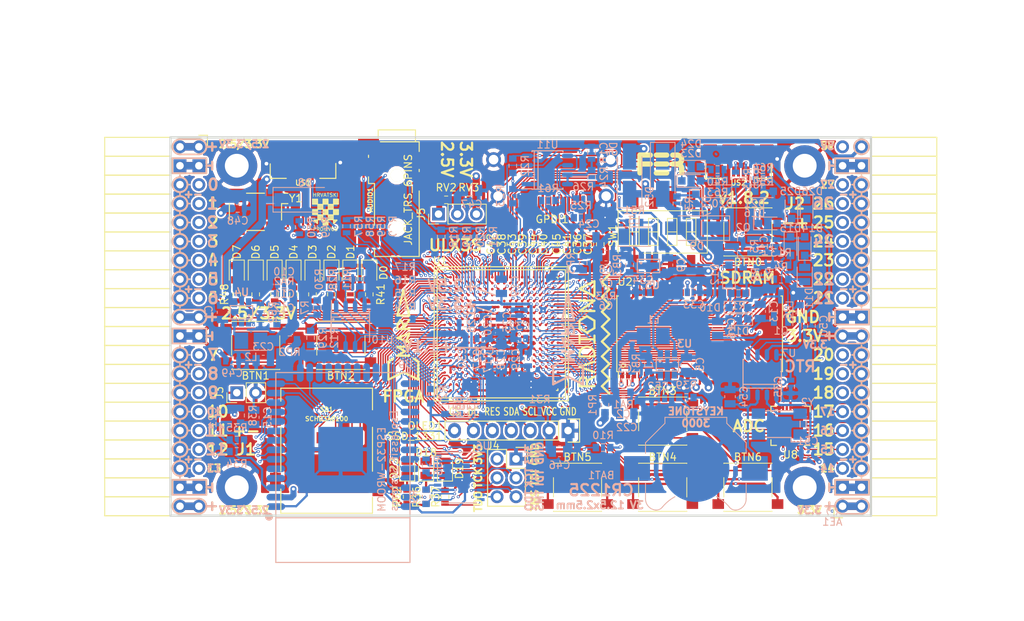
<source format=kicad_pcb>
(kicad_pcb (version 20171130) (host pcbnew 5.0.0-rc2-dev-unknown+dfsg1+20180318-2)

  (general
    (thickness 1.6)
    (drawings 484)
    (tracks 4809)
    (zones 0)
    (modules 206)
    (nets 316)
  )

  (page A4)
  (layers
    (0 F.Cu signal)
    (1 In1.Cu signal)
    (2 In2.Cu signal)
    (31 B.Cu signal)
    (32 B.Adhes user)
    (33 F.Adhes user)
    (34 B.Paste user)
    (35 F.Paste user)
    (36 B.SilkS user)
    (37 F.SilkS user)
    (38 B.Mask user)
    (39 F.Mask user)
    (40 Dwgs.User user)
    (41 Cmts.User user)
    (42 Eco1.User user)
    (43 Eco2.User user)
    (44 Edge.Cuts user)
    (45 Margin user)
    (46 B.CrtYd user)
    (47 F.CrtYd user)
    (48 B.Fab user)
    (49 F.Fab user)
  )

  (setup
    (last_trace_width 0.3)
    (trace_clearance 0.127)
    (zone_clearance 0.127)
    (zone_45_only no)
    (trace_min 0.127)
    (segment_width 0.2)
    (edge_width 0.2)
    (via_size 0.4)
    (via_drill 0.2)
    (via_min_size 0.4)
    (via_min_drill 0.2)
    (uvia_size 0.3)
    (uvia_drill 0.1)
    (uvias_allowed no)
    (uvia_min_size 0.2)
    (uvia_min_drill 0.1)
    (pcb_text_width 0.3)
    (pcb_text_size 1.5 1.5)
    (mod_edge_width 0.15)
    (mod_text_size 1 1)
    (mod_text_width 0.15)
    (pad_size 0.3 0.3)
    (pad_drill 0)
    (pad_to_mask_clearance 0.05)
    (aux_axis_origin 94.1 112.22)
    (grid_origin 93.48 113)
    (visible_elements 7FFFFFFF)
    (pcbplotparams
      (layerselection 0x310fc_ffffffff)
      (usegerberextensions true)
      (usegerberattributes false)
      (usegerberadvancedattributes false)
      (creategerberjobfile false)
      (excludeedgelayer true)
      (linewidth 0.100000)
      (plotframeref false)
      (viasonmask false)
      (mode 1)
      (useauxorigin false)
      (hpglpennumber 1)
      (hpglpenspeed 20)
      (hpglpendiameter 15)
      (psnegative false)
      (psa4output false)
      (plotreference true)
      (plotvalue true)
      (plotinvisibletext false)
      (padsonsilk false)
      (subtractmaskfromsilk false)
      (outputformat 1)
      (mirror false)
      (drillshape 0)
      (scaleselection 1)
      (outputdirectory plot))
  )

  (net 0 "")
  (net 1 GND)
  (net 2 +5V)
  (net 3 /gpio/IN5V)
  (net 4 /gpio/OUT5V)
  (net 5 +3V3)
  (net 6 BTN_D)
  (net 7 BTN_F1)
  (net 8 BTN_F2)
  (net 9 BTN_L)
  (net 10 BTN_R)
  (net 11 BTN_U)
  (net 12 /power/FB1)
  (net 13 +2V5)
  (net 14 /power/PWREN)
  (net 15 /power/FB3)
  (net 16 /power/FB2)
  (net 17 "Net-(D9-Pad1)")
  (net 18 /power/VBAT)
  (net 19 JTAG_TDI)
  (net 20 JTAG_TCK)
  (net 21 JTAG_TMS)
  (net 22 JTAG_TDO)
  (net 23 /power/WAKEUPn)
  (net 24 /power/WKUP)
  (net 25 /power/SHUT)
  (net 26 /power/WAKE)
  (net 27 /power/HOLD)
  (net 28 /power/WKn)
  (net 29 /power/OSCI_32k)
  (net 30 /power/OSCO_32k)
  (net 31 "Net-(Q2-Pad3)")
  (net 32 SHUTDOWN)
  (net 33 /analog/AUDIO_L)
  (net 34 /analog/AUDIO_R)
  (net 35 GPDI_SDA)
  (net 36 GPDI_SCL)
  (net 37 /gpdi/VREF2)
  (net 38 SD_CMD)
  (net 39 SD_CLK)
  (net 40 SD_D0)
  (net 41 SD_D1)
  (net 42 USB5V)
  (net 43 GPDI_CEC)
  (net 44 nRESET)
  (net 45 FTDI_nDTR)
  (net 46 SDRAM_CKE)
  (net 47 SDRAM_A7)
  (net 48 SDRAM_D15)
  (net 49 SDRAM_BA1)
  (net 50 SDRAM_D7)
  (net 51 SDRAM_A6)
  (net 52 SDRAM_CLK)
  (net 53 SDRAM_D13)
  (net 54 SDRAM_BA0)
  (net 55 SDRAM_D6)
  (net 56 SDRAM_A5)
  (net 57 SDRAM_D14)
  (net 58 SDRAM_A11)
  (net 59 SDRAM_D12)
  (net 60 SDRAM_D5)
  (net 61 SDRAM_A4)
  (net 62 SDRAM_A10)
  (net 63 SDRAM_D11)
  (net 64 SDRAM_A3)
  (net 65 SDRAM_D4)
  (net 66 SDRAM_D10)
  (net 67 SDRAM_D9)
  (net 68 SDRAM_A9)
  (net 69 SDRAM_D3)
  (net 70 SDRAM_D8)
  (net 71 SDRAM_A8)
  (net 72 SDRAM_A2)
  (net 73 SDRAM_A1)
  (net 74 SDRAM_A0)
  (net 75 SDRAM_D2)
  (net 76 SDRAM_D1)
  (net 77 SDRAM_D0)
  (net 78 SDRAM_DQM0)
  (net 79 SDRAM_nCS)
  (net 80 SDRAM_nRAS)
  (net 81 SDRAM_DQM1)
  (net 82 SDRAM_nCAS)
  (net 83 SDRAM_nWE)
  (net 84 /flash/FLASH_nWP)
  (net 85 /flash/FLASH_nHOLD)
  (net 86 /flash/FLASH_MOSI)
  (net 87 /flash/FLASH_MISO)
  (net 88 /flash/FLASH_SCK)
  (net 89 /flash/FLASH_nCS)
  (net 90 /flash/FPGA_PROGRAMN)
  (net 91 /flash/FPGA_DONE)
  (net 92 /flash/FPGA_INITN)
  (net 93 OLED_RES)
  (net 94 OLED_DC)
  (net 95 OLED_CS)
  (net 96 WIFI_EN)
  (net 97 FTDI_nRTS)
  (net 98 FTDI_TXD)
  (net 99 FTDI_RXD)
  (net 100 WIFI_RXD)
  (net 101 WIFI_GPIO0)
  (net 102 WIFI_TXD)
  (net 103 USB_FTDI_D+)
  (net 104 USB_FTDI_D-)
  (net 105 SD_D3)
  (net 106 AUDIO_L3)
  (net 107 AUDIO_L2)
  (net 108 AUDIO_L1)
  (net 109 AUDIO_L0)
  (net 110 AUDIO_R3)
  (net 111 AUDIO_R2)
  (net 112 AUDIO_R1)
  (net 113 AUDIO_R0)
  (net 114 OLED_CLK)
  (net 115 OLED_MOSI)
  (net 116 LED0)
  (net 117 LED1)
  (net 118 LED2)
  (net 119 LED3)
  (net 120 LED4)
  (net 121 LED5)
  (net 122 LED6)
  (net 123 LED7)
  (net 124 BTN_PWRn)
  (net 125 FTDI_nTXLED)
  (net 126 FTDI_nSLEEP)
  (net 127 /blinkey/LED_PWREN)
  (net 128 /blinkey/LED_TXLED)
  (net 129 /sdcard/SD3V3)
  (net 130 SD_D2)
  (net 131 CLK_25MHz)
  (net 132 /blinkey/BTNPUL)
  (net 133 /blinkey/BTNPUR)
  (net 134 USB_FPGA_D+)
  (net 135 /power/FTDI_nSUSPEND)
  (net 136 /blinkey/ALED0)
  (net 137 /blinkey/ALED1)
  (net 138 /blinkey/ALED2)
  (net 139 /blinkey/ALED3)
  (net 140 /blinkey/ALED4)
  (net 141 /blinkey/ALED5)
  (net 142 /blinkey/ALED6)
  (net 143 /blinkey/ALED7)
  (net 144 /usb/FTD-)
  (net 145 /usb/FTD+)
  (net 146 ADC_MISO)
  (net 147 ADC_MOSI)
  (net 148 ADC_CSn)
  (net 149 ADC_SCLK)
  (net 150 SW3)
  (net 151 SW2)
  (net 152 SW1)
  (net 153 USB_FPGA_D-)
  (net 154 /usb/FPD+)
  (net 155 /usb/FPD-)
  (net 156 WIFI_GPIO16)
  (net 157 /usb/ANT_433MHz)
  (net 158 /power/PWRBTn)
  (net 159 PROG_DONE)
  (net 160 /power/P3V3)
  (net 161 /power/P2V5)
  (net 162 /power/L1)
  (net 163 /power/L3)
  (net 164 /power/L2)
  (net 165 FTDI_TXDEN)
  (net 166 SDRAM_A12)
  (net 167 /analog/AUDIO_V)
  (net 168 AUDIO_V3)
  (net 169 AUDIO_V2)
  (net 170 AUDIO_V1)
  (net 171 AUDIO_V0)
  (net 172 /blinkey/LED_WIFI)
  (net 173 /power/P1V1)
  (net 174 +1V1)
  (net 175 SW4)
  (net 176 /blinkey/SWPU)
  (net 177 /wifi/WIFIEN)
  (net 178 FT2V5)
  (net 179 GN0)
  (net 180 GP0)
  (net 181 GN1)
  (net 182 GP1)
  (net 183 GN2)
  (net 184 GP2)
  (net 185 GN3)
  (net 186 GP3)
  (net 187 GN4)
  (net 188 GP4)
  (net 189 GN5)
  (net 190 GP5)
  (net 191 GN6)
  (net 192 GP6)
  (net 193 GN14)
  (net 194 GP14)
  (net 195 GN15)
  (net 196 GP15)
  (net 197 GN16)
  (net 198 GP16)
  (net 199 GN17)
  (net 200 GP17)
  (net 201 GN18)
  (net 202 GP18)
  (net 203 GN19)
  (net 204 GP19)
  (net 205 GN20)
  (net 206 GP20)
  (net 207 GN21)
  (net 208 GP21)
  (net 209 GN22)
  (net 210 GP22)
  (net 211 GN23)
  (net 212 GP23)
  (net 213 GN24)
  (net 214 GP24)
  (net 215 GN25)
  (net 216 GP25)
  (net 217 GN26)
  (net 218 GP26)
  (net 219 GN27)
  (net 220 GP27)
  (net 221 GN7)
  (net 222 GP7)
  (net 223 GN8)
  (net 224 GP8)
  (net 225 GN9)
  (net 226 GP9)
  (net 227 GN10)
  (net 228 GP10)
  (net 229 GN11)
  (net 230 GP11)
  (net 231 GN12)
  (net 232 GP12)
  (net 233 GN13)
  (net 234 GP13)
  (net 235 WIFI_GPIO5)
  (net 236 WIFI_GPIO17)
  (net 237 USB_FPGA_PULL_D+)
  (net 238 USB_FPGA_PULL_D-)
  (net 239 "Net-(D23-Pad2)")
  (net 240 "Net-(D24-Pad1)")
  (net 241 "Net-(D25-Pad2)")
  (net 242 "Net-(D26-Pad1)")
  (net 243 /gpdi/GPDI_ETH+)
  (net 244 FPDI_ETH+)
  (net 245 /gpdi/GPDI_ETH-)
  (net 246 FPDI_ETH-)
  (net 247 /gpdi/GPDI_D2-)
  (net 248 FPDI_D2-)
  (net 249 /gpdi/GPDI_D1-)
  (net 250 FPDI_D1-)
  (net 251 /gpdi/GPDI_D0-)
  (net 252 FPDI_D0-)
  (net 253 /gpdi/GPDI_CLK-)
  (net 254 FPDI_CLK-)
  (net 255 /gpdi/GPDI_D2+)
  (net 256 FPDI_D2+)
  (net 257 /gpdi/GPDI_D1+)
  (net 258 FPDI_D1+)
  (net 259 /gpdi/GPDI_D0+)
  (net 260 FPDI_D0+)
  (net 261 /gpdi/GPDI_CLK+)
  (net 262 FPDI_CLK+)
  (net 263 FPDI_SDA)
  (net 264 FPDI_SCL)
  (net 265 /gpdi/FPDI_CEC)
  (net 266 2V5_3V3)
  (net 267 "Net-(AUDIO1-Pad5)")
  (net 268 "Net-(AUDIO1-Pad6)")
  (net 269 "Net-(U1-PadA15)")
  (net 270 "Net-(U1-PadC9)")
  (net 271 "Net-(U1-PadD9)")
  (net 272 "Net-(U1-PadD10)")
  (net 273 "Net-(U1-PadD11)")
  (net 274 "Net-(U1-PadD12)")
  (net 275 "Net-(U1-PadE6)")
  (net 276 "Net-(U1-PadE9)")
  (net 277 "Net-(U1-PadE10)")
  (net 278 "Net-(U1-PadE11)")
  (net 279 "Net-(U1-PadJ4)")
  (net 280 "Net-(U1-PadJ5)")
  (net 281 "Net-(U1-PadK5)")
  (net 282 "Net-(U1-PadL5)")
  (net 283 "Net-(U1-PadM4)")
  (net 284 "Net-(U1-PadM5)")
  (net 285 SD_CD)
  (net 286 SD_WP)
  (net 287 "Net-(U1-PadR3)")
  (net 288 "Net-(U1-PadT16)")
  (net 289 "Net-(U1-PadW4)")
  (net 290 "Net-(U1-PadW5)")
  (net 291 "Net-(U1-PadW8)")
  (net 292 "Net-(U1-PadW9)")
  (net 293 "Net-(U1-PadW13)")
  (net 294 "Net-(U1-PadW14)")
  (net 295 "Net-(U1-PadW17)")
  (net 296 "Net-(U1-PadW18)")
  (net 297 FTDI_nRXLED)
  (net 298 "Net-(U8-Pad12)")
  (net 299 "Net-(U8-Pad25)")
  (net 300 "Net-(U9-Pad32)")
  (net 301 "Net-(U9-Pad22)")
  (net 302 "Net-(U9-Pad21)")
  (net 303 "Net-(U9-Pad20)")
  (net 304 "Net-(U9-Pad19)")
  (net 305 "Net-(U9-Pad18)")
  (net 306 "Net-(U9-Pad17)")
  (net 307 "Net-(U9-Pad12)")
  (net 308 "Net-(U9-Pad5)")
  (net 309 "Net-(U9-Pad4)")
  (net 310 "Net-(US1-Pad4)")
  (net 311 "Net-(US2-Pad4)")
  (net 312 "Net-(Y2-Pad3)")
  (net 313 "Net-(Y2-Pad2)")
  (net 314 "Net-(U1-PadK16)")
  (net 315 "Net-(U1-PadK17)")

  (net_class Default "This is the default net class."
    (clearance 0.127)
    (trace_width 0.3)
    (via_dia 0.4)
    (via_drill 0.2)
    (uvia_dia 0.3)
    (uvia_drill 0.1)
    (add_net +1V1)
    (add_net +2V5)
    (add_net +3V3)
    (add_net +5V)
    (add_net /analog/AUDIO_L)
    (add_net /analog/AUDIO_R)
    (add_net /analog/AUDIO_V)
    (add_net /blinkey/ALED0)
    (add_net /blinkey/ALED1)
    (add_net /blinkey/ALED2)
    (add_net /blinkey/ALED3)
    (add_net /blinkey/ALED4)
    (add_net /blinkey/ALED5)
    (add_net /blinkey/ALED6)
    (add_net /blinkey/ALED7)
    (add_net /blinkey/BTNPUL)
    (add_net /blinkey/BTNPUR)
    (add_net /blinkey/LED_PWREN)
    (add_net /blinkey/LED_TXLED)
    (add_net /blinkey/LED_WIFI)
    (add_net /blinkey/SWPU)
    (add_net /gpdi/FPDI_CEC)
    (add_net /gpdi/GPDI_CLK+)
    (add_net /gpdi/GPDI_CLK-)
    (add_net /gpdi/GPDI_D0+)
    (add_net /gpdi/GPDI_D0-)
    (add_net /gpdi/GPDI_D1+)
    (add_net /gpdi/GPDI_D1-)
    (add_net /gpdi/GPDI_D2+)
    (add_net /gpdi/GPDI_D2-)
    (add_net /gpdi/GPDI_ETH+)
    (add_net /gpdi/GPDI_ETH-)
    (add_net /gpdi/VREF2)
    (add_net /gpio/IN5V)
    (add_net /gpio/OUT5V)
    (add_net /power/FB1)
    (add_net /power/FB2)
    (add_net /power/FB3)
    (add_net /power/FTDI_nSUSPEND)
    (add_net /power/HOLD)
    (add_net /power/L1)
    (add_net /power/L2)
    (add_net /power/L3)
    (add_net /power/OSCI_32k)
    (add_net /power/OSCO_32k)
    (add_net /power/P1V1)
    (add_net /power/P2V5)
    (add_net /power/P3V3)
    (add_net /power/PWRBTn)
    (add_net /power/PWREN)
    (add_net /power/SHUT)
    (add_net /power/VBAT)
    (add_net /power/WAKE)
    (add_net /power/WAKEUPn)
    (add_net /power/WKUP)
    (add_net /power/WKn)
    (add_net /sdcard/SD3V3)
    (add_net /usb/ANT_433MHz)
    (add_net /usb/FPD+)
    (add_net /usb/FPD-)
    (add_net /usb/FTD+)
    (add_net /usb/FTD-)
    (add_net /wifi/WIFIEN)
    (add_net 2V5_3V3)
    (add_net FT2V5)
    (add_net FTDI_nRXLED)
    (add_net GND)
    (add_net "Net-(AUDIO1-Pad5)")
    (add_net "Net-(AUDIO1-Pad6)")
    (add_net "Net-(D23-Pad2)")
    (add_net "Net-(D24-Pad1)")
    (add_net "Net-(D25-Pad2)")
    (add_net "Net-(D26-Pad1)")
    (add_net "Net-(D9-Pad1)")
    (add_net "Net-(Q2-Pad3)")
    (add_net "Net-(U1-PadA15)")
    (add_net "Net-(U1-PadC9)")
    (add_net "Net-(U1-PadD10)")
    (add_net "Net-(U1-PadD11)")
    (add_net "Net-(U1-PadD12)")
    (add_net "Net-(U1-PadD9)")
    (add_net "Net-(U1-PadE10)")
    (add_net "Net-(U1-PadE11)")
    (add_net "Net-(U1-PadE6)")
    (add_net "Net-(U1-PadE9)")
    (add_net "Net-(U1-PadJ4)")
    (add_net "Net-(U1-PadJ5)")
    (add_net "Net-(U1-PadK16)")
    (add_net "Net-(U1-PadK17)")
    (add_net "Net-(U1-PadK5)")
    (add_net "Net-(U1-PadL5)")
    (add_net "Net-(U1-PadM4)")
    (add_net "Net-(U1-PadM5)")
    (add_net "Net-(U1-PadR3)")
    (add_net "Net-(U1-PadT16)")
    (add_net "Net-(U1-PadW13)")
    (add_net "Net-(U1-PadW14)")
    (add_net "Net-(U1-PadW17)")
    (add_net "Net-(U1-PadW18)")
    (add_net "Net-(U1-PadW4)")
    (add_net "Net-(U1-PadW5)")
    (add_net "Net-(U1-PadW8)")
    (add_net "Net-(U1-PadW9)")
    (add_net "Net-(U8-Pad12)")
    (add_net "Net-(U8-Pad25)")
    (add_net "Net-(U9-Pad12)")
    (add_net "Net-(U9-Pad17)")
    (add_net "Net-(U9-Pad18)")
    (add_net "Net-(U9-Pad19)")
    (add_net "Net-(U9-Pad20)")
    (add_net "Net-(U9-Pad21)")
    (add_net "Net-(U9-Pad22)")
    (add_net "Net-(U9-Pad32)")
    (add_net "Net-(U9-Pad4)")
    (add_net "Net-(U9-Pad5)")
    (add_net "Net-(US1-Pad4)")
    (add_net "Net-(US2-Pad4)")
    (add_net "Net-(Y2-Pad2)")
    (add_net "Net-(Y2-Pad3)")
    (add_net SD_CD)
    (add_net SD_WP)
    (add_net USB5V)
  )

  (net_class BGA ""
    (clearance 0.127)
    (trace_width 0.19)
    (via_dia 0.4)
    (via_drill 0.2)
    (uvia_dia 0.3)
    (uvia_drill 0.1)
    (add_net /flash/FLASH_MISO)
    (add_net /flash/FLASH_MOSI)
    (add_net /flash/FLASH_SCK)
    (add_net /flash/FLASH_nCS)
    (add_net /flash/FLASH_nHOLD)
    (add_net /flash/FLASH_nWP)
    (add_net /flash/FPGA_DONE)
    (add_net /flash/FPGA_INITN)
    (add_net /flash/FPGA_PROGRAMN)
    (add_net ADC_CSn)
    (add_net ADC_MISO)
    (add_net ADC_MOSI)
    (add_net ADC_SCLK)
    (add_net AUDIO_L0)
    (add_net AUDIO_L1)
    (add_net AUDIO_L2)
    (add_net AUDIO_L3)
    (add_net AUDIO_R0)
    (add_net AUDIO_R1)
    (add_net AUDIO_R2)
    (add_net AUDIO_R3)
    (add_net AUDIO_V0)
    (add_net AUDIO_V1)
    (add_net AUDIO_V2)
    (add_net AUDIO_V3)
    (add_net BTN_D)
    (add_net BTN_F1)
    (add_net BTN_F2)
    (add_net BTN_L)
    (add_net BTN_PWRn)
    (add_net BTN_R)
    (add_net BTN_U)
    (add_net CLK_25MHz)
    (add_net FPDI_CLK+)
    (add_net FPDI_CLK-)
    (add_net FPDI_D0+)
    (add_net FPDI_D0-)
    (add_net FPDI_D1+)
    (add_net FPDI_D1-)
    (add_net FPDI_D2+)
    (add_net FPDI_D2-)
    (add_net FPDI_ETH+)
    (add_net FPDI_ETH-)
    (add_net FPDI_SCL)
    (add_net FPDI_SDA)
    (add_net FTDI_RXD)
    (add_net FTDI_TXD)
    (add_net FTDI_TXDEN)
    (add_net FTDI_nDTR)
    (add_net FTDI_nRTS)
    (add_net FTDI_nSLEEP)
    (add_net FTDI_nTXLED)
    (add_net GN0)
    (add_net GN1)
    (add_net GN10)
    (add_net GN11)
    (add_net GN12)
    (add_net GN13)
    (add_net GN14)
    (add_net GN15)
    (add_net GN16)
    (add_net GN17)
    (add_net GN18)
    (add_net GN19)
    (add_net GN2)
    (add_net GN20)
    (add_net GN21)
    (add_net GN22)
    (add_net GN23)
    (add_net GN24)
    (add_net GN25)
    (add_net GN26)
    (add_net GN27)
    (add_net GN3)
    (add_net GN4)
    (add_net GN5)
    (add_net GN6)
    (add_net GN7)
    (add_net GN8)
    (add_net GN9)
    (add_net GP0)
    (add_net GP1)
    (add_net GP10)
    (add_net GP11)
    (add_net GP12)
    (add_net GP13)
    (add_net GP14)
    (add_net GP15)
    (add_net GP16)
    (add_net GP17)
    (add_net GP18)
    (add_net GP19)
    (add_net GP2)
    (add_net GP20)
    (add_net GP21)
    (add_net GP22)
    (add_net GP23)
    (add_net GP24)
    (add_net GP25)
    (add_net GP26)
    (add_net GP27)
    (add_net GP3)
    (add_net GP4)
    (add_net GP5)
    (add_net GP6)
    (add_net GP7)
    (add_net GP8)
    (add_net GP9)
    (add_net GPDI_CEC)
    (add_net GPDI_SCL)
    (add_net GPDI_SDA)
    (add_net JTAG_TCK)
    (add_net JTAG_TDI)
    (add_net JTAG_TDO)
    (add_net JTAG_TMS)
    (add_net LED0)
    (add_net LED1)
    (add_net LED2)
    (add_net LED3)
    (add_net LED4)
    (add_net LED5)
    (add_net LED6)
    (add_net LED7)
    (add_net OLED_CLK)
    (add_net OLED_CS)
    (add_net OLED_DC)
    (add_net OLED_MOSI)
    (add_net OLED_RES)
    (add_net PROG_DONE)
    (add_net SDRAM_A0)
    (add_net SDRAM_A1)
    (add_net SDRAM_A10)
    (add_net SDRAM_A11)
    (add_net SDRAM_A12)
    (add_net SDRAM_A2)
    (add_net SDRAM_A3)
    (add_net SDRAM_A4)
    (add_net SDRAM_A5)
    (add_net SDRAM_A6)
    (add_net SDRAM_A7)
    (add_net SDRAM_A8)
    (add_net SDRAM_A9)
    (add_net SDRAM_BA0)
    (add_net SDRAM_BA1)
    (add_net SDRAM_CKE)
    (add_net SDRAM_CLK)
    (add_net SDRAM_D0)
    (add_net SDRAM_D1)
    (add_net SDRAM_D10)
    (add_net SDRAM_D11)
    (add_net SDRAM_D12)
    (add_net SDRAM_D13)
    (add_net SDRAM_D14)
    (add_net SDRAM_D15)
    (add_net SDRAM_D2)
    (add_net SDRAM_D3)
    (add_net SDRAM_D4)
    (add_net SDRAM_D5)
    (add_net SDRAM_D6)
    (add_net SDRAM_D7)
    (add_net SDRAM_D8)
    (add_net SDRAM_D9)
    (add_net SDRAM_DQM0)
    (add_net SDRAM_DQM1)
    (add_net SDRAM_nCAS)
    (add_net SDRAM_nCS)
    (add_net SDRAM_nRAS)
    (add_net SDRAM_nWE)
    (add_net SD_CLK)
    (add_net SD_CMD)
    (add_net SD_D0)
    (add_net SD_D1)
    (add_net SD_D2)
    (add_net SD_D3)
    (add_net SHUTDOWN)
    (add_net SW1)
    (add_net SW2)
    (add_net SW3)
    (add_net SW4)
    (add_net USB_FPGA_D+)
    (add_net USB_FPGA_D-)
    (add_net USB_FPGA_PULL_D+)
    (add_net USB_FPGA_PULL_D-)
    (add_net USB_FTDI_D+)
    (add_net USB_FTDI_D-)
    (add_net WIFI_EN)
    (add_net WIFI_GPIO0)
    (add_net WIFI_GPIO16)
    (add_net WIFI_GPIO17)
    (add_net WIFI_GPIO5)
    (add_net WIFI_RXD)
    (add_net WIFI_TXD)
    (add_net nRESET)
  )

  (net_class Minimal ""
    (clearance 0.127)
    (trace_width 0.127)
    (via_dia 0.4)
    (via_drill 0.2)
    (uvia_dia 0.3)
    (uvia_drill 0.1)
  )

  (module Socket_Strips:Socket_Strip_Angled_2x20 (layer F.Cu) (tedit 5A2B354F) (tstamp 58E6BE3D)
    (at 97.91 62.69 270)
    (descr "Through hole socket strip")
    (tags "socket strip")
    (path /56AC389C/58E6B835)
    (fp_text reference J1 (at 40.64 -6.35) (layer F.SilkS)
      (effects (font (size 1.5 1.5) (thickness 0.3)))
    )
    (fp_text value CONN_02X20 (at 0 -2.6 270) (layer F.Fab) hide
      (effects (font (size 1 1) (thickness 0.15)))
    )
    (fp_line (start -1.75 -1.35) (end -1.75 13.15) (layer F.CrtYd) (width 0.05))
    (fp_line (start 50.05 -1.35) (end 50.05 13.15) (layer F.CrtYd) (width 0.05))
    (fp_line (start -1.75 -1.35) (end 50.05 -1.35) (layer F.CrtYd) (width 0.05))
    (fp_line (start -1.75 13.15) (end 50.05 13.15) (layer F.CrtYd) (width 0.05))
    (fp_line (start 49.53 12.64) (end 49.53 3.81) (layer F.SilkS) (width 0.15))
    (fp_line (start 46.99 12.64) (end 49.53 12.64) (layer F.SilkS) (width 0.15))
    (fp_line (start 46.99 3.81) (end 49.53 3.81) (layer F.SilkS) (width 0.15))
    (fp_line (start 49.53 3.81) (end 49.53 12.64) (layer F.SilkS) (width 0.15))
    (fp_line (start 46.99 3.81) (end 46.99 12.64) (layer F.SilkS) (width 0.15))
    (fp_line (start 44.45 3.81) (end 46.99 3.81) (layer F.SilkS) (width 0.15))
    (fp_line (start 44.45 12.64) (end 46.99 12.64) (layer F.SilkS) (width 0.15))
    (fp_line (start 46.99 12.64) (end 46.99 3.81) (layer F.SilkS) (width 0.15))
    (fp_line (start 29.21 12.64) (end 29.21 3.81) (layer F.SilkS) (width 0.15))
    (fp_line (start 26.67 12.64) (end 29.21 12.64) (layer F.SilkS) (width 0.15))
    (fp_line (start 26.67 3.81) (end 29.21 3.81) (layer F.SilkS) (width 0.15))
    (fp_line (start 29.21 3.81) (end 29.21 12.64) (layer F.SilkS) (width 0.15))
    (fp_line (start 31.75 3.81) (end 31.75 12.64) (layer F.SilkS) (width 0.15))
    (fp_line (start 29.21 3.81) (end 31.75 3.81) (layer F.SilkS) (width 0.15))
    (fp_line (start 29.21 12.64) (end 31.75 12.64) (layer F.SilkS) (width 0.15))
    (fp_line (start 31.75 12.64) (end 31.75 3.81) (layer F.SilkS) (width 0.15))
    (fp_line (start 44.45 12.64) (end 44.45 3.81) (layer F.SilkS) (width 0.15))
    (fp_line (start 41.91 12.64) (end 44.45 12.64) (layer F.SilkS) (width 0.15))
    (fp_line (start 41.91 3.81) (end 44.45 3.81) (layer F.SilkS) (width 0.15))
    (fp_line (start 44.45 3.81) (end 44.45 12.64) (layer F.SilkS) (width 0.15))
    (fp_line (start 41.91 3.81) (end 41.91 12.64) (layer F.SilkS) (width 0.15))
    (fp_line (start 39.37 3.81) (end 41.91 3.81) (layer F.SilkS) (width 0.15))
    (fp_line (start 39.37 12.64) (end 41.91 12.64) (layer F.SilkS) (width 0.15))
    (fp_line (start 41.91 12.64) (end 41.91 3.81) (layer F.SilkS) (width 0.15))
    (fp_line (start 39.37 12.64) (end 39.37 3.81) (layer F.SilkS) (width 0.15))
    (fp_line (start 36.83 12.64) (end 39.37 12.64) (layer F.SilkS) (width 0.15))
    (fp_line (start 36.83 3.81) (end 39.37 3.81) (layer F.SilkS) (width 0.15))
    (fp_line (start 39.37 3.81) (end 39.37 12.64) (layer F.SilkS) (width 0.15))
    (fp_line (start 36.83 3.81) (end 36.83 12.64) (layer F.SilkS) (width 0.15))
    (fp_line (start 34.29 3.81) (end 36.83 3.81) (layer F.SilkS) (width 0.15))
    (fp_line (start 34.29 12.64) (end 36.83 12.64) (layer F.SilkS) (width 0.15))
    (fp_line (start 36.83 12.64) (end 36.83 3.81) (layer F.SilkS) (width 0.15))
    (fp_line (start 34.29 12.64) (end 34.29 3.81) (layer F.SilkS) (width 0.15))
    (fp_line (start 31.75 12.64) (end 34.29 12.64) (layer F.SilkS) (width 0.15))
    (fp_line (start 31.75 3.81) (end 34.29 3.81) (layer F.SilkS) (width 0.15))
    (fp_line (start 34.29 3.81) (end 34.29 12.64) (layer F.SilkS) (width 0.15))
    (fp_line (start 16.51 3.81) (end 16.51 12.64) (layer F.SilkS) (width 0.15))
    (fp_line (start 13.97 3.81) (end 16.51 3.81) (layer F.SilkS) (width 0.15))
    (fp_line (start 13.97 12.64) (end 16.51 12.64) (layer F.SilkS) (width 0.15))
    (fp_line (start 16.51 12.64) (end 16.51 3.81) (layer F.SilkS) (width 0.15))
    (fp_line (start 19.05 12.64) (end 19.05 3.81) (layer F.SilkS) (width 0.15))
    (fp_line (start 16.51 12.64) (end 19.05 12.64) (layer F.SilkS) (width 0.15))
    (fp_line (start 16.51 3.81) (end 19.05 3.81) (layer F.SilkS) (width 0.15))
    (fp_line (start 19.05 3.81) (end 19.05 12.64) (layer F.SilkS) (width 0.15))
    (fp_line (start 21.59 3.81) (end 21.59 12.64) (layer F.SilkS) (width 0.15))
    (fp_line (start 19.05 3.81) (end 21.59 3.81) (layer F.SilkS) (width 0.15))
    (fp_line (start 19.05 12.64) (end 21.59 12.64) (layer F.SilkS) (width 0.15))
    (fp_line (start 21.59 12.64) (end 21.59 3.81) (layer F.SilkS) (width 0.15))
    (fp_line (start 24.13 12.64) (end 24.13 3.81) (layer F.SilkS) (width 0.15))
    (fp_line (start 21.59 12.64) (end 24.13 12.64) (layer F.SilkS) (width 0.15))
    (fp_line (start 21.59 3.81) (end 24.13 3.81) (layer F.SilkS) (width 0.15))
    (fp_line (start 24.13 3.81) (end 24.13 12.64) (layer F.SilkS) (width 0.15))
    (fp_line (start 26.67 3.81) (end 26.67 12.64) (layer F.SilkS) (width 0.15))
    (fp_line (start 24.13 3.81) (end 26.67 3.81) (layer F.SilkS) (width 0.15))
    (fp_line (start 24.13 12.64) (end 26.67 12.64) (layer F.SilkS) (width 0.15))
    (fp_line (start 26.67 12.64) (end 26.67 3.81) (layer F.SilkS) (width 0.15))
    (fp_line (start 13.97 12.64) (end 13.97 3.81) (layer F.SilkS) (width 0.15))
    (fp_line (start 11.43 12.64) (end 13.97 12.64) (layer F.SilkS) (width 0.15))
    (fp_line (start 11.43 3.81) (end 13.97 3.81) (layer F.SilkS) (width 0.15))
    (fp_line (start 13.97 3.81) (end 13.97 12.64) (layer F.SilkS) (width 0.15))
    (fp_line (start 11.43 3.81) (end 11.43 12.64) (layer F.SilkS) (width 0.15))
    (fp_line (start 8.89 3.81) (end 11.43 3.81) (layer F.SilkS) (width 0.15))
    (fp_line (start 8.89 12.64) (end 11.43 12.64) (layer F.SilkS) (width 0.15))
    (fp_line (start 11.43 12.64) (end 11.43 3.81) (layer F.SilkS) (width 0.15))
    (fp_line (start 8.89 12.64) (end 8.89 3.81) (layer F.SilkS) (width 0.15))
    (fp_line (start 6.35 12.64) (end 8.89 12.64) (layer F.SilkS) (width 0.15))
    (fp_line (start 6.35 3.81) (end 8.89 3.81) (layer F.SilkS) (width 0.15))
    (fp_line (start 8.89 3.81) (end 8.89 12.64) (layer F.SilkS) (width 0.15))
    (fp_line (start 6.35 3.81) (end 6.35 12.64) (layer F.SilkS) (width 0.15))
    (fp_line (start 3.81 3.81) (end 6.35 3.81) (layer F.SilkS) (width 0.15))
    (fp_line (start 3.81 12.64) (end 6.35 12.64) (layer F.SilkS) (width 0.15))
    (fp_line (start 6.35 12.64) (end 6.35 3.81) (layer F.SilkS) (width 0.15))
    (fp_line (start 3.81 12.64) (end 3.81 3.81) (layer F.SilkS) (width 0.15))
    (fp_line (start 1.27 12.64) (end 3.81 12.64) (layer F.SilkS) (width 0.15))
    (fp_line (start 1.27 3.81) (end 3.81 3.81) (layer F.SilkS) (width 0.15))
    (fp_line (start 3.81 3.81) (end 3.81 12.64) (layer F.SilkS) (width 0.15))
    (fp_line (start 1.27 3.81) (end 1.27 12.64) (layer F.SilkS) (width 0.15))
    (fp_line (start -1.27 3.81) (end 1.27 3.81) (layer F.SilkS) (width 0.15))
    (fp_line (start 0 -1.15) (end -1.55 -1.15) (layer F.SilkS) (width 0.15))
    (fp_line (start -1.55 -1.15) (end -1.55 0) (layer F.SilkS) (width 0.15))
    (fp_line (start -1.27 3.81) (end -1.27 12.64) (layer F.SilkS) (width 0.15))
    (fp_line (start -1.27 12.64) (end 1.27 12.64) (layer F.SilkS) (width 0.15))
    (fp_line (start 1.27 12.64) (end 1.27 3.81) (layer F.SilkS) (width 0.15))
    (pad 1 thru_hole oval (at 0 0 270) (size 1.7272 1.7272) (drill 1.016) (layers *.Cu *.Mask)
      (net 266 2V5_3V3))
    (pad 2 thru_hole oval (at 0 2.54 270) (size 1.7272 1.7272) (drill 1.016) (layers *.Cu *.Mask)
      (net 266 2V5_3V3))
    (pad 3 thru_hole rect (at 2.54 0 270) (size 1.7272 1.7272) (drill 1.016) (layers *.Cu *.Mask)
      (net 1 GND))
    (pad 4 thru_hole rect (at 2.54 2.54 270) (size 1.7272 1.7272) (drill 1.016) (layers *.Cu *.Mask)
      (net 1 GND))
    (pad 5 thru_hole oval (at 5.08 0 270) (size 1.7272 1.7272) (drill 1.016) (layers *.Cu *.Mask)
      (net 179 GN0))
    (pad 6 thru_hole oval (at 5.08 2.54 270) (size 1.7272 1.7272) (drill 1.016) (layers *.Cu *.Mask)
      (net 180 GP0))
    (pad 7 thru_hole oval (at 7.62 0 270) (size 1.7272 1.7272) (drill 1.016) (layers *.Cu *.Mask)
      (net 181 GN1))
    (pad 8 thru_hole oval (at 7.62 2.54 270) (size 1.7272 1.7272) (drill 1.016) (layers *.Cu *.Mask)
      (net 182 GP1))
    (pad 9 thru_hole oval (at 10.16 0 270) (size 1.7272 1.7272) (drill 1.016) (layers *.Cu *.Mask)
      (net 183 GN2))
    (pad 10 thru_hole oval (at 10.16 2.54 270) (size 1.7272 1.7272) (drill 1.016) (layers *.Cu *.Mask)
      (net 184 GP2))
    (pad 11 thru_hole oval (at 12.7 0 270) (size 1.7272 1.7272) (drill 1.016) (layers *.Cu *.Mask)
      (net 185 GN3))
    (pad 12 thru_hole oval (at 12.7 2.54 270) (size 1.7272 1.7272) (drill 1.016) (layers *.Cu *.Mask)
      (net 186 GP3))
    (pad 13 thru_hole oval (at 15.24 0 270) (size 1.7272 1.7272) (drill 1.016) (layers *.Cu *.Mask)
      (net 187 GN4))
    (pad 14 thru_hole oval (at 15.24 2.54 270) (size 1.7272 1.7272) (drill 1.016) (layers *.Cu *.Mask)
      (net 188 GP4))
    (pad 15 thru_hole oval (at 17.78 0 270) (size 1.7272 1.7272) (drill 1.016) (layers *.Cu *.Mask)
      (net 189 GN5))
    (pad 16 thru_hole oval (at 17.78 2.54 270) (size 1.7272 1.7272) (drill 1.016) (layers *.Cu *.Mask)
      (net 190 GP5))
    (pad 17 thru_hole oval (at 20.32 0 270) (size 1.7272 1.7272) (drill 1.016) (layers *.Cu *.Mask)
      (net 191 GN6))
    (pad 18 thru_hole oval (at 20.32 2.54 270) (size 1.7272 1.7272) (drill 1.016) (layers *.Cu *.Mask)
      (net 192 GP6))
    (pad 19 thru_hole oval (at 22.86 0 270) (size 1.7272 1.7272) (drill 1.016) (layers *.Cu *.Mask)
      (net 266 2V5_3V3))
    (pad 20 thru_hole oval (at 22.86 2.54 270) (size 1.7272 1.7272) (drill 1.016) (layers *.Cu *.Mask)
      (net 266 2V5_3V3))
    (pad 21 thru_hole rect (at 25.4 0 270) (size 1.7272 1.7272) (drill 1.016) (layers *.Cu *.Mask)
      (net 1 GND))
    (pad 22 thru_hole rect (at 25.4 2.54 270) (size 1.7272 1.7272) (drill 1.016) (layers *.Cu *.Mask)
      (net 1 GND))
    (pad 23 thru_hole oval (at 27.94 0 270) (size 1.7272 1.7272) (drill 1.016) (layers *.Cu *.Mask)
      (net 221 GN7))
    (pad 24 thru_hole oval (at 27.94 2.54 270) (size 1.7272 1.7272) (drill 1.016) (layers *.Cu *.Mask)
      (net 222 GP7))
    (pad 25 thru_hole oval (at 30.48 0 270) (size 1.7272 1.7272) (drill 1.016) (layers *.Cu *.Mask)
      (net 223 GN8))
    (pad 26 thru_hole oval (at 30.48 2.54 270) (size 1.7272 1.7272) (drill 1.016) (layers *.Cu *.Mask)
      (net 224 GP8))
    (pad 27 thru_hole oval (at 33.02 0 270) (size 1.7272 1.7272) (drill 1.016) (layers *.Cu *.Mask)
      (net 225 GN9))
    (pad 28 thru_hole oval (at 33.02 2.54 270) (size 1.7272 1.7272) (drill 1.016) (layers *.Cu *.Mask)
      (net 226 GP9))
    (pad 29 thru_hole oval (at 35.56 0 270) (size 1.7272 1.7272) (drill 1.016) (layers *.Cu *.Mask)
      (net 227 GN10))
    (pad 30 thru_hole oval (at 35.56 2.54 270) (size 1.7272 1.7272) (drill 1.016) (layers *.Cu *.Mask)
      (net 228 GP10))
    (pad 31 thru_hole oval (at 38.1 0 270) (size 1.7272 1.7272) (drill 1.016) (layers *.Cu *.Mask)
      (net 229 GN11))
    (pad 32 thru_hole oval (at 38.1 2.54 270) (size 1.7272 1.7272) (drill 1.016) (layers *.Cu *.Mask)
      (net 230 GP11))
    (pad 33 thru_hole oval (at 40.64 0 270) (size 1.7272 1.7272) (drill 1.016) (layers *.Cu *.Mask)
      (net 231 GN12))
    (pad 34 thru_hole oval (at 40.64 2.54 270) (size 1.7272 1.7272) (drill 1.016) (layers *.Cu *.Mask)
      (net 232 GP12))
    (pad 35 thru_hole oval (at 43.18 0 270) (size 1.7272 1.7272) (drill 1.016) (layers *.Cu *.Mask)
      (net 233 GN13))
    (pad 36 thru_hole oval (at 43.18 2.54 270) (size 1.7272 1.7272) (drill 1.016) (layers *.Cu *.Mask)
      (net 234 GP13))
    (pad 37 thru_hole rect (at 45.72 0 270) (size 1.7272 1.7272) (drill 1.016) (layers *.Cu *.Mask)
      (net 1 GND))
    (pad 38 thru_hole rect (at 45.72 2.54 270) (size 1.7272 1.7272) (drill 1.016) (layers *.Cu *.Mask)
      (net 1 GND))
    (pad 39 thru_hole oval (at 48.26 0 270) (size 1.7272 1.7272) (drill 1.016) (layers *.Cu *.Mask)
      (net 266 2V5_3V3))
    (pad 40 thru_hole oval (at 48.26 2.54 270) (size 1.7272 1.7272) (drill 1.016) (layers *.Cu *.Mask)
      (net 266 2V5_3V3))
    (model Socket_Strips.3dshapes/Socket_Strip_Angled_2x20.wrl
      (offset (xyz 24.12999963760376 -1.269999980926514 0))
      (scale (xyz 1 1 1))
      (rotate (xyz 0 0 180))
    )
  )

  (module TSOT-25:TSOT-25 (layer B.Cu) (tedit 59CD7E8F) (tstamp 58D5976E)
    (at 160.775 91.9)
    (path /58D51CAD/5AF563F3)
    (attr smd)
    (fp_text reference U3 (at 2.301 -2.776) (layer B.SilkS)
      (effects (font (size 1 1) (thickness 0.2)) (justify mirror))
    )
    (fp_text value TLV62569DBV (at 0 2.286) (layer B.Fab)
      (effects (font (size 0.4 0.4) (thickness 0.1)) (justify mirror))
    )
    (fp_circle (center -1 -0.4) (end -0.95 -0.5) (layer B.SilkS) (width 0.15))
    (fp_line (start -1.5 0.9) (end 1.5 0.9) (layer B.SilkS) (width 0.15))
    (fp_line (start 1.5 0.9) (end 1.5 -0.9) (layer B.SilkS) (width 0.15))
    (fp_line (start 1.5 -0.9) (end -1.5 -0.9) (layer B.SilkS) (width 0.15))
    (fp_line (start -1.5 -0.9) (end -1.5 0.9) (layer B.SilkS) (width 0.15))
    (pad 1 smd rect (at -0.95 -1.3) (size 0.7 1.2) (layers B.Cu B.Paste B.Mask)
      (net 14 /power/PWREN))
    (pad 2 smd rect (at 0 -1.3) (size 0.7 1.2) (layers B.Cu B.Paste B.Mask)
      (net 1 GND))
    (pad 3 smd rect (at 0.95 -1.3) (size 0.7 1.2) (layers B.Cu B.Paste B.Mask)
      (net 162 /power/L1))
    (pad 4 smd rect (at 0.95 1.3) (size 0.7 1.2) (layers B.Cu B.Paste B.Mask)
      (net 2 +5V))
    (pad 5 smd rect (at -0.95 1.3) (size 0.7 1.2) (layers B.Cu B.Paste B.Mask)
      (net 12 /power/FB1))
    (model ${KISYS3DMOD}/Package_TO_SOT_SMD.3dshapes/SOT-23-5.wrl
      (at (xyz 0 0 0))
      (scale (xyz 1 1 1))
      (rotate (xyz 0 0 -90))
    )
  )

  (module TSOT-25:TSOT-25 (layer B.Cu) (tedit 59CD7E82) (tstamp 58D599CD)
    (at 103.625 84.915 180)
    (path /58D51CAD/5AFCB5C1)
    (attr smd)
    (fp_text reference U4 (at 0 2.697 180) (layer B.SilkS)
      (effects (font (size 1 1) (thickness 0.2)) (justify mirror))
    )
    (fp_text value TLV62569DBV (at 0 2.443 180) (layer B.Fab)
      (effects (font (size 0.4 0.4) (thickness 0.1)) (justify mirror))
    )
    (fp_circle (center -1 -0.4) (end -0.95 -0.5) (layer B.SilkS) (width 0.15))
    (fp_line (start -1.5 0.9) (end 1.5 0.9) (layer B.SilkS) (width 0.15))
    (fp_line (start 1.5 0.9) (end 1.5 -0.9) (layer B.SilkS) (width 0.15))
    (fp_line (start 1.5 -0.9) (end -1.5 -0.9) (layer B.SilkS) (width 0.15))
    (fp_line (start -1.5 -0.9) (end -1.5 0.9) (layer B.SilkS) (width 0.15))
    (pad 1 smd rect (at -0.95 -1.3 180) (size 0.7 1.2) (layers B.Cu B.Paste B.Mask)
      (net 14 /power/PWREN))
    (pad 2 smd rect (at 0 -1.3 180) (size 0.7 1.2) (layers B.Cu B.Paste B.Mask)
      (net 1 GND))
    (pad 3 smd rect (at 0.95 -1.3 180) (size 0.7 1.2) (layers B.Cu B.Paste B.Mask)
      (net 164 /power/L2))
    (pad 4 smd rect (at 0.95 1.3 180) (size 0.7 1.2) (layers B.Cu B.Paste B.Mask)
      (net 2 +5V))
    (pad 5 smd rect (at -0.95 1.3 180) (size 0.7 1.2) (layers B.Cu B.Paste B.Mask)
      (net 16 /power/FB2))
    (model ${KISYS3DMOD}/Package_TO_SOT_SMD.3dshapes/SOT-23-5.wrl
      (at (xyz 0 0 0))
      (scale (xyz 1 1 1))
      (rotate (xyz 0 0 -90))
    )
  )

  (module TSOT-25:TSOT-25 (layer B.Cu) (tedit 59CD7D98) (tstamp 58D66E99)
    (at 158.235 78.692)
    (path /58D51CAD/5AFCC283)
    (attr smd)
    (fp_text reference U5 (at 0.523 2.558) (layer B.SilkS)
      (effects (font (size 1 1) (thickness 0.2)) (justify mirror))
    )
    (fp_text value TLV62569DBV (at 0 2.413) (layer B.Fab)
      (effects (font (size 0.4 0.4) (thickness 0.1)) (justify mirror))
    )
    (fp_circle (center -1 -0.4) (end -0.95 -0.5) (layer B.SilkS) (width 0.15))
    (fp_line (start -1.5 0.9) (end 1.5 0.9) (layer B.SilkS) (width 0.15))
    (fp_line (start 1.5 0.9) (end 1.5 -0.9) (layer B.SilkS) (width 0.15))
    (fp_line (start 1.5 -0.9) (end -1.5 -0.9) (layer B.SilkS) (width 0.15))
    (fp_line (start -1.5 -0.9) (end -1.5 0.9) (layer B.SilkS) (width 0.15))
    (pad 1 smd rect (at -0.95 -1.3) (size 0.7 1.2) (layers B.Cu B.Paste B.Mask)
      (net 14 /power/PWREN))
    (pad 2 smd rect (at 0 -1.3) (size 0.7 1.2) (layers B.Cu B.Paste B.Mask)
      (net 1 GND))
    (pad 3 smd rect (at 0.95 -1.3) (size 0.7 1.2) (layers B.Cu B.Paste B.Mask)
      (net 163 /power/L3))
    (pad 4 smd rect (at 0.95 1.3) (size 0.7 1.2) (layers B.Cu B.Paste B.Mask)
      (net 2 +5V))
    (pad 5 smd rect (at -0.95 1.3) (size 0.7 1.2) (layers B.Cu B.Paste B.Mask)
      (net 15 /power/FB3))
    (model ${KISYS3DMOD}/Package_TO_SOT_SMD.3dshapes/SOT-23-5.wrl
      (at (xyz 0 0 0))
      (scale (xyz 1 1 1))
      (rotate (xyz 0 0 -90))
    )
  )

  (module Socket_Strips:Socket_Strip_Angled_2x20 (layer F.Cu) (tedit 5A2B35BD) (tstamp 58E6BE69)
    (at 184.27 110.95 90)
    (descr "Through hole socket strip")
    (tags "socket strip")
    (path /56AC389C/58E6B7F6)
    (fp_text reference J2 (at 40.64 -6.35 180) (layer F.SilkS)
      (effects (font (size 1.5 1.5) (thickness 0.3)))
    )
    (fp_text value CONN_02X20 (at 0 -2.6 90) (layer F.Fab) hide
      (effects (font (size 1 1) (thickness 0.15)))
    )
    (fp_line (start -1.75 -1.35) (end -1.75 13.15) (layer F.CrtYd) (width 0.05))
    (fp_line (start 50.05 -1.35) (end 50.05 13.15) (layer F.CrtYd) (width 0.05))
    (fp_line (start -1.75 -1.35) (end 50.05 -1.35) (layer F.CrtYd) (width 0.05))
    (fp_line (start -1.75 13.15) (end 50.05 13.15) (layer F.CrtYd) (width 0.05))
    (fp_line (start 49.53 12.64) (end 49.53 3.81) (layer F.SilkS) (width 0.15))
    (fp_line (start 46.99 12.64) (end 49.53 12.64) (layer F.SilkS) (width 0.15))
    (fp_line (start 46.99 3.81) (end 49.53 3.81) (layer F.SilkS) (width 0.15))
    (fp_line (start 49.53 3.81) (end 49.53 12.64) (layer F.SilkS) (width 0.15))
    (fp_line (start 46.99 3.81) (end 46.99 12.64) (layer F.SilkS) (width 0.15))
    (fp_line (start 44.45 3.81) (end 46.99 3.81) (layer F.SilkS) (width 0.15))
    (fp_line (start 44.45 12.64) (end 46.99 12.64) (layer F.SilkS) (width 0.15))
    (fp_line (start 46.99 12.64) (end 46.99 3.81) (layer F.SilkS) (width 0.15))
    (fp_line (start 29.21 12.64) (end 29.21 3.81) (layer F.SilkS) (width 0.15))
    (fp_line (start 26.67 12.64) (end 29.21 12.64) (layer F.SilkS) (width 0.15))
    (fp_line (start 26.67 3.81) (end 29.21 3.81) (layer F.SilkS) (width 0.15))
    (fp_line (start 29.21 3.81) (end 29.21 12.64) (layer F.SilkS) (width 0.15))
    (fp_line (start 31.75 3.81) (end 31.75 12.64) (layer F.SilkS) (width 0.15))
    (fp_line (start 29.21 3.81) (end 31.75 3.81) (layer F.SilkS) (width 0.15))
    (fp_line (start 29.21 12.64) (end 31.75 12.64) (layer F.SilkS) (width 0.15))
    (fp_line (start 31.75 12.64) (end 31.75 3.81) (layer F.SilkS) (width 0.15))
    (fp_line (start 44.45 12.64) (end 44.45 3.81) (layer F.SilkS) (width 0.15))
    (fp_line (start 41.91 12.64) (end 44.45 12.64) (layer F.SilkS) (width 0.15))
    (fp_line (start 41.91 3.81) (end 44.45 3.81) (layer F.SilkS) (width 0.15))
    (fp_line (start 44.45 3.81) (end 44.45 12.64) (layer F.SilkS) (width 0.15))
    (fp_line (start 41.91 3.81) (end 41.91 12.64) (layer F.SilkS) (width 0.15))
    (fp_line (start 39.37 3.81) (end 41.91 3.81) (layer F.SilkS) (width 0.15))
    (fp_line (start 39.37 12.64) (end 41.91 12.64) (layer F.SilkS) (width 0.15))
    (fp_line (start 41.91 12.64) (end 41.91 3.81) (layer F.SilkS) (width 0.15))
    (fp_line (start 39.37 12.64) (end 39.37 3.81) (layer F.SilkS) (width 0.15))
    (fp_line (start 36.83 12.64) (end 39.37 12.64) (layer F.SilkS) (width 0.15))
    (fp_line (start 36.83 3.81) (end 39.37 3.81) (layer F.SilkS) (width 0.15))
    (fp_line (start 39.37 3.81) (end 39.37 12.64) (layer F.SilkS) (width 0.15))
    (fp_line (start 36.83 3.81) (end 36.83 12.64) (layer F.SilkS) (width 0.15))
    (fp_line (start 34.29 3.81) (end 36.83 3.81) (layer F.SilkS) (width 0.15))
    (fp_line (start 34.29 12.64) (end 36.83 12.64) (layer F.SilkS) (width 0.15))
    (fp_line (start 36.83 12.64) (end 36.83 3.81) (layer F.SilkS) (width 0.15))
    (fp_line (start 34.29 12.64) (end 34.29 3.81) (layer F.SilkS) (width 0.15))
    (fp_line (start 31.75 12.64) (end 34.29 12.64) (layer F.SilkS) (width 0.15))
    (fp_line (start 31.75 3.81) (end 34.29 3.81) (layer F.SilkS) (width 0.15))
    (fp_line (start 34.29 3.81) (end 34.29 12.64) (layer F.SilkS) (width 0.15))
    (fp_line (start 16.51 3.81) (end 16.51 12.64) (layer F.SilkS) (width 0.15))
    (fp_line (start 13.97 3.81) (end 16.51 3.81) (layer F.SilkS) (width 0.15))
    (fp_line (start 13.97 12.64) (end 16.51 12.64) (layer F.SilkS) (width 0.15))
    (fp_line (start 16.51 12.64) (end 16.51 3.81) (layer F.SilkS) (width 0.15))
    (fp_line (start 19.05 12.64) (end 19.05 3.81) (layer F.SilkS) (width 0.15))
    (fp_line (start 16.51 12.64) (end 19.05 12.64) (layer F.SilkS) (width 0.15))
    (fp_line (start 16.51 3.81) (end 19.05 3.81) (layer F.SilkS) (width 0.15))
    (fp_line (start 19.05 3.81) (end 19.05 12.64) (layer F.SilkS) (width 0.15))
    (fp_line (start 21.59 3.81) (end 21.59 12.64) (layer F.SilkS) (width 0.15))
    (fp_line (start 19.05 3.81) (end 21.59 3.81) (layer F.SilkS) (width 0.15))
    (fp_line (start 19.05 12.64) (end 21.59 12.64) (layer F.SilkS) (width 0.15))
    (fp_line (start 21.59 12.64) (end 21.59 3.81) (layer F.SilkS) (width 0.15))
    (fp_line (start 24.13 12.64) (end 24.13 3.81) (layer F.SilkS) (width 0.15))
    (fp_line (start 21.59 12.64) (end 24.13 12.64) (layer F.SilkS) (width 0.15))
    (fp_line (start 21.59 3.81) (end 24.13 3.81) (layer F.SilkS) (width 0.15))
    (fp_line (start 24.13 3.81) (end 24.13 12.64) (layer F.SilkS) (width 0.15))
    (fp_line (start 26.67 3.81) (end 26.67 12.64) (layer F.SilkS) (width 0.15))
    (fp_line (start 24.13 3.81) (end 26.67 3.81) (layer F.SilkS) (width 0.15))
    (fp_line (start 24.13 12.64) (end 26.67 12.64) (layer F.SilkS) (width 0.15))
    (fp_line (start 26.67 12.64) (end 26.67 3.81) (layer F.SilkS) (width 0.15))
    (fp_line (start 13.97 12.64) (end 13.97 3.81) (layer F.SilkS) (width 0.15))
    (fp_line (start 11.43 12.64) (end 13.97 12.64) (layer F.SilkS) (width 0.15))
    (fp_line (start 11.43 3.81) (end 13.97 3.81) (layer F.SilkS) (width 0.15))
    (fp_line (start 13.97 3.81) (end 13.97 12.64) (layer F.SilkS) (width 0.15))
    (fp_line (start 11.43 3.81) (end 11.43 12.64) (layer F.SilkS) (width 0.15))
    (fp_line (start 8.89 3.81) (end 11.43 3.81) (layer F.SilkS) (width 0.15))
    (fp_line (start 8.89 12.64) (end 11.43 12.64) (layer F.SilkS) (width 0.15))
    (fp_line (start 11.43 12.64) (end 11.43 3.81) (layer F.SilkS) (width 0.15))
    (fp_line (start 8.89 12.64) (end 8.89 3.81) (layer F.SilkS) (width 0.15))
    (fp_line (start 6.35 12.64) (end 8.89 12.64) (layer F.SilkS) (width 0.15))
    (fp_line (start 6.35 3.81) (end 8.89 3.81) (layer F.SilkS) (width 0.15))
    (fp_line (start 8.89 3.81) (end 8.89 12.64) (layer F.SilkS) (width 0.15))
    (fp_line (start 6.35 3.81) (end 6.35 12.64) (layer F.SilkS) (width 0.15))
    (fp_line (start 3.81 3.81) (end 6.35 3.81) (layer F.SilkS) (width 0.15))
    (fp_line (start 3.81 12.64) (end 6.35 12.64) (layer F.SilkS) (width 0.15))
    (fp_line (start 6.35 12.64) (end 6.35 3.81) (layer F.SilkS) (width 0.15))
    (fp_line (start 3.81 12.64) (end 3.81 3.81) (layer F.SilkS) (width 0.15))
    (fp_line (start 1.27 12.64) (end 3.81 12.64) (layer F.SilkS) (width 0.15))
    (fp_line (start 1.27 3.81) (end 3.81 3.81) (layer F.SilkS) (width 0.15))
    (fp_line (start 3.81 3.81) (end 3.81 12.64) (layer F.SilkS) (width 0.15))
    (fp_line (start 1.27 3.81) (end 1.27 12.64) (layer F.SilkS) (width 0.15))
    (fp_line (start -1.27 3.81) (end 1.27 3.81) (layer F.SilkS) (width 0.15))
    (fp_line (start 0 -1.15) (end -1.55 -1.15) (layer F.SilkS) (width 0.15))
    (fp_line (start -1.55 -1.15) (end -1.55 0) (layer F.SilkS) (width 0.15))
    (fp_line (start -1.27 3.81) (end -1.27 12.64) (layer F.SilkS) (width 0.15))
    (fp_line (start -1.27 12.64) (end 1.27 12.64) (layer F.SilkS) (width 0.15))
    (fp_line (start 1.27 12.64) (end 1.27 3.81) (layer F.SilkS) (width 0.15))
    (pad 1 thru_hole oval (at 0 0 90) (size 1.7272 1.7272) (drill 1.016) (layers *.Cu *.Mask)
      (net 5 +3V3))
    (pad 2 thru_hole oval (at 0 2.54 90) (size 1.7272 1.7272) (drill 1.016) (layers *.Cu *.Mask)
      (net 5 +3V3))
    (pad 3 thru_hole rect (at 2.54 0 90) (size 1.7272 1.7272) (drill 1.016) (layers *.Cu *.Mask)
      (net 1 GND))
    (pad 4 thru_hole rect (at 2.54 2.54 90) (size 1.7272 1.7272) (drill 1.016) (layers *.Cu *.Mask)
      (net 1 GND))
    (pad 5 thru_hole oval (at 5.08 0 90) (size 1.7272 1.7272) (drill 1.016) (layers *.Cu *.Mask)
      (net 193 GN14))
    (pad 6 thru_hole oval (at 5.08 2.54 90) (size 1.7272 1.7272) (drill 1.016) (layers *.Cu *.Mask)
      (net 194 GP14))
    (pad 7 thru_hole oval (at 7.62 0 90) (size 1.7272 1.7272) (drill 1.016) (layers *.Cu *.Mask)
      (net 195 GN15))
    (pad 8 thru_hole oval (at 7.62 2.54 90) (size 1.7272 1.7272) (drill 1.016) (layers *.Cu *.Mask)
      (net 196 GP15))
    (pad 9 thru_hole oval (at 10.16 0 90) (size 1.7272 1.7272) (drill 1.016) (layers *.Cu *.Mask)
      (net 197 GN16))
    (pad 10 thru_hole oval (at 10.16 2.54 90) (size 1.7272 1.7272) (drill 1.016) (layers *.Cu *.Mask)
      (net 198 GP16))
    (pad 11 thru_hole oval (at 12.7 0 90) (size 1.7272 1.7272) (drill 1.016) (layers *.Cu *.Mask)
      (net 199 GN17))
    (pad 12 thru_hole oval (at 12.7 2.54 90) (size 1.7272 1.7272) (drill 1.016) (layers *.Cu *.Mask)
      (net 200 GP17))
    (pad 13 thru_hole oval (at 15.24 0 90) (size 1.7272 1.7272) (drill 1.016) (layers *.Cu *.Mask)
      (net 201 GN18))
    (pad 14 thru_hole oval (at 15.24 2.54 90) (size 1.7272 1.7272) (drill 1.016) (layers *.Cu *.Mask)
      (net 202 GP18))
    (pad 15 thru_hole oval (at 17.78 0 90) (size 1.7272 1.7272) (drill 1.016) (layers *.Cu *.Mask)
      (net 203 GN19))
    (pad 16 thru_hole oval (at 17.78 2.54 90) (size 1.7272 1.7272) (drill 1.016) (layers *.Cu *.Mask)
      (net 204 GP19))
    (pad 17 thru_hole oval (at 20.32 0 90) (size 1.7272 1.7272) (drill 1.016) (layers *.Cu *.Mask)
      (net 205 GN20))
    (pad 18 thru_hole oval (at 20.32 2.54 90) (size 1.7272 1.7272) (drill 1.016) (layers *.Cu *.Mask)
      (net 206 GP20))
    (pad 19 thru_hole oval (at 22.86 0 90) (size 1.7272 1.7272) (drill 1.016) (layers *.Cu *.Mask)
      (net 5 +3V3))
    (pad 20 thru_hole oval (at 22.86 2.54 90) (size 1.7272 1.7272) (drill 1.016) (layers *.Cu *.Mask)
      (net 5 +3V3))
    (pad 21 thru_hole rect (at 25.4 0 90) (size 1.7272 1.7272) (drill 1.016) (layers *.Cu *.Mask)
      (net 1 GND))
    (pad 22 thru_hole rect (at 25.4 2.54 90) (size 1.7272 1.7272) (drill 1.016) (layers *.Cu *.Mask)
      (net 1 GND))
    (pad 23 thru_hole oval (at 27.94 0 90) (size 1.7272 1.7272) (drill 1.016) (layers *.Cu *.Mask)
      (net 207 GN21))
    (pad 24 thru_hole oval (at 27.94 2.54 90) (size 1.7272 1.7272) (drill 1.016) (layers *.Cu *.Mask)
      (net 208 GP21))
    (pad 25 thru_hole oval (at 30.48 0 90) (size 1.7272 1.7272) (drill 1.016) (layers *.Cu *.Mask)
      (net 209 GN22))
    (pad 26 thru_hole oval (at 30.48 2.54 90) (size 1.7272 1.7272) (drill 1.016) (layers *.Cu *.Mask)
      (net 210 GP22))
    (pad 27 thru_hole oval (at 33.02 0 90) (size 1.7272 1.7272) (drill 1.016) (layers *.Cu *.Mask)
      (net 211 GN23))
    (pad 28 thru_hole oval (at 33.02 2.54 90) (size 1.7272 1.7272) (drill 1.016) (layers *.Cu *.Mask)
      (net 212 GP23))
    (pad 29 thru_hole oval (at 35.56 0 90) (size 1.7272 1.7272) (drill 1.016) (layers *.Cu *.Mask)
      (net 213 GN24))
    (pad 30 thru_hole oval (at 35.56 2.54 90) (size 1.7272 1.7272) (drill 1.016) (layers *.Cu *.Mask)
      (net 214 GP24))
    (pad 31 thru_hole oval (at 38.1 0 90) (size 1.7272 1.7272) (drill 1.016) (layers *.Cu *.Mask)
      (net 215 GN25))
    (pad 32 thru_hole oval (at 38.1 2.54 90) (size 1.7272 1.7272) (drill 1.016) (layers *.Cu *.Mask)
      (net 216 GP25))
    (pad 33 thru_hole oval (at 40.64 0 90) (size 1.7272 1.7272) (drill 1.016) (layers *.Cu *.Mask)
      (net 217 GN26))
    (pad 34 thru_hole oval (at 40.64 2.54 90) (size 1.7272 1.7272) (drill 1.016) (layers *.Cu *.Mask)
      (net 218 GP26))
    (pad 35 thru_hole oval (at 43.18 0 90) (size 1.7272 1.7272) (drill 1.016) (layers *.Cu *.Mask)
      (net 219 GN27))
    (pad 36 thru_hole oval (at 43.18 2.54 90) (size 1.7272 1.7272) (drill 1.016) (layers *.Cu *.Mask)
      (net 220 GP27))
    (pad 37 thru_hole rect (at 45.72 0 90) (size 1.7272 1.7272) (drill 1.016) (layers *.Cu *.Mask)
      (net 1 GND))
    (pad 38 thru_hole rect (at 45.72 2.54 90) (size 1.7272 1.7272) (drill 1.016) (layers *.Cu *.Mask)
      (net 1 GND))
    (pad 39 thru_hole oval (at 48.26 0 90) (size 1.7272 1.7272) (drill 1.016) (layers *.Cu *.Mask)
      (net 3 /gpio/IN5V))
    (pad 40 thru_hole oval (at 48.26 2.54 90) (size 1.7272 1.7272) (drill 1.016) (layers *.Cu *.Mask)
      (net 4 /gpio/OUT5V))
    (model Socket_Strips.3dshapes/Socket_Strip_Angled_2x20.wrl
      (offset (xyz 24.12999963760376 -1.269999980926514 0))
      (scale (xyz 1 1 1))
      (rotate (xyz 0 0 180))
    )
  )

  (module Mounting_Holes:MountingHole_3.2mm_M3_ISO14580_Pad (layer F.Cu) (tedit 59CCC8F3) (tstamp 58E6B6EC)
    (at 102.99 108.41)
    (descr "Mounting Hole 3.2mm, M3, ISO14580")
    (tags "mounting hole 3.2mm m3 iso14580")
    (path /58E6B981)
    (fp_text reference H1 (at 0 -3.75) (layer F.SilkS) hide
      (effects (font (size 1 1) (thickness 0.15)))
    )
    (fp_text value HOLE (at 0 3.75) (layer F.Fab) hide
      (effects (font (size 1 1) (thickness 0.15)))
    )
    (fp_circle (center 0 0) (end 2.75 0) (layer Cmts.User) (width 0.15))
    (fp_circle (center 0 0) (end 3 0) (layer F.CrtYd) (width 0.05))
    (pad 1 thru_hole circle (at 0 0) (size 5.5 5.5) (drill 3.2) (layers *.Cu *.Mask)
      (net 1 GND))
  )

  (module Mounting_Holes:MountingHole_3.2mm_M3_ISO14580_Pad (layer F.Cu) (tedit 59CCC804) (tstamp 58E6B6F1)
    (at 179.19 108.41)
    (descr "Mounting Hole 3.2mm, M3, ISO14580")
    (tags "mounting hole 3.2mm m3 iso14580")
    (path /58E6BACE)
    (fp_text reference H2 (at 0 -3.75) (layer F.SilkS) hide
      (effects (font (size 1 1) (thickness 0.15)))
    )
    (fp_text value HOLE (at 0 3.75) (layer F.Fab) hide
      (effects (font (size 1 1) (thickness 0.15)))
    )
    (fp_circle (center 0 0) (end 2.75 0) (layer Cmts.User) (width 0.15))
    (fp_circle (center 0 0) (end 3 0) (layer F.CrtYd) (width 0.05))
    (pad 1 thru_hole circle (at 0 0) (size 5.5 5.5) (drill 3.2) (layers *.Cu *.Mask)
      (net 1 GND))
  )

  (module Mounting_Holes:MountingHole_3.2mm_M3_ISO14580_Pad (layer F.Cu) (tedit 59CCC847) (tstamp 58E6B6F6)
    (at 179.19 65.23)
    (descr "Mounting Hole 3.2mm, M3, ISO14580")
    (tags "mounting hole 3.2mm m3 iso14580")
    (path /58E6BAEF)
    (fp_text reference H3 (at 0 -3.75) (layer F.SilkS) hide
      (effects (font (size 1 1) (thickness 0.15)))
    )
    (fp_text value HOLE (at 0 3.75) (layer F.Fab) hide
      (effects (font (size 1 1) (thickness 0.15)))
    )
    (fp_circle (center 0 0) (end 2.75 0) (layer Cmts.User) (width 0.15))
    (fp_circle (center 0 0) (end 3 0) (layer F.CrtYd) (width 0.05))
    (pad 1 thru_hole circle (at 0 0) (size 5.5 5.5) (drill 3.2) (layers *.Cu *.Mask)
      (net 1 GND))
  )

  (module Mounting_Holes:MountingHole_3.2mm_M3_ISO14580_Pad (layer F.Cu) (tedit 59CCC5C4) (tstamp 58E6B6FB)
    (at 102.99 65.23)
    (descr "Mounting Hole 3.2mm, M3, ISO14580")
    (tags "mounting hole 3.2mm m3 iso14580")
    (path /58E6BBE9)
    (fp_text reference H4 (at 0 -3.75) (layer F.SilkS) hide
      (effects (font (size 1 1) (thickness 0.15)))
    )
    (fp_text value HOLE (at 0 3.75) (layer F.Fab) hide
      (effects (font (size 1 1) (thickness 0.15)))
    )
    (fp_circle (center 0 0) (end 2.75 0) (layer Cmts.User) (width 0.15))
    (fp_circle (center 0 0) (end 3 0) (layer F.CrtYd) (width 0.05))
    (pad 1 thru_hole circle (at 0 0) (size 5.5 5.5) (drill 3.2) (layers *.Cu *.Mask)
      (net 1 GND))
  )

  (module Housings_SSOP:SSOP-20_4.4x6.5mm_Pitch0.65mm (layer B.Cu) (tedit 57AFAF80) (tstamp 58EB6259)
    (at 132.835 107.14 180)
    (descr "SSOP20: plastic shrink small outline package; 20 leads; body width 4.4 mm; (see NXP SSOP-TSSOP-VSO-REFLOW.pdf and sot266-1_po.pdf)")
    (tags "SSOP 0.65")
    (path /58D6BF46/58EB61C6)
    (attr smd)
    (fp_text reference U6 (at -3.175 4.318 180) (layer B.SilkS)
      (effects (font (size 1 1) (thickness 0.15)) (justify mirror))
    )
    (fp_text value FT231XS (at 0 -4.3 180) (layer B.Fab)
      (effects (font (size 1 1) (thickness 0.15)) (justify mirror))
    )
    (fp_line (start -1.2 3.25) (end 2.2 3.25) (layer B.Fab) (width 0.15))
    (fp_line (start 2.2 3.25) (end 2.2 -3.25) (layer B.Fab) (width 0.15))
    (fp_line (start 2.2 -3.25) (end -2.2 -3.25) (layer B.Fab) (width 0.15))
    (fp_line (start -2.2 -3.25) (end -2.2 2.25) (layer B.Fab) (width 0.15))
    (fp_line (start -2.2 2.25) (end -1.2 3.25) (layer B.Fab) (width 0.15))
    (fp_line (start -3.65 3.55) (end -3.65 -3.55) (layer B.CrtYd) (width 0.05))
    (fp_line (start 3.65 3.55) (end 3.65 -3.55) (layer B.CrtYd) (width 0.05))
    (fp_line (start -3.65 3.55) (end 3.65 3.55) (layer B.CrtYd) (width 0.05))
    (fp_line (start -3.65 -3.55) (end 3.65 -3.55) (layer B.CrtYd) (width 0.05))
    (fp_line (start 2.325 3.45) (end 2.325 3.35) (layer B.SilkS) (width 0.15))
    (fp_line (start 2.325 -3.375) (end 2.325 -3.35) (layer B.SilkS) (width 0.15))
    (fp_line (start -2.325 -3.375) (end -2.325 -3.35) (layer B.SilkS) (width 0.15))
    (fp_line (start -3.4 3.45) (end 2.325 3.45) (layer B.SilkS) (width 0.15))
    (fp_line (start -2.325 -3.375) (end 2.325 -3.375) (layer B.SilkS) (width 0.15))
    (pad 1 smd rect (at -2.9 2.925 180) (size 1 0.4) (layers B.Cu B.Paste B.Mask)
      (net 45 FTDI_nDTR))
    (pad 2 smd rect (at -2.9 2.275 180) (size 1 0.4) (layers B.Cu B.Paste B.Mask)
      (net 97 FTDI_nRTS))
    (pad 3 smd rect (at -2.9 1.625 180) (size 1 0.4) (layers B.Cu B.Paste B.Mask)
      (net 178 FT2V5))
    (pad 4 smd rect (at -2.9 0.975 180) (size 1 0.4) (layers B.Cu B.Paste B.Mask)
      (net 99 FTDI_RXD))
    (pad 5 smd rect (at -2.9 0.325 180) (size 1 0.4) (layers B.Cu B.Paste B.Mask)
      (net 19 JTAG_TDI))
    (pad 6 smd rect (at -2.9 -0.325 180) (size 1 0.4) (layers B.Cu B.Paste B.Mask)
      (net 1 GND))
    (pad 7 smd rect (at -2.9 -0.975 180) (size 1 0.4) (layers B.Cu B.Paste B.Mask)
      (net 20 JTAG_TCK))
    (pad 8 smd rect (at -2.9 -1.625 180) (size 1 0.4) (layers B.Cu B.Paste B.Mask)
      (net 21 JTAG_TMS))
    (pad 9 smd rect (at -2.9 -2.275 180) (size 1 0.4) (layers B.Cu B.Paste B.Mask)
      (net 22 JTAG_TDO))
    (pad 10 smd rect (at -2.9 -2.925 180) (size 1 0.4) (layers B.Cu B.Paste B.Mask)
      (net 125 FTDI_nTXLED))
    (pad 11 smd rect (at 2.9 -2.925 180) (size 1 0.4) (layers B.Cu B.Paste B.Mask)
      (net 103 USB_FTDI_D+))
    (pad 12 smd rect (at 2.9 -2.275 180) (size 1 0.4) (layers B.Cu B.Paste B.Mask)
      (net 104 USB_FTDI_D-))
    (pad 13 smd rect (at 2.9 -1.625 180) (size 1 0.4) (layers B.Cu B.Paste B.Mask)
      (net 178 FT2V5))
    (pad 14 smd rect (at 2.9 -0.975 180) (size 1 0.4) (layers B.Cu B.Paste B.Mask)
      (net 44 nRESET))
    (pad 15 smd rect (at 2.9 -0.325 180) (size 1 0.4) (layers B.Cu B.Paste B.Mask)
      (net 42 USB5V))
    (pad 16 smd rect (at 2.9 0.325 180) (size 1 0.4) (layers B.Cu B.Paste B.Mask)
      (net 1 GND))
    (pad 17 smd rect (at 2.9 0.975 180) (size 1 0.4) (layers B.Cu B.Paste B.Mask)
      (net 297 FTDI_nRXLED))
    (pad 18 smd rect (at 2.9 1.625 180) (size 1 0.4) (layers B.Cu B.Paste B.Mask)
      (net 165 FTDI_TXDEN))
    (pad 19 smd rect (at 2.9 2.275 180) (size 1 0.4) (layers B.Cu B.Paste B.Mask)
      (net 126 FTDI_nSLEEP))
    (pad 20 smd rect (at 2.9 2.925 180) (size 1 0.4) (layers B.Cu B.Paste B.Mask)
      (net 98 FTDI_TXD))
    (model ${KISYS3DMOD}/Package_SO.3dshapes/SSOP-20_4.4x6.5mm_P0.65mm.wrl
      (at (xyz 0 0 0))
      (scale (xyz 1 1 1))
      (rotate (xyz 0 0 0))
    )
  )

  (module usb_otg:USB-MICRO-B-FCI-10118192-0001LF (layer F.Cu) (tedit 5912DB1A) (tstamp 58D81F93)
    (at 111.88 63.325 180)
    (path /58D6BF46/58D6C840)
    (attr smd)
    (fp_text reference US1 (at 0 -4.2 180) (layer F.SilkS)
      (effects (font (size 0.7 0.7) (thickness 0.15)))
    )
    (fp_text value MICRO_USB (at 0 0 180) (layer F.SilkS) hide
      (effects (font (size 1 1) (thickness 0.15)))
    )
    (fp_text user %R (at 0 -4.826 180) (layer F.Fab)
      (effects (font (size 1.5 1.5) (thickness 0.15)))
    )
    (fp_line (start -5 2.4) (end -5 -3.6) (layer F.Fab) (width 0.1))
    (fp_line (start 5 2.4) (end -5 2.4) (layer F.Fab) (width 0.1))
    (fp_line (start 5 -3.6) (end 5 2.4) (layer F.Fab) (width 0.1))
    (fp_line (start -5 -3.6) (end 5 -3.6) (layer F.Fab) (width 0.1))
    (fp_line (start 6 1.45) (end -6 1.45) (layer Dwgs.User) (width 0.05))
    (fp_line (start -4.4 -1.6) (end -4.4 -3.6) (layer F.SilkS) (width 0.15))
    (fp_line (start -4.4 -3.6) (end -2.25 -3.6) (layer F.SilkS) (width 0.15))
    (fp_line (start 2.25 -3.6) (end 4.4 -3.6) (layer F.SilkS) (width 0.15))
    (fp_line (start 4.4 -3.6) (end 4.4 -1.65) (layer F.SilkS) (width 0.15))
    (fp_line (start -4 1.45) (end -3.5 1.45) (layer Cmts.User) (width 0.05))
    (fp_line (start 4 1.45) (end 3.5 1.45) (layer Cmts.User) (width 0.05))
    (fp_line (start 4.25 2.4) (end 4.25 3) (layer F.CrtYd) (width 0.05))
    (fp_line (start 4.25 3) (end -4.25 3) (layer F.CrtYd) (width 0.05))
    (fp_line (start -4.25 3) (end -4.25 2.4) (layer F.CrtYd) (width 0.05))
    (fp_line (start 5 -3.6) (end 5 2.4) (layer F.CrtYd) (width 0.05))
    (fp_line (start 5 2.4) (end -5 2.4) (layer F.CrtYd) (width 0.05))
    (fp_line (start 5 -3.6) (end -5 -3.6) (layer F.CrtYd) (width 0.05))
    (fp_line (start -5 -3.6) (end -5 2.4) (layer F.CrtYd) (width 0.05))
    (pad 6 smd rect (at -3.1 -2.55 180) (size 2.1 1.6) (layers F.Cu F.Paste F.Mask)
      (net 1 GND))
    (pad 6 smd rect (at 3.1 -2.55 180) (size 2.1 1.6) (layers F.Cu F.Paste F.Mask)
      (net 1 GND))
    (pad 6 smd rect (at -1.2 0 180) (size 1.9 1.9) (layers F.Cu F.Paste F.Mask)
      (net 1 GND))
    (pad 6 smd rect (at 1.2 0 180) (size 1.9 1.9) (layers F.Cu F.Paste F.Mask)
      (net 1 GND))
    (pad 1 smd rect (at -1.3 -2.675 180) (size 0.4 1.35) (layers F.Cu F.Paste F.Mask)
      (net 42 USB5V))
    (pad 2 smd rect (at -0.65 -2.675 180) (size 0.4 1.35) (layers F.Cu F.Paste F.Mask)
      (net 144 /usb/FTD-))
    (pad 3 smd rect (at 0 -2.675 180) (size 0.4 1.35) (layers F.Cu F.Paste F.Mask)
      (net 145 /usb/FTD+))
    (pad 4 smd rect (at 0.65 -2.675 180) (size 0.4 1.35) (layers F.Cu F.Paste F.Mask)
      (net 310 "Net-(US1-Pad4)"))
    (pad 5 smd rect (at 1.3 -2.675 180) (size 0.4 1.35) (layers F.Cu F.Paste F.Mask)
      (net 1 GND))
    (pad 6 smd rect (at -3.8 0 180) (size 1.8 1.9) (layers F.Cu F.Paste F.Mask)
      (net 1 GND))
    (pad 6 smd rect (at 3.8 0 180) (size 1.8 1.9) (layers F.Cu F.Paste F.Mask)
      (net 1 GND))
    (model ${KISYS3DMOD}/Connector_USB.3dshapes/USB_Micro-B_Molex_47346-0001.wrl
      (offset (xyz 0 1.2 0))
      (scale (xyz 1 1 1))
      (rotate (xyz 0 0 0))
    )
  )

  (module usb_otg:USB-MICRO-B-FCI-10118192-0001LF (layer F.Cu) (tedit 5912DB1A) (tstamp 58D81FA1)
    (at 170.3 63.325 180)
    (path /58D6BF46/58D6C841)
    (attr smd)
    (fp_text reference US2 (at 0 -4.2 180) (layer F.SilkS)
      (effects (font (size 0.7 0.7) (thickness 0.15)))
    )
    (fp_text value MICRO_USB (at 0 0 180) (layer F.SilkS) hide
      (effects (font (size 1 1) (thickness 0.15)))
    )
    (fp_text user %R (at 0 -4.826 180) (layer F.Fab)
      (effects (font (size 1.5 1.5) (thickness 0.15)))
    )
    (fp_line (start -5 2.4) (end -5 -3.6) (layer F.Fab) (width 0.1))
    (fp_line (start 5 2.4) (end -5 2.4) (layer F.Fab) (width 0.1))
    (fp_line (start 5 -3.6) (end 5 2.4) (layer F.Fab) (width 0.1))
    (fp_line (start -5 -3.6) (end 5 -3.6) (layer F.Fab) (width 0.1))
    (fp_line (start 6 1.45) (end -6 1.45) (layer Dwgs.User) (width 0.05))
    (fp_line (start -4.4 -1.6) (end -4.4 -3.6) (layer F.SilkS) (width 0.15))
    (fp_line (start -4.4 -3.6) (end -2.25 -3.6) (layer F.SilkS) (width 0.15))
    (fp_line (start 2.25 -3.6) (end 4.4 -3.6) (layer F.SilkS) (width 0.15))
    (fp_line (start 4.4 -3.6) (end 4.4 -1.65) (layer F.SilkS) (width 0.15))
    (fp_line (start -4 1.45) (end -3.5 1.45) (layer Cmts.User) (width 0.05))
    (fp_line (start 4 1.45) (end 3.5 1.45) (layer Cmts.User) (width 0.05))
    (fp_line (start 4.25 2.4) (end 4.25 3) (layer F.CrtYd) (width 0.05))
    (fp_line (start 4.25 3) (end -4.25 3) (layer F.CrtYd) (width 0.05))
    (fp_line (start -4.25 3) (end -4.25 2.4) (layer F.CrtYd) (width 0.05))
    (fp_line (start 5 -3.6) (end 5 2.4) (layer F.CrtYd) (width 0.05))
    (fp_line (start 5 2.4) (end -5 2.4) (layer F.CrtYd) (width 0.05))
    (fp_line (start 5 -3.6) (end -5 -3.6) (layer F.CrtYd) (width 0.05))
    (fp_line (start -5 -3.6) (end -5 2.4) (layer F.CrtYd) (width 0.05))
    (pad 6 smd rect (at -3.1 -2.55 180) (size 2.1 1.6) (layers F.Cu F.Paste F.Mask)
      (net 1 GND))
    (pad 6 smd rect (at 3.1 -2.55 180) (size 2.1 1.6) (layers F.Cu F.Paste F.Mask)
      (net 1 GND))
    (pad 6 smd rect (at -1.2 0 180) (size 1.9 1.9) (layers F.Cu F.Paste F.Mask)
      (net 1 GND))
    (pad 6 smd rect (at 1.2 0 180) (size 1.9 1.9) (layers F.Cu F.Paste F.Mask)
      (net 1 GND))
    (pad 1 smd rect (at -1.3 -2.675 180) (size 0.4 1.35) (layers F.Cu F.Paste F.Mask)
      (net 17 "Net-(D9-Pad1)"))
    (pad 2 smd rect (at -0.65 -2.675 180) (size 0.4 1.35) (layers F.Cu F.Paste F.Mask)
      (net 155 /usb/FPD-))
    (pad 3 smd rect (at 0 -2.675 180) (size 0.4 1.35) (layers F.Cu F.Paste F.Mask)
      (net 154 /usb/FPD+))
    (pad 4 smd rect (at 0.65 -2.675 180) (size 0.4 1.35) (layers F.Cu F.Paste F.Mask)
      (net 311 "Net-(US2-Pad4)"))
    (pad 5 smd rect (at 1.3 -2.675 180) (size 0.4 1.35) (layers F.Cu F.Paste F.Mask)
      (net 1 GND))
    (pad 6 smd rect (at -3.8 0 180) (size 1.8 1.9) (layers F.Cu F.Paste F.Mask)
      (net 1 GND))
    (pad 6 smd rect (at 3.8 0 180) (size 1.8 1.9) (layers F.Cu F.Paste F.Mask)
      (net 1 GND))
    (model ${KISYS3DMOD}/Connector_USB.3dshapes/USB_Micro-B_Molex_47346-0001.wrl
      (offset (xyz 0 1.2 0))
      (scale (xyz 1 1 1))
      (rotate (xyz 0 0 0))
    )
  )

  (module Socket_Strips:Socket_Strip_Straight_2x03 (layer F.Cu) (tedit 59CCC771) (tstamp 591E0B9B)
    (at 140.455 104.6 270)
    (descr "Through hole socket strip")
    (tags "socket strip")
    (path /58D6BF46/591E0E6A)
    (fp_text reference J4 (at -1.778 3.048) (layer F.SilkS)
      (effects (font (size 1 1) (thickness 0.15)))
    )
    (fp_text value CONN_02X03 (at 0 -3.1 270) (layer F.Fab) hide
      (effects (font (size 1 1) (thickness 0.15)))
    )
    (fp_line (start 6.35 -1.27) (end 1.27 -1.27) (layer F.SilkS) (width 0.15))
    (fp_line (start -1.55 -1.55) (end 0 -1.55) (layer F.SilkS) (width 0.15))
    (fp_line (start -1.75 -1.75) (end -1.75 4.3) (layer F.CrtYd) (width 0.05))
    (fp_line (start 6.85 -1.75) (end 6.85 4.3) (layer F.CrtYd) (width 0.05))
    (fp_line (start -1.75 -1.75) (end 6.85 -1.75) (layer F.CrtYd) (width 0.05))
    (fp_line (start -1.75 4.3) (end 6.85 4.3) (layer F.CrtYd) (width 0.05))
    (fp_line (start -1.27 1.27) (end 1.27 1.27) (layer F.SilkS) (width 0.15))
    (fp_line (start 1.27 1.27) (end 1.27 -1.27) (layer F.SilkS) (width 0.15))
    (fp_line (start 6.35 -1.27) (end 6.35 3.81) (layer F.SilkS) (width 0.15))
    (fp_line (start 6.35 3.81) (end 1.27 3.81) (layer F.SilkS) (width 0.15))
    (fp_line (start -1.55 -1.55) (end -1.55 0) (layer F.SilkS) (width 0.15))
    (fp_line (start -1.27 3.81) (end -1.27 1.27) (layer F.SilkS) (width 0.15))
    (fp_line (start 1.27 3.81) (end -1.27 3.81) (layer F.SilkS) (width 0.15))
    (pad 1 thru_hole rect (at 0 0 270) (size 1.7272 1.7272) (drill 1.016) (layers *.Cu *.Mask)
      (net 1 GND))
    (pad 2 thru_hole oval (at 0 2.54 270) (size 1.7272 1.7272) (drill 1.016) (layers *.Cu *.Mask)
      (net 5 +3V3))
    (pad 3 thru_hole oval (at 2.54 0 270) (size 1.7272 1.7272) (drill 1.016) (layers *.Cu *.Mask)
      (net 19 JTAG_TDI))
    (pad 4 thru_hole oval (at 2.54 2.54 270) (size 1.7272 1.7272) (drill 1.016) (layers *.Cu *.Mask)
      (net 20 JTAG_TCK))
    (pad 5 thru_hole oval (at 5.08 0 270) (size 1.7272 1.7272) (drill 1.016) (layers *.Cu *.Mask)
      (net 21 JTAG_TMS))
    (pad 6 thru_hole oval (at 5.08 2.54 270) (size 1.7272 1.7272) (drill 1.016) (layers *.Cu *.Mask)
      (net 22 JTAG_TDO))
    (model Socket_Strips.3dshapes/Socket_Strip_Straight_2x03.wrl
      (offset (xyz 2.539999961853027 -1.269999980926514 0))
      (scale (xyz 1 1 1))
      (rotate (xyz 0 0 180))
    )
  )

  (module Housings_DFN_QFN:QFN-28-1EP_5x5mm_Pitch0.5mm (layer F.Cu) (tedit 54130A77) (tstamp 595A3DDC)
    (at 177.285 100.155 180)
    (descr "28-Lead Plastic Quad Flat, No Lead Package (MQ) - 5x5x0.9 mm Body [QFN or VQFN]; (see Microchip Packaging Specification 00000049BS.pdf)")
    (tags "QFN 0.5")
    (path /58D82BD0/595A6DC1)
    (attr smd)
    (fp_text reference U8 (at 0 -3.875 180) (layer F.SilkS)
      (effects (font (size 1 1) (thickness 0.15)))
    )
    (fp_text value MAX11125 (at 0 3.875 180) (layer F.Fab)
      (effects (font (size 1 1) (thickness 0.15)))
    )
    (fp_line (start -1.5 -2.5) (end 2.5 -2.5) (layer F.Fab) (width 0.15))
    (fp_line (start 2.5 -2.5) (end 2.5 2.5) (layer F.Fab) (width 0.15))
    (fp_line (start 2.5 2.5) (end -2.5 2.5) (layer F.Fab) (width 0.15))
    (fp_line (start -2.5 2.5) (end -2.5 -1.5) (layer F.Fab) (width 0.15))
    (fp_line (start -2.5 -1.5) (end -1.5 -2.5) (layer F.Fab) (width 0.15))
    (fp_line (start -3.15 -3.15) (end -3.15 3.15) (layer F.CrtYd) (width 0.05))
    (fp_line (start 3.15 -3.15) (end 3.15 3.15) (layer F.CrtYd) (width 0.05))
    (fp_line (start -3.15 -3.15) (end 3.15 -3.15) (layer F.CrtYd) (width 0.05))
    (fp_line (start -3.15 3.15) (end 3.15 3.15) (layer F.CrtYd) (width 0.05))
    (fp_line (start 2.625 -2.625) (end 2.625 -1.875) (layer F.SilkS) (width 0.15))
    (fp_line (start -2.625 2.625) (end -2.625 1.875) (layer F.SilkS) (width 0.15))
    (fp_line (start 2.625 2.625) (end 2.625 1.875) (layer F.SilkS) (width 0.15))
    (fp_line (start -2.625 -2.625) (end -1.875 -2.625) (layer F.SilkS) (width 0.15))
    (fp_line (start -2.625 2.625) (end -1.875 2.625) (layer F.SilkS) (width 0.15))
    (fp_line (start 2.625 2.625) (end 1.875 2.625) (layer F.SilkS) (width 0.15))
    (fp_line (start 2.625 -2.625) (end 1.875 -2.625) (layer F.SilkS) (width 0.15))
    (pad 1 smd oval (at -2.45 -1.5 180) (size 0.85 0.3) (layers F.Cu F.Paste F.Mask)
      (net 196 GP15))
    (pad 2 smd oval (at -2.45 -1 180) (size 0.85 0.3) (layers F.Cu F.Paste F.Mask)
      (net 197 GN16))
    (pad 3 smd oval (at -2.45 -0.5 180) (size 0.85 0.3) (layers F.Cu F.Paste F.Mask)
      (net 198 GP16))
    (pad 4 smd oval (at -2.45 0 180) (size 0.85 0.3) (layers F.Cu F.Paste F.Mask)
      (net 199 GN17))
    (pad 5 smd oval (at -2.45 0.5 180) (size 0.85 0.3) (layers F.Cu F.Paste F.Mask)
      (net 200 GP17))
    (pad 6 smd oval (at -2.45 1 180) (size 0.85 0.3) (layers F.Cu F.Paste F.Mask)
      (net 1 GND))
    (pad 7 smd oval (at -2.45 1.5 180) (size 0.85 0.3) (layers F.Cu F.Paste F.Mask)
      (net 1 GND))
    (pad 8 smd oval (at -1.5 2.45 270) (size 0.85 0.3) (layers F.Cu F.Paste F.Mask)
      (net 1 GND))
    (pad 9 smd oval (at -1 2.45 270) (size 0.85 0.3) (layers F.Cu F.Paste F.Mask)
      (net 1 GND))
    (pad 10 smd oval (at -0.5 2.45 270) (size 0.85 0.3) (layers F.Cu F.Paste F.Mask)
      (net 1 GND))
    (pad 11 smd oval (at 0 2.45 270) (size 0.85 0.3) (layers F.Cu F.Paste F.Mask)
      (net 1 GND))
    (pad 12 smd oval (at 0.5 2.45 270) (size 0.85 0.3) (layers F.Cu F.Paste F.Mask)
      (net 298 "Net-(U8-Pad12)"))
    (pad 13 smd oval (at 1 2.45 270) (size 0.85 0.3) (layers F.Cu F.Paste F.Mask)
      (net 1 GND))
    (pad 14 smd oval (at 1.5 2.45 270) (size 0.85 0.3) (layers F.Cu F.Paste F.Mask)
      (net 1 GND))
    (pad 15 smd oval (at 2.45 1.5 180) (size 0.85 0.3) (layers F.Cu F.Paste F.Mask)
      (net 5 +3V3))
    (pad 16 smd oval (at 2.45 1 180) (size 0.85 0.3) (layers F.Cu F.Paste F.Mask)
      (net 1 GND))
    (pad 17 smd oval (at 2.45 0.5 180) (size 0.85 0.3) (layers F.Cu F.Paste F.Mask)
      (net 5 +3V3))
    (pad 18 smd oval (at 2.45 0 180) (size 0.85 0.3) (layers F.Cu F.Paste F.Mask)
      (net 5 +3V3))
    (pad 19 smd oval (at 2.45 -0.5 180) (size 0.85 0.3) (layers F.Cu F.Paste F.Mask)
      (net 149 ADC_SCLK))
    (pad 20 smd oval (at 2.45 -1 180) (size 0.85 0.3) (layers F.Cu F.Paste F.Mask)
      (net 148 ADC_CSn))
    (pad 21 smd oval (at 2.45 -1.5 180) (size 0.85 0.3) (layers F.Cu F.Paste F.Mask)
      (net 147 ADC_MOSI))
    (pad 22 smd oval (at 1.5 -2.45 270) (size 0.85 0.3) (layers F.Cu F.Paste F.Mask)
      (net 1 GND))
    (pad 23 smd oval (at 1 -2.45 270) (size 0.85 0.3) (layers F.Cu F.Paste F.Mask)
      (net 5 +3V3))
    (pad 24 smd oval (at 0.5 -2.45 270) (size 0.85 0.3) (layers F.Cu F.Paste F.Mask)
      (net 146 ADC_MISO))
    (pad 25 smd oval (at 0 -2.45 270) (size 0.85 0.3) (layers F.Cu F.Paste F.Mask)
      (net 299 "Net-(U8-Pad25)"))
    (pad 26 smd oval (at -0.5 -2.45 270) (size 0.85 0.3) (layers F.Cu F.Paste F.Mask)
      (net 193 GN14))
    (pad 27 smd oval (at -1 -2.45 270) (size 0.85 0.3) (layers F.Cu F.Paste F.Mask)
      (net 194 GP14))
    (pad 28 smd oval (at -1.5 -2.45 270) (size 0.85 0.3) (layers F.Cu F.Paste F.Mask)
      (net 195 GN15))
    (pad 29 smd rect (at 0.8375 0.8375 180) (size 1.675 1.675) (layers F.Cu F.Paste F.Mask)
      (net 1 GND) (solder_paste_margin_ratio -0.2))
    (pad 29 smd rect (at 0.8375 -0.8375 180) (size 1.675 1.675) (layers F.Cu F.Paste F.Mask)
      (net 1 GND) (solder_paste_margin_ratio -0.2))
    (pad 29 smd rect (at -0.8375 0.8375 180) (size 1.675 1.675) (layers F.Cu F.Paste F.Mask)
      (net 1 GND) (solder_paste_margin_ratio -0.2))
    (pad 29 smd rect (at -0.8375 -0.8375 180) (size 1.675 1.675) (layers F.Cu F.Paste F.Mask)
      (net 1 GND) (solder_paste_margin_ratio -0.2))
    (model ${KISYS3DMOD}/Package_DFN_QFN.3dshapes/QFN-28-1EP_5x5mm_P0.5mm_EP3.35x3.35mm.wrl
      (at (xyz 0 0 0))
      (scale (xyz 1 1 1))
      (rotate (xyz 0 0 0))
    )
  )

  (module oled:oled_13xx (layer F.Cu) (tedit 59CCD489) (tstamp 58F0DA19)
    (at 139.82 100.79 180)
    (descr "SPI OLED 0.96\"")
    (tags "SPI OLED socket strip")
    (path /58D6547C/58E6D4AC)
    (fp_text reference OLED1 (at 11.557 0.635 180) (layer F.SilkS)
      (effects (font (size 1 1) (thickness 0.15)))
    )
    (fp_text value SSD_1331 (at 12.954 -0.762 180) (layer F.SilkS)
      (effects (font (size 1 1) (thickness 0.15)))
    )
    (fp_text user CS (at 7.62 2.54 180) (layer F.SilkS)
      (effects (font (size 1 0.75) (thickness 0.15)))
    )
    (fp_text user DC (at 5.08 2.54 180) (layer F.SilkS)
      (effects (font (size 1 0.75) (thickness 0.15)))
    )
    (fp_text user RES (at 2.54 2.54 180) (layer F.SilkS)
      (effects (font (size 1 0.75) (thickness 0.15)))
    )
    (fp_text user SDA (at 0 2.54 180) (layer F.SilkS)
      (effects (font (size 1 0.75) (thickness 0.15)))
    )
    (fp_text user SCL (at -2.54 2.54 180) (layer F.SilkS)
      (effects (font (size 1 0.75) (thickness 0.15)))
    )
    (fp_text user VCC (at -5.08 2.54 180) (layer F.SilkS)
      (effects (font (size 1 0.75) (thickness 0.15)))
    )
    (fp_text user GND (at -7.62 2.54 180) (layer F.SilkS)
      (effects (font (size 1 0.75) (thickness 0.15)))
    )
    (fp_circle (center -12.065 27.305) (end -12.065 25.4) (layer F.Fab) (width 0.15))
    (fp_circle (center 12.065 27.305) (end 12.065 29.21) (layer F.Fab) (width 0.15))
    (fp_circle (center 12.065 0.635) (end 12.065 -1.27) (layer F.Fab) (width 0.15))
    (fp_circle (center -12.065 0.635) (end -12.065 -1.27) (layer F.Fab) (width 0.15))
    (fp_text user 0.96" (at 16.764 14.732 270) (layer F.Fab) hide
      (effects (font (size 2 2) (thickness 0.15)))
    )
    (fp_text user "OLED DISPLAY" (at 0 2.286) (layer F.Fab)
      (effects (font (size 2 2) (thickness 0.15)))
    )
    (fp_line (start -13.97 22.86) (end -13.97 3.81) (layer F.Fab) (width 0.15))
    (fp_line (start 13.97 22.86) (end -13.97 22.86) (layer F.Fab) (width 0.15))
    (fp_line (start 13.97 3.81) (end 13.97 22.86) (layer F.Fab) (width 0.15))
    (fp_line (start -13.97 3.81) (end 13.97 3.81) (layer F.Fab) (width 0.15))
    (fp_line (start -15.24 30.48) (end -15.24 -2.54) (layer F.Fab) (width 0.15))
    (fp_line (start 15.24 30.48) (end -15.24 30.48) (layer F.Fab) (width 0.15))
    (fp_line (start 15.24 -2.54) (end 15.24 30.48) (layer F.Fab) (width 0.15))
    (fp_line (start -15.24 -2.54) (end 15.24 -2.54) (layer F.Fab) (width 0.15))
    (fp_line (start -9.37 -1.75) (end -9.37 1.75) (layer F.CrtYd) (width 0.05))
    (fp_line (start 9.38 -1.75) (end 9.38 1.75) (layer F.CrtYd) (width 0.05))
    (fp_line (start -9.37 -1.75) (end 9.38 -1.75) (layer F.CrtYd) (width 0.05))
    (fp_line (start -9.37 1.75) (end 9.38 1.75) (layer F.CrtYd) (width 0.05))
    (fp_line (start -6.35 1.27) (end 8.89 1.27) (layer F.SilkS) (width 0.15))
    (fp_line (start 8.89 1.27) (end 8.89 -1.27) (layer F.SilkS) (width 0.15))
    (fp_line (start 8.89 -1.27) (end -6.35 -1.27) (layer F.SilkS) (width 0.15))
    (fp_line (start -9.17 1.55) (end -7.62 1.55) (layer F.SilkS) (width 0.15))
    (fp_line (start -6.35 1.27) (end -6.35 -1.27) (layer F.SilkS) (width 0.15))
    (fp_line (start -7.62 -1.55) (end -9.17 -1.55) (layer F.SilkS) (width 0.15))
    (fp_line (start -9.17 -1.55) (end -9.17 1.55) (layer F.SilkS) (width 0.15))
    (pad 1 thru_hole rect (at -7.62 0 180) (size 1.7272 2.032) (drill 1.016) (layers *.Cu *.Mask)
      (net 1 GND))
    (pad 2 thru_hole oval (at -5.08 0 180) (size 1.7272 2.032) (drill 1.016) (layers *.Cu *.Mask)
      (net 5 +3V3))
    (pad 3 thru_hole oval (at -2.54 0 180) (size 1.7272 2.032) (drill 1.016) (layers *.Cu *.Mask)
      (net 114 OLED_CLK))
    (pad 4 thru_hole oval (at 0 0 180) (size 1.7272 2.032) (drill 1.016) (layers *.Cu *.Mask)
      (net 115 OLED_MOSI))
    (pad 5 thru_hole oval (at 2.54 0 180) (size 1.7272 2.032) (drill 1.016) (layers *.Cu *.Mask)
      (net 93 OLED_RES))
    (pad 6 thru_hole oval (at 5.08 0 180) (size 1.7272 2.032) (drill 1.016) (layers *.Cu *.Mask)
      (net 94 OLED_DC))
    (pad 7 thru_hole oval (at 7.62 0 180) (size 1.7272 2.032) (drill 1.016) (layers *.Cu *.Mask)
      (net 95 OLED_CS))
    (model ./footprints/oled/oled.3dshapes/oled.wrl_hidden
      (at (xyz 0 0 0))
      (scale (xyz 0.3937 0.3937 0.3937))
      (rotate (xyz 0 0 180))
    )
  )

  (module Buttons_Switches_SMD:SW_SPST_PTS645 (layer F.Cu) (tedit 58724A80) (tstamp 59D283EC)
    (at 171.57 74.12 180)
    (descr "C&K Components SPST SMD PTS645 Series 6mm Tact Switch")
    (tags "SPST Button Switch")
    (path /58D51CAD/58E83FE0)
    (attr smd)
    (fp_text reference BTN0 (at 0 -4.05 180) (layer F.SilkS)
      (effects (font (size 1 1) (thickness 0.15)))
    )
    (fp_text value PTS645 (at 0 4.15 180) (layer F.Fab)
      (effects (font (size 1 1) (thickness 0.15)))
    )
    (fp_text user %R (at 0 -4.05 180) (layer F.Fab)
      (effects (font (size 1 1) (thickness 0.15)))
    )
    (fp_line (start -3 -3) (end -3 3) (layer F.Fab) (width 0.1))
    (fp_line (start -3 3) (end 3 3) (layer F.Fab) (width 0.1))
    (fp_line (start 3 3) (end 3 -3) (layer F.Fab) (width 0.1))
    (fp_line (start 3 -3) (end -3 -3) (layer F.Fab) (width 0.1))
    (fp_line (start 5.05 3.4) (end 5.05 -3.4) (layer F.CrtYd) (width 0.05))
    (fp_line (start -5.05 -3.4) (end -5.05 3.4) (layer F.CrtYd) (width 0.05))
    (fp_line (start -5.05 3.4) (end 5.05 3.4) (layer F.CrtYd) (width 0.05))
    (fp_line (start -5.05 -3.4) (end 5.05 -3.4) (layer F.CrtYd) (width 0.05))
    (fp_line (start 3.23 -3.23) (end 3.23 -3.2) (layer F.SilkS) (width 0.12))
    (fp_line (start 3.23 3.23) (end 3.23 3.2) (layer F.SilkS) (width 0.12))
    (fp_line (start -3.23 3.23) (end -3.23 3.2) (layer F.SilkS) (width 0.12))
    (fp_line (start -3.23 -3.2) (end -3.23 -3.23) (layer F.SilkS) (width 0.12))
    (fp_line (start 3.23 -1.3) (end 3.23 1.3) (layer F.SilkS) (width 0.12))
    (fp_line (start -3.23 -3.23) (end 3.23 -3.23) (layer F.SilkS) (width 0.12))
    (fp_line (start -3.23 -1.3) (end -3.23 1.3) (layer F.SilkS) (width 0.12))
    (fp_line (start -3.23 3.23) (end 3.23 3.23) (layer F.SilkS) (width 0.12))
    (fp_circle (center 0 0) (end 1.75 -0.05) (layer F.Fab) (width 0.1))
    (pad 2 smd rect (at -3.98 2.25 180) (size 1.55 1.3) (layers F.Cu F.Paste F.Mask)
      (net 1 GND))
    (pad 1 smd rect (at -3.98 -2.25 180) (size 1.55 1.3) (layers F.Cu F.Paste F.Mask)
      (net 158 /power/PWRBTn))
    (pad 1 smd rect (at 3.98 -2.25 180) (size 1.55 1.3) (layers F.Cu F.Paste F.Mask)
      (net 158 /power/PWRBTn))
    (pad 2 smd rect (at 3.98 2.25 180) (size 1.55 1.3) (layers F.Cu F.Paste F.Mask)
      (net 1 GND))
    (model ${KIPRJMOD}/footprints/pushbutton/PTS645.3dshapes/PTS645.wrl
      (at (xyz 0 0 0))
      (scale (xyz 1 1 1))
      (rotate (xyz 0 0 0))
    )
  )

  (module Buttons_Switches_SMD:SW_SPST_PTS645 (layer F.Cu) (tedit 58724A80) (tstamp 59D28405)
    (at 105.53 89.36)
    (descr "C&K Components SPST SMD PTS645 Series 6mm Tact Switch")
    (tags "SPST Button Switch")
    (path /58D6547C/58D66056)
    (attr smd)
    (fp_text reference BTN1 (at 0 4.064) (layer F.SilkS)
      (effects (font (size 1 1) (thickness 0.15)))
    )
    (fp_text value PTS645 (at 0 4.15) (layer F.Fab)
      (effects (font (size 1 1) (thickness 0.15)))
    )
    (fp_text user %R (at 0 -4.05) (layer F.Fab)
      (effects (font (size 1 1) (thickness 0.15)))
    )
    (fp_line (start -3 -3) (end -3 3) (layer F.Fab) (width 0.1))
    (fp_line (start -3 3) (end 3 3) (layer F.Fab) (width 0.1))
    (fp_line (start 3 3) (end 3 -3) (layer F.Fab) (width 0.1))
    (fp_line (start 3 -3) (end -3 -3) (layer F.Fab) (width 0.1))
    (fp_line (start 5.05 3.4) (end 5.05 -3.4) (layer F.CrtYd) (width 0.05))
    (fp_line (start -5.05 -3.4) (end -5.05 3.4) (layer F.CrtYd) (width 0.05))
    (fp_line (start -5.05 3.4) (end 5.05 3.4) (layer F.CrtYd) (width 0.05))
    (fp_line (start -5.05 -3.4) (end 5.05 -3.4) (layer F.CrtYd) (width 0.05))
    (fp_line (start 3.23 -3.23) (end 3.23 -3.2) (layer F.SilkS) (width 0.12))
    (fp_line (start 3.23 3.23) (end 3.23 3.2) (layer F.SilkS) (width 0.12))
    (fp_line (start -3.23 3.23) (end -3.23 3.2) (layer F.SilkS) (width 0.12))
    (fp_line (start -3.23 -3.2) (end -3.23 -3.23) (layer F.SilkS) (width 0.12))
    (fp_line (start 3.23 -1.3) (end 3.23 1.3) (layer F.SilkS) (width 0.12))
    (fp_line (start -3.23 -3.23) (end 3.23 -3.23) (layer F.SilkS) (width 0.12))
    (fp_line (start -3.23 -1.3) (end -3.23 1.3) (layer F.SilkS) (width 0.12))
    (fp_line (start -3.23 3.23) (end 3.23 3.23) (layer F.SilkS) (width 0.12))
    (fp_circle (center 0 0) (end 1.75 -0.05) (layer F.Fab) (width 0.1))
    (pad 2 smd rect (at -3.98 2.25) (size 1.55 1.3) (layers F.Cu F.Paste F.Mask)
      (net 7 BTN_F1))
    (pad 1 smd rect (at -3.98 -2.25) (size 1.55 1.3) (layers F.Cu F.Paste F.Mask)
      (net 132 /blinkey/BTNPUL))
    (pad 1 smd rect (at 3.98 -2.25) (size 1.55 1.3) (layers F.Cu F.Paste F.Mask)
      (net 132 /blinkey/BTNPUL))
    (pad 2 smd rect (at 3.98 2.25) (size 1.55 1.3) (layers F.Cu F.Paste F.Mask)
      (net 7 BTN_F1))
    (model ${KIPRJMOD}/footprints/pushbutton/PTS645.3dshapes/PTS645.wrl
      (at (xyz 0 0 0))
      (scale (xyz 1 1 1))
      (rotate (xyz 0 0 0))
    )
  )

  (module Buttons_Switches_SMD:SW_SPST_PTS645 (layer F.Cu) (tedit 5AF00B19) (tstamp 5AF00CAC)
    (at 116.96 89.36)
    (descr "C&K Components SPST SMD PTS645 Series 6mm Tact Switch")
    (tags "SPST Button Switch")
    (path /58D6547C/5A556C72)
    (attr smd)
    (fp_text reference BTN2 (at 0 4.064) (layer F.SilkS)
      (effects (font (size 1 1) (thickness 0.15)))
    )
    (fp_text value PTS645 (at 0 4.15) (layer F.Fab)
      (effects (font (size 1 1) (thickness 0.15)))
    )
    (fp_text user %R (at 0 -4.05) (layer F.Fab)
      (effects (font (size 1 1) (thickness 0.15)))
    )
    (fp_line (start -3 -3) (end -3 3) (layer F.Fab) (width 0.1))
    (fp_line (start -3 3) (end 3 3) (layer F.Fab) (width 0.1))
    (fp_line (start 3 3) (end 3 -3) (layer F.Fab) (width 0.1))
    (fp_line (start 3 -3) (end -3 -3) (layer F.Fab) (width 0.1))
    (fp_line (start 5.05 3.4) (end 5.05 -3.4) (layer F.CrtYd) (width 0.05))
    (fp_line (start -5.05 -3.4) (end -5.05 3.4) (layer F.CrtYd) (width 0.05))
    (fp_line (start -5.05 3.4) (end 5.05 3.4) (layer F.CrtYd) (width 0.05))
    (fp_line (start -5.05 -3.4) (end 5.05 -3.4) (layer F.CrtYd) (width 0.05))
    (fp_line (start 3.23 -3.23) (end 3.23 -3.2) (layer F.SilkS) (width 0.12))
    (fp_line (start 3.23 3.23) (end 3.23 3.2) (layer F.SilkS) (width 0.12))
    (fp_line (start -3.23 3.23) (end -3.23 3.2) (layer F.SilkS) (width 0.12))
    (fp_line (start -3.23 -3.2) (end -3.23 -3.23) (layer F.SilkS) (width 0.12))
    (fp_line (start 3.23 -1.3) (end 3.23 1.3) (layer F.SilkS) (width 0.12))
    (fp_line (start -3.23 -3.23) (end 3.23 -3.23) (layer F.SilkS) (width 0.12))
    (fp_line (start -3.23 -1.3) (end -3.23 1.3) (layer F.SilkS) (width 0.12))
    (fp_line (start -3.23 3.23) (end 3.23 3.23) (layer F.SilkS) (width 0.12))
    (fp_circle (center 0 0) (end 1.75 -0.05) (layer F.Fab) (width 0.1))
    (pad 2 smd rect (at -3.98 2.25) (size 1.55 1.3) (layers F.Cu F.Paste F.Mask)
      (net 8 BTN_F2))
    (pad 1 smd rect (at -3.98 -2.25) (size 1.55 1.3) (layers F.Cu F.Paste F.Mask)
      (net 132 /blinkey/BTNPUL))
    (pad 1 smd rect (at 3.98 -2.25) (size 1.55 1.3) (layers F.Cu F.Paste F.Mask)
      (net 132 /blinkey/BTNPUL))
    (pad 2 smd rect (at 3.98 2.25) (size 1.55 1.3) (layers F.Cu F.Paste F.Mask)
      (net 8 BTN_F2))
    (model ${KIPRJMOD}/footprints/pushbutton/PTS645.3dshapes/PTS645.wrl
      (at (xyz 0 0 0))
      (scale (xyz 1 1 1))
      (rotate (xyz 0 0 0))
    )
  )

  (module Buttons_Switches_SMD:SW_SPST_PTS645 (layer F.Cu) (tedit 58724A80) (tstamp 59D28437)
    (at 160.14 99.52)
    (descr "C&K Components SPST SMD PTS645 Series 6mm Tact Switch")
    (tags "SPST Button Switch")
    (path /58D6547C/5A556E0A)
    (attr smd)
    (fp_text reference BTN3 (at 0 -4.05) (layer F.SilkS)
      (effects (font (size 1 1) (thickness 0.15)))
    )
    (fp_text value PTS645 (at 0 4.15) (layer F.Fab)
      (effects (font (size 1 1) (thickness 0.15)))
    )
    (fp_text user %R (at 0 -4.05) (layer F.Fab)
      (effects (font (size 1 1) (thickness 0.15)))
    )
    (fp_line (start -3 -3) (end -3 3) (layer F.Fab) (width 0.1))
    (fp_line (start -3 3) (end 3 3) (layer F.Fab) (width 0.1))
    (fp_line (start 3 3) (end 3 -3) (layer F.Fab) (width 0.1))
    (fp_line (start 3 -3) (end -3 -3) (layer F.Fab) (width 0.1))
    (fp_line (start 5.05 3.4) (end 5.05 -3.4) (layer F.CrtYd) (width 0.05))
    (fp_line (start -5.05 -3.4) (end -5.05 3.4) (layer F.CrtYd) (width 0.05))
    (fp_line (start -5.05 3.4) (end 5.05 3.4) (layer F.CrtYd) (width 0.05))
    (fp_line (start -5.05 -3.4) (end 5.05 -3.4) (layer F.CrtYd) (width 0.05))
    (fp_line (start 3.23 -3.23) (end 3.23 -3.2) (layer F.SilkS) (width 0.12))
    (fp_line (start 3.23 3.23) (end 3.23 3.2) (layer F.SilkS) (width 0.12))
    (fp_line (start -3.23 3.23) (end -3.23 3.2) (layer F.SilkS) (width 0.12))
    (fp_line (start -3.23 -3.2) (end -3.23 -3.23) (layer F.SilkS) (width 0.12))
    (fp_line (start 3.23 -1.3) (end 3.23 1.3) (layer F.SilkS) (width 0.12))
    (fp_line (start -3.23 -3.23) (end 3.23 -3.23) (layer F.SilkS) (width 0.12))
    (fp_line (start -3.23 -1.3) (end -3.23 1.3) (layer F.SilkS) (width 0.12))
    (fp_line (start -3.23 3.23) (end 3.23 3.23) (layer F.SilkS) (width 0.12))
    (fp_circle (center 0 0) (end 1.75 -0.05) (layer F.Fab) (width 0.1))
    (pad 2 smd rect (at -3.98 2.25) (size 1.55 1.3) (layers F.Cu F.Paste F.Mask)
      (net 11 BTN_U))
    (pad 1 smd rect (at -3.98 -2.25) (size 1.55 1.3) (layers F.Cu F.Paste F.Mask)
      (net 133 /blinkey/BTNPUR))
    (pad 1 smd rect (at 3.98 -2.25) (size 1.55 1.3) (layers F.Cu F.Paste F.Mask)
      (net 133 /blinkey/BTNPUR))
    (pad 2 smd rect (at 3.98 2.25) (size 1.55 1.3) (layers F.Cu F.Paste F.Mask)
      (net 11 BTN_U))
    (model ${KIPRJMOD}/footprints/pushbutton/PTS645.3dshapes/PTS645.wrl
      (at (xyz 0 0 0))
      (scale (xyz 1 1 1))
      (rotate (xyz 0 0 0))
    )
  )

  (module Buttons_Switches_SMD:SW_SPST_PTS645 (layer F.Cu) (tedit 58724A80) (tstamp 59D28450)
    (at 160.14 108.41 180)
    (descr "C&K Components SPST SMD PTS645 Series 6mm Tact Switch")
    (tags "SPST Button Switch")
    (path /58D6547C/5A556FAC)
    (attr smd)
    (fp_text reference BTN4 (at 0 4.064 180) (layer F.SilkS)
      (effects (font (size 1 1) (thickness 0.15)))
    )
    (fp_text value PTS645 (at 0 4.15 180) (layer F.Fab)
      (effects (font (size 1 1) (thickness 0.15)))
    )
    (fp_text user %R (at 0 -4.05 180) (layer F.Fab)
      (effects (font (size 1 1) (thickness 0.15)))
    )
    (fp_line (start -3 -3) (end -3 3) (layer F.Fab) (width 0.1))
    (fp_line (start -3 3) (end 3 3) (layer F.Fab) (width 0.1))
    (fp_line (start 3 3) (end 3 -3) (layer F.Fab) (width 0.1))
    (fp_line (start 3 -3) (end -3 -3) (layer F.Fab) (width 0.1))
    (fp_line (start 5.05 3.4) (end 5.05 -3.4) (layer F.CrtYd) (width 0.05))
    (fp_line (start -5.05 -3.4) (end -5.05 3.4) (layer F.CrtYd) (width 0.05))
    (fp_line (start -5.05 3.4) (end 5.05 3.4) (layer F.CrtYd) (width 0.05))
    (fp_line (start -5.05 -3.4) (end 5.05 -3.4) (layer F.CrtYd) (width 0.05))
    (fp_line (start 3.23 -3.23) (end 3.23 -3.2) (layer F.SilkS) (width 0.12))
    (fp_line (start 3.23 3.23) (end 3.23 3.2) (layer F.SilkS) (width 0.12))
    (fp_line (start -3.23 3.23) (end -3.23 3.2) (layer F.SilkS) (width 0.12))
    (fp_line (start -3.23 -3.2) (end -3.23 -3.23) (layer F.SilkS) (width 0.12))
    (fp_line (start 3.23 -1.3) (end 3.23 1.3) (layer F.SilkS) (width 0.12))
    (fp_line (start -3.23 -3.23) (end 3.23 -3.23) (layer F.SilkS) (width 0.12))
    (fp_line (start -3.23 -1.3) (end -3.23 1.3) (layer F.SilkS) (width 0.12))
    (fp_line (start -3.23 3.23) (end 3.23 3.23) (layer F.SilkS) (width 0.12))
    (fp_circle (center 0 0) (end 1.75 -0.05) (layer F.Fab) (width 0.1))
    (pad 2 smd rect (at -3.98 2.25 180) (size 1.55 1.3) (layers F.Cu F.Paste F.Mask)
      (net 6 BTN_D))
    (pad 1 smd rect (at -3.98 -2.25 180) (size 1.55 1.3) (layers F.Cu F.Paste F.Mask)
      (net 133 /blinkey/BTNPUR))
    (pad 1 smd rect (at 3.98 -2.25 180) (size 1.55 1.3) (layers F.Cu F.Paste F.Mask)
      (net 133 /blinkey/BTNPUR))
    (pad 2 smd rect (at 3.98 2.25 180) (size 1.55 1.3) (layers F.Cu F.Paste F.Mask)
      (net 6 BTN_D))
    (model ${KIPRJMOD}/footprints/pushbutton/PTS645.3dshapes/PTS645.wrl
      (at (xyz 0 0 0))
      (scale (xyz 1 1 1))
      (rotate (xyz 0 0 0))
    )
  )

  (module Buttons_Switches_SMD:SW_SPST_PTS645 (layer F.Cu) (tedit 58724A80) (tstamp 59D28469)
    (at 148.71 108.41 180)
    (descr "C&K Components SPST SMD PTS645 Series 6mm Tact Switch")
    (tags "SPST Button Switch")
    (path /58D6547C/5A557167)
    (attr smd)
    (fp_text reference BTN5 (at 0 4.064 180) (layer F.SilkS)
      (effects (font (size 1 1) (thickness 0.15)))
    )
    (fp_text value PTS645 (at 0 4.15 180) (layer F.Fab)
      (effects (font (size 1 1) (thickness 0.15)))
    )
    (fp_text user %R (at 0 -4.05 180) (layer F.Fab)
      (effects (font (size 1 1) (thickness 0.15)))
    )
    (fp_line (start -3 -3) (end -3 3) (layer F.Fab) (width 0.1))
    (fp_line (start -3 3) (end 3 3) (layer F.Fab) (width 0.1))
    (fp_line (start 3 3) (end 3 -3) (layer F.Fab) (width 0.1))
    (fp_line (start 3 -3) (end -3 -3) (layer F.Fab) (width 0.1))
    (fp_line (start 5.05 3.4) (end 5.05 -3.4) (layer F.CrtYd) (width 0.05))
    (fp_line (start -5.05 -3.4) (end -5.05 3.4) (layer F.CrtYd) (width 0.05))
    (fp_line (start -5.05 3.4) (end 5.05 3.4) (layer F.CrtYd) (width 0.05))
    (fp_line (start -5.05 -3.4) (end 5.05 -3.4) (layer F.CrtYd) (width 0.05))
    (fp_line (start 3.23 -3.23) (end 3.23 -3.2) (layer F.SilkS) (width 0.12))
    (fp_line (start 3.23 3.23) (end 3.23 3.2) (layer F.SilkS) (width 0.12))
    (fp_line (start -3.23 3.23) (end -3.23 3.2) (layer F.SilkS) (width 0.12))
    (fp_line (start -3.23 -3.2) (end -3.23 -3.23) (layer F.SilkS) (width 0.12))
    (fp_line (start 3.23 -1.3) (end 3.23 1.3) (layer F.SilkS) (width 0.12))
    (fp_line (start -3.23 -3.23) (end 3.23 -3.23) (layer F.SilkS) (width 0.12))
    (fp_line (start -3.23 -1.3) (end -3.23 1.3) (layer F.SilkS) (width 0.12))
    (fp_line (start -3.23 3.23) (end 3.23 3.23) (layer F.SilkS) (width 0.12))
    (fp_circle (center 0 0) (end 1.75 -0.05) (layer F.Fab) (width 0.1))
    (pad 2 smd rect (at -3.98 2.25 180) (size 1.55 1.3) (layers F.Cu F.Paste F.Mask)
      (net 9 BTN_L))
    (pad 1 smd rect (at -3.98 -2.25 180) (size 1.55 1.3) (layers F.Cu F.Paste F.Mask)
      (net 133 /blinkey/BTNPUR))
    (pad 1 smd rect (at 3.98 -2.25 180) (size 1.55 1.3) (layers F.Cu F.Paste F.Mask)
      (net 133 /blinkey/BTNPUR))
    (pad 2 smd rect (at 3.98 2.25 180) (size 1.55 1.3) (layers F.Cu F.Paste F.Mask)
      (net 9 BTN_L))
    (model ${KIPRJMOD}/footprints/pushbutton/PTS645.3dshapes/PTS645.wrl
      (at (xyz 0 0 0))
      (scale (xyz 1 1 1))
      (rotate (xyz 0 0 0))
    )
  )

  (module Buttons_Switches_SMD:SW_SPST_PTS645 (layer F.Cu) (tedit 58724A80) (tstamp 59D28482)
    (at 171.57 108.41 180)
    (descr "C&K Components SPST SMD PTS645 Series 6mm Tact Switch")
    (tags "SPST Button Switch")
    (path /58D6547C/5A557341)
    (attr smd)
    (fp_text reference BTN6 (at 0 4.064 180) (layer F.SilkS)
      (effects (font (size 1 1) (thickness 0.15)))
    )
    (fp_text value PTS645 (at 0 4.15 180) (layer F.Fab)
      (effects (font (size 1 1) (thickness 0.15)))
    )
    (fp_text user %R (at 0 -4.05 180) (layer F.Fab)
      (effects (font (size 1 1) (thickness 0.15)))
    )
    (fp_line (start -3 -3) (end -3 3) (layer F.Fab) (width 0.1))
    (fp_line (start -3 3) (end 3 3) (layer F.Fab) (width 0.1))
    (fp_line (start 3 3) (end 3 -3) (layer F.Fab) (width 0.1))
    (fp_line (start 3 -3) (end -3 -3) (layer F.Fab) (width 0.1))
    (fp_line (start 5.05 3.4) (end 5.05 -3.4) (layer F.CrtYd) (width 0.05))
    (fp_line (start -5.05 -3.4) (end -5.05 3.4) (layer F.CrtYd) (width 0.05))
    (fp_line (start -5.05 3.4) (end 5.05 3.4) (layer F.CrtYd) (width 0.05))
    (fp_line (start -5.05 -3.4) (end 5.05 -3.4) (layer F.CrtYd) (width 0.05))
    (fp_line (start 3.23 -3.23) (end 3.23 -3.2) (layer F.SilkS) (width 0.12))
    (fp_line (start 3.23 3.23) (end 3.23 3.2) (layer F.SilkS) (width 0.12))
    (fp_line (start -3.23 3.23) (end -3.23 3.2) (layer F.SilkS) (width 0.12))
    (fp_line (start -3.23 -3.2) (end -3.23 -3.23) (layer F.SilkS) (width 0.12))
    (fp_line (start 3.23 -1.3) (end 3.23 1.3) (layer F.SilkS) (width 0.12))
    (fp_line (start -3.23 -3.23) (end 3.23 -3.23) (layer F.SilkS) (width 0.12))
    (fp_line (start -3.23 -1.3) (end -3.23 1.3) (layer F.SilkS) (width 0.12))
    (fp_line (start -3.23 3.23) (end 3.23 3.23) (layer F.SilkS) (width 0.12))
    (fp_circle (center 0 0) (end 1.75 -0.05) (layer F.Fab) (width 0.1))
    (pad 2 smd rect (at -3.98 2.25 180) (size 1.55 1.3) (layers F.Cu F.Paste F.Mask)
      (net 10 BTN_R))
    (pad 1 smd rect (at -3.98 -2.25 180) (size 1.55 1.3) (layers F.Cu F.Paste F.Mask)
      (net 133 /blinkey/BTNPUR))
    (pad 1 smd rect (at 3.98 -2.25 180) (size 1.55 1.3) (layers F.Cu F.Paste F.Mask)
      (net 133 /blinkey/BTNPUR))
    (pad 2 smd rect (at 3.98 2.25 180) (size 1.55 1.3) (layers F.Cu F.Paste F.Mask)
      (net 10 BTN_R))
    (model ${KIPRJMOD}/footprints/pushbutton/PTS645.3dshapes/PTS645.wrl
      (at (xyz 0 0 0))
      (scale (xyz 1 1 1))
      (rotate (xyz 0 0 0))
    )
  )

  (module Buttons_Switches_SMD:SW_DIP_x4_W8.61mm_Slide_LowProfile (layer F.Cu) (tedit 586545EC) (tstamp 59D2CA96)
    (at 160.14 74.12 90)
    (descr "4x-dip-switch, Slide, row spacing 8.61 mm (338 mils), SMD, LowProfile")
    (tags "DIP Switch Slide 8.61mm 338mil SMD LowProfile")
    (path /58D6547C/595B94DC)
    (attr smd)
    (fp_text reference SW1 (at -0.508 -6.731 270) (layer F.SilkS)
      (effects (font (size 1 1) (thickness 0.15)))
    )
    (fp_text value DIPSW (at 0 6.98 90) (layer F.Fab)
      (effects (font (size 1 1) (thickness 0.15)))
    )
    (fp_line (start -2.34 -5.86) (end 3.34 -5.86) (layer F.Fab) (width 0.1))
    (fp_line (start 3.34 -5.86) (end 3.34 5.86) (layer F.Fab) (width 0.1))
    (fp_line (start 3.34 5.86) (end -3.34 5.86) (layer F.Fab) (width 0.1))
    (fp_line (start -3.34 5.86) (end -3.34 -4.86) (layer F.Fab) (width 0.1))
    (fp_line (start -3.34 -4.86) (end -2.34 -5.86) (layer F.Fab) (width 0.1))
    (fp_line (start -1.81 -4.445) (end -1.81 -3.175) (layer F.Fab) (width 0.1))
    (fp_line (start -1.81 -3.175) (end 1.81 -3.175) (layer F.Fab) (width 0.1))
    (fp_line (start 1.81 -3.175) (end 1.81 -4.445) (layer F.Fab) (width 0.1))
    (fp_line (start 1.81 -4.445) (end -1.81 -4.445) (layer F.Fab) (width 0.1))
    (fp_line (start 0 -4.445) (end 0 -3.175) (layer F.Fab) (width 0.1))
    (fp_line (start -1.81 -1.905) (end -1.81 -0.635) (layer F.Fab) (width 0.1))
    (fp_line (start -1.81 -0.635) (end 1.81 -0.635) (layer F.Fab) (width 0.1))
    (fp_line (start 1.81 -0.635) (end 1.81 -1.905) (layer F.Fab) (width 0.1))
    (fp_line (start 1.81 -1.905) (end -1.81 -1.905) (layer F.Fab) (width 0.1))
    (fp_line (start 0 -1.905) (end 0 -0.635) (layer F.Fab) (width 0.1))
    (fp_line (start -1.81 0.635) (end -1.81 1.905) (layer F.Fab) (width 0.1))
    (fp_line (start -1.81 1.905) (end 1.81 1.905) (layer F.Fab) (width 0.1))
    (fp_line (start 1.81 1.905) (end 1.81 0.635) (layer F.Fab) (width 0.1))
    (fp_line (start 1.81 0.635) (end -1.81 0.635) (layer F.Fab) (width 0.1))
    (fp_line (start 0 0.635) (end 0 1.905) (layer F.Fab) (width 0.1))
    (fp_line (start -1.81 3.175) (end -1.81 4.445) (layer F.Fab) (width 0.1))
    (fp_line (start -1.81 4.445) (end 1.81 4.445) (layer F.Fab) (width 0.1))
    (fp_line (start 1.81 4.445) (end 1.81 3.175) (layer F.Fab) (width 0.1))
    (fp_line (start 1.81 3.175) (end -1.81 3.175) (layer F.Fab) (width 0.1))
    (fp_line (start 0 3.175) (end 0 4.445) (layer F.Fab) (width 0.1))
    (fp_line (start -2.845 -5.98) (end 2.845 -5.98) (layer F.SilkS) (width 0.12))
    (fp_line (start 2.845 -5.98) (end 2.845 5.98) (layer F.SilkS) (width 0.12))
    (fp_line (start 2.845 5.98) (end -2.845 5.98) (layer F.SilkS) (width 0.12))
    (fp_line (start -2.845 5.98) (end -2.845 -2.54) (layer F.SilkS) (width 0.12))
    (fp_line (start -1.81 -4.445) (end -1.81 -3.175) (layer F.SilkS) (width 0.12))
    (fp_line (start -1.81 -3.175) (end 1.81 -3.175) (layer F.SilkS) (width 0.12))
    (fp_line (start 1.81 -3.175) (end 1.81 -4.445) (layer F.SilkS) (width 0.12))
    (fp_line (start 1.81 -4.445) (end -1.81 -4.445) (layer F.SilkS) (width 0.12))
    (fp_line (start 0 -4.445) (end 0 -3.175) (layer F.SilkS) (width 0.12))
    (fp_line (start -1.81 -1.905) (end -1.81 -0.635) (layer F.SilkS) (width 0.12))
    (fp_line (start -1.81 -0.635) (end 1.81 -0.635) (layer F.SilkS) (width 0.12))
    (fp_line (start 1.81 -0.635) (end 1.81 -1.905) (layer F.SilkS) (width 0.12))
    (fp_line (start 1.81 -1.905) (end -1.81 -1.905) (layer F.SilkS) (width 0.12))
    (fp_line (start 0 -1.905) (end 0 -0.635) (layer F.SilkS) (width 0.12))
    (fp_line (start -1.81 0.635) (end -1.81 1.905) (layer F.SilkS) (width 0.12))
    (fp_line (start -1.81 1.905) (end 1.81 1.905) (layer F.SilkS) (width 0.12))
    (fp_line (start 1.81 1.905) (end 1.81 0.635) (layer F.SilkS) (width 0.12))
    (fp_line (start 1.81 0.635) (end -1.81 0.635) (layer F.SilkS) (width 0.12))
    (fp_line (start 0 0.635) (end 0 1.905) (layer F.SilkS) (width 0.12))
    (fp_line (start -1.81 3.175) (end -1.81 4.445) (layer F.SilkS) (width 0.12))
    (fp_line (start -1.81 4.445) (end 1.81 4.445) (layer F.SilkS) (width 0.12))
    (fp_line (start 1.81 4.445) (end 1.81 3.175) (layer F.SilkS) (width 0.12))
    (fp_line (start 1.81 3.175) (end -1.81 3.175) (layer F.SilkS) (width 0.12))
    (fp_line (start 0 3.175) (end 0 4.445) (layer F.SilkS) (width 0.12))
    (fp_line (start -5.8 -6.3) (end -5.8 6.3) (layer F.CrtYd) (width 0.05))
    (fp_line (start -5.8 6.3) (end 5.8 6.3) (layer F.CrtYd) (width 0.05))
    (fp_line (start 5.8 6.3) (end 5.8 -6.3) (layer F.CrtYd) (width 0.05))
    (fp_line (start 5.8 -6.3) (end -5.8 -6.3) (layer F.CrtYd) (width 0.05))
    (pad 1 smd rect (at -4.305 -3.81 90) (size 2.44 1.12) (layers F.Cu F.Mask)
      (net 176 /blinkey/SWPU))
    (pad 5 smd rect (at 4.305 3.81 90) (size 2.44 1.12) (layers F.Cu F.Mask)
      (net 175 SW4))
    (pad 2 smd rect (at -4.305 -1.27 90) (size 2.44 1.12) (layers F.Cu F.Mask)
      (net 176 /blinkey/SWPU))
    (pad 6 smd rect (at 4.305 1.27 90) (size 2.44 1.12) (layers F.Cu F.Mask)
      (net 150 SW3))
    (pad 3 smd rect (at -4.305 1.27 90) (size 2.44 1.12) (layers F.Cu F.Mask)
      (net 176 /blinkey/SWPU))
    (pad 7 smd rect (at 4.305 -1.27 90) (size 2.44 1.12) (layers F.Cu F.Mask)
      (net 151 SW2))
    (pad 4 smd rect (at -4.305 3.81 90) (size 2.44 1.12) (layers F.Cu F.Mask)
      (net 176 /blinkey/SWPU))
    (pad 8 smd rect (at 4.305 -3.81 90) (size 2.44 1.12) (layers F.Cu F.Mask)
      (net 152 SW1))
    (model ./footprints/dipswitch/dipswitch_smd.3dshapes/dipswitch_smd.wrl
      (at (xyz 0 0 0))
      (scale (xyz 0.3937 0.3937 0.3937))
      (rotate (xyz 0 0 90))
    )
  )

  (module lfe5bg381:BGA-381_pitch0.8mm_dia0.4mm (layer F.Cu) (tedit 59D4B869) (tstamp 58D8D57E)
    (at 138.48 87.8)
    (path /56AC389C/5A0783C9)
    (attr smd)
    (fp_text reference U1 (at -8.2 -9.8) (layer F.SilkS)
      (effects (font (size 1 1) (thickness 0.15)))
    )
    (fp_text value LFE5U-85F-6BG381C (at 0.07 -11.902) (layer F.Fab)
      (effects (font (size 1 1) (thickness 0.15)))
    )
    (fp_line (start -7.6 -7.6) (end -7.4 -7.6) (layer F.SilkS) (width 0.15))
    (fp_line (start -7.6 -7.4) (end -7.6 -7.6) (layer F.SilkS) (width 0.15))
    (fp_line (start 7.6 -7.6) (end 7.6 -7.4) (layer F.SilkS) (width 0.15))
    (fp_line (start 7.4 -7.6) (end 7.6 -7.6) (layer F.SilkS) (width 0.15))
    (fp_line (start 7.6 7.6) (end 7.6 7.4) (layer F.SilkS) (width 0.15))
    (fp_line (start 7.4 7.6) (end 7.6 7.6) (layer F.SilkS) (width 0.15))
    (fp_line (start -7.6 7.6) (end -7.4 7.6) (layer F.SilkS) (width 0.15))
    (fp_line (start -7.6 7.4) (end -7.6 7.6) (layer F.SilkS) (width 0.15))
    (fp_line (start -8.2 -9) (end -9 -8.2) (layer F.SilkS) (width 0.15))
    (fp_line (start -9 9) (end -9 -9) (layer F.SilkS) (width 0.15))
    (fp_line (start 9 9) (end -9 9) (layer F.SilkS) (width 0.15))
    (fp_line (start 9 -9) (end 9 9) (layer F.SilkS) (width 0.15))
    (fp_line (start -9 -9) (end 9 -9) (layer F.SilkS) (width 0.15))
    (fp_line (start -8.6 8.6) (end -8.6 -8.6) (layer F.SilkS) (width 0.15))
    (fp_line (start 8.6 8.6) (end -8.6 8.6) (layer F.SilkS) (width 0.15))
    (fp_line (start 8.6 -8.6) (end 8.6 8.6) (layer F.SilkS) (width 0.15))
    (fp_line (start -8.6 -8.6) (end 8.6 -8.6) (layer F.SilkS) (width 0.15))
    (pad A2 smd circle (at -6.8 -7.6) (size 0.35 0.35) (layers F.Cu F.Paste F.Mask)
      (net 226 GP9) (solder_mask_margin 0.04))
    (pad A3 smd circle (at -6 -7.6) (size 0.35 0.35) (layers F.Cu F.Paste F.Mask)
      (net 113 AUDIO_R0) (solder_mask_margin 0.04))
    (pad A4 smd circle (at -5.2 -7.6) (size 0.35 0.35) (layers F.Cu F.Paste F.Mask)
      (net 224 GP8) (solder_mask_margin 0.04))
    (pad A5 smd circle (at -4.4 -7.6) (size 0.35 0.35) (layers F.Cu F.Paste F.Mask)
      (net 223 GN8) (solder_mask_margin 0.04))
    (pad A6 smd circle (at -3.6 -7.6) (size 0.35 0.35) (layers F.Cu F.Paste F.Mask)
      (net 222 GP7) (solder_mask_margin 0.04))
    (pad A7 smd circle (at -2.8 -7.6) (size 0.35 0.35) (layers F.Cu F.Paste F.Mask)
      (net 188 GP4) (solder_mask_margin 0.04))
    (pad A8 smd circle (at -2 -7.6) (size 0.35 0.35) (layers F.Cu F.Paste F.Mask)
      (net 187 GN4) (solder_mask_margin 0.04))
    (pad A9 smd circle (at -1.2 -7.6) (size 0.35 0.35) (layers F.Cu F.Paste F.Mask)
      (net 184 GP2) (solder_mask_margin 0.04))
    (pad A10 smd circle (at -0.4 -7.6) (size 0.35 0.35) (layers F.Cu F.Paste F.Mask)
      (net 182 GP1) (solder_mask_margin 0.04))
    (pad A11 smd circle (at 0.4 -7.6) (size 0.35 0.35) (layers F.Cu F.Paste F.Mask)
      (net 181 GN1) (solder_mask_margin 0.04))
    (pad A12 smd circle (at 1.2 -7.6) (size 0.35 0.35) (layers F.Cu F.Paste F.Mask)
      (net 256 FPDI_D2+) (solder_mask_margin 0.04))
    (pad A13 smd circle (at 2 -7.6) (size 0.35 0.35) (layers F.Cu F.Paste F.Mask)
      (net 248 FPDI_D2-) (solder_mask_margin 0.04))
    (pad A14 smd circle (at 2.8 -7.6) (size 0.35 0.35) (layers F.Cu F.Paste F.Mask)
      (net 258 FPDI_D1+) (solder_mask_margin 0.04))
    (pad A15 smd circle (at 3.6 -7.6) (size 0.35 0.35) (layers F.Cu F.Paste F.Mask)
      (net 269 "Net-(U1-PadA15)") (solder_mask_margin 0.04))
    (pad A16 smd circle (at 4.4 -7.6) (size 0.35 0.35) (layers F.Cu F.Paste F.Mask)
      (net 260 FPDI_D0+) (solder_mask_margin 0.04))
    (pad A17 smd circle (at 5.2 -7.6) (size 0.35 0.35) (layers F.Cu F.Paste F.Mask)
      (net 262 FPDI_CLK+) (solder_mask_margin 0.04))
    (pad A18 smd circle (at 6 -7.6) (size 0.35 0.35) (layers F.Cu F.Paste F.Mask)
      (net 265 /gpdi/FPDI_CEC) (solder_mask_margin 0.04))
    (pad A19 smd circle (at 6.8 -7.6) (size 0.35 0.35) (layers F.Cu F.Paste F.Mask)
      (net 244 FPDI_ETH+) (solder_mask_margin 0.04))
    (pad B1 smd circle (at -7.6 -6.8) (size 0.35 0.35) (layers F.Cu F.Paste F.Mask)
      (net 225 GN9) (solder_mask_margin 0.04))
    (pad B2 smd circle (at -6.8 -6.8) (size 0.35 0.35) (layers F.Cu F.Paste F.Mask)
      (net 116 LED0) (solder_mask_margin 0.04))
    (pad B3 smd circle (at -6 -6.8) (size 0.35 0.35) (layers F.Cu F.Paste F.Mask)
      (net 106 AUDIO_L3) (solder_mask_margin 0.04))
    (pad B4 smd circle (at -5.2 -6.8) (size 0.35 0.35) (layers F.Cu F.Paste F.Mask)
      (net 227 GN10) (solder_mask_margin 0.04))
    (pad B5 smd circle (at -4.4 -6.8) (size 0.35 0.35) (layers F.Cu F.Paste F.Mask)
      (net 112 AUDIO_R1) (solder_mask_margin 0.04))
    (pad B6 smd circle (at -3.6 -6.8) (size 0.35 0.35) (layers F.Cu F.Paste F.Mask)
      (net 221 GN7) (solder_mask_margin 0.04))
    (pad B7 smd circle (at -2.8 -6.8) (size 0.35 0.35) (layers F.Cu F.Paste F.Mask)
      (net 1 GND) (solder_mask_margin 0.04))
    (pad B8 smd circle (at -2 -6.8) (size 0.35 0.35) (layers F.Cu F.Paste F.Mask)
      (net 189 GN5) (solder_mask_margin 0.04))
    (pad B9 smd circle (at -1.2 -6.8) (size 0.35 0.35) (layers F.Cu F.Paste F.Mask)
      (net 186 GP3) (solder_mask_margin 0.04))
    (pad B10 smd circle (at -0.4 -6.8) (size 0.35 0.35) (layers F.Cu F.Paste F.Mask)
      (net 183 GN2) (solder_mask_margin 0.04))
    (pad B11 smd circle (at 0.4 -6.8) (size 0.35 0.35) (layers F.Cu F.Paste F.Mask)
      (net 180 GP0) (solder_mask_margin 0.04))
    (pad B12 smd circle (at 1.2 -6.8) (size 0.35 0.35) (layers F.Cu F.Paste F.Mask)
      (net 237 USB_FPGA_PULL_D+) (solder_mask_margin 0.04))
    (pad B13 smd circle (at 2 -6.8) (size 0.35 0.35) (layers F.Cu F.Paste F.Mask)
      (net 218 GP26) (solder_mask_margin 0.04))
    (pad B14 smd circle (at 2.8 -6.8) (size 0.35 0.35) (layers F.Cu F.Paste F.Mask)
      (net 1 GND) (solder_mask_margin 0.04))
    (pad B15 smd circle (at 3.6 -6.8) (size 0.35 0.35) (layers F.Cu F.Paste F.Mask)
      (net 210 GP22) (solder_mask_margin 0.04))
    (pad B16 smd circle (at 4.4 -6.8) (size 0.35 0.35) (layers F.Cu F.Paste F.Mask)
      (net 252 FPDI_D0-) (solder_mask_margin 0.04))
    (pad B17 smd circle (at 5.2 -6.8) (size 0.35 0.35) (layers F.Cu F.Paste F.Mask)
      (net 212 GP23) (solder_mask_margin 0.04))
    (pad B18 smd circle (at 6 -6.8) (size 0.35 0.35) (layers F.Cu F.Paste F.Mask)
      (net 254 FPDI_CLK-) (solder_mask_margin 0.04))
    (pad B19 smd circle (at 6.8 -6.8) (size 0.35 0.35) (layers F.Cu F.Paste F.Mask)
      (net 263 FPDI_SDA) (solder_mask_margin 0.04))
    (pad B20 smd circle (at 7.6 -6.8) (size 0.35 0.35) (layers F.Cu F.Paste F.Mask)
      (net 246 FPDI_ETH-) (solder_mask_margin 0.04))
    (pad C1 smd circle (at -7.6 -6) (size 0.35 0.35) (layers F.Cu F.Paste F.Mask)
      (net 118 LED2) (solder_mask_margin 0.04))
    (pad C2 smd circle (at -6.8 -6) (size 0.35 0.35) (layers F.Cu F.Paste F.Mask)
      (net 117 LED1) (solder_mask_margin 0.04))
    (pad C3 smd circle (at -6 -6) (size 0.35 0.35) (layers F.Cu F.Paste F.Mask)
      (net 107 AUDIO_L2) (solder_mask_margin 0.04))
    (pad C4 smd circle (at -5.2 -6) (size 0.35 0.35) (layers F.Cu F.Paste F.Mask)
      (net 228 GP10) (solder_mask_margin 0.04))
    (pad C5 smd circle (at -4.4 -6) (size 0.35 0.35) (layers F.Cu F.Paste F.Mask)
      (net 110 AUDIO_R3) (solder_mask_margin 0.04))
    (pad C6 smd circle (at -3.6 -6) (size 0.35 0.35) (layers F.Cu F.Paste F.Mask)
      (net 192 GP6) (solder_mask_margin 0.04))
    (pad C7 smd circle (at -2.8 -6) (size 0.35 0.35) (layers F.Cu F.Paste F.Mask)
      (net 191 GN6) (solder_mask_margin 0.04))
    (pad C8 smd circle (at -2 -6) (size 0.35 0.35) (layers F.Cu F.Paste F.Mask)
      (net 190 GP5) (solder_mask_margin 0.04))
    (pad C9 smd circle (at -1.2 -6) (size 0.35 0.35) (layers F.Cu F.Paste F.Mask)
      (net 270 "Net-(U1-PadC9)") (solder_mask_margin 0.04))
    (pad C10 smd circle (at -0.4 -6) (size 0.35 0.35) (layers F.Cu F.Paste F.Mask)
      (net 185 GN3) (solder_mask_margin 0.04))
    (pad C11 smd circle (at 0.4 -6) (size 0.35 0.35) (layers F.Cu F.Paste F.Mask)
      (net 179 GN0) (solder_mask_margin 0.04))
    (pad C12 smd circle (at 1.2 -6) (size 0.35 0.35) (layers F.Cu F.Paste F.Mask)
      (net 238 USB_FPGA_PULL_D-) (solder_mask_margin 0.04))
    (pad C13 smd circle (at 2 -6) (size 0.35 0.35) (layers F.Cu F.Paste F.Mask)
      (net 217 GN26) (solder_mask_margin 0.04))
    (pad C14 smd circle (at 2.8 -6) (size 0.35 0.35) (layers F.Cu F.Paste F.Mask)
      (net 250 FPDI_D1-) (solder_mask_margin 0.04))
    (pad C15 smd circle (at 3.6 -6) (size 0.35 0.35) (layers F.Cu F.Paste F.Mask)
      (net 209 GN22) (solder_mask_margin 0.04))
    (pad C16 smd circle (at 4.4 -6) (size 0.35 0.35) (layers F.Cu F.Paste F.Mask)
      (net 214 GP24) (solder_mask_margin 0.04))
    (pad C17 smd circle (at 5.2 -6) (size 0.35 0.35) (layers F.Cu F.Paste F.Mask)
      (net 211 GN23) (solder_mask_margin 0.04))
    (pad C18 smd circle (at 6 -6) (size 0.35 0.35) (layers F.Cu F.Paste F.Mask)
      (net 208 GP21) (solder_mask_margin 0.04))
    (pad C19 smd circle (at 6.8 -6) (size 0.35 0.35) (layers F.Cu F.Paste F.Mask)
      (net 1 GND) (solder_mask_margin 0.04))
    (pad C20 smd circle (at 7.6 -6) (size 0.35 0.35) (layers F.Cu F.Paste F.Mask)
      (net 63 SDRAM_D11) (solder_mask_margin 0.04))
    (pad D1 smd circle (at -7.6 -5.2) (size 0.35 0.35) (layers F.Cu F.Paste F.Mask)
      (net 120 LED4) (solder_mask_margin 0.04))
    (pad D2 smd circle (at -6.8 -5.2) (size 0.35 0.35) (layers F.Cu F.Paste F.Mask)
      (net 119 LED3) (solder_mask_margin 0.04))
    (pad D3 smd circle (at -6 -5.2) (size 0.35 0.35) (layers F.Cu F.Paste F.Mask)
      (net 108 AUDIO_L1) (solder_mask_margin 0.04))
    (pad D4 smd circle (at -5.2 -5.2) (size 0.35 0.35) (layers F.Cu F.Paste F.Mask)
      (net 1 GND) (solder_mask_margin 0.04))
    (pad D5 smd circle (at -4.4 -5.2) (size 0.35 0.35) (layers F.Cu F.Paste F.Mask)
      (net 111 AUDIO_R2) (solder_mask_margin 0.04))
    (pad D6 smd circle (at -3.6 -5.2) (size 0.35 0.35) (layers F.Cu F.Paste F.Mask)
      (net 124 BTN_PWRn) (solder_mask_margin 0.04))
    (pad D7 smd circle (at -2.8 -5.2) (size 0.35 0.35) (layers F.Cu F.Paste F.Mask)
      (net 150 SW3) (solder_mask_margin 0.04))
    (pad D8 smd circle (at -2 -5.2) (size 0.35 0.35) (layers F.Cu F.Paste F.Mask)
      (net 151 SW2) (solder_mask_margin 0.04))
    (pad D9 smd circle (at -1.2 -5.2) (size 0.35 0.35) (layers F.Cu F.Paste F.Mask)
      (net 271 "Net-(U1-PadD9)") (solder_mask_margin 0.04))
    (pad D10 smd circle (at -0.4 -5.2) (size 0.35 0.35) (layers F.Cu F.Paste F.Mask)
      (net 272 "Net-(U1-PadD10)") (solder_mask_margin 0.04))
    (pad D11 smd circle (at 0.4 -5.2) (size 0.35 0.35) (layers F.Cu F.Paste F.Mask)
      (net 273 "Net-(U1-PadD11)") (solder_mask_margin 0.04))
    (pad D12 smd circle (at 1.2 -5.2) (size 0.35 0.35) (layers F.Cu F.Paste F.Mask)
      (net 274 "Net-(U1-PadD12)") (solder_mask_margin 0.04))
    (pad D13 smd circle (at 2 -5.2) (size 0.35 0.35) (layers F.Cu F.Paste F.Mask)
      (net 220 GP27) (solder_mask_margin 0.04))
    (pad D14 smd circle (at 2.8 -5.2) (size 0.35 0.35) (layers F.Cu F.Paste F.Mask)
      (net 216 GP25) (solder_mask_margin 0.04))
    (pad D15 smd circle (at 3.6 -5.2) (size 0.35 0.35) (layers F.Cu F.Paste F.Mask)
      (net 134 USB_FPGA_D+) (solder_mask_margin 0.04))
    (pad D16 smd circle (at 4.4 -5.2) (size 0.35 0.35) (layers F.Cu F.Paste F.Mask)
      (net 213 GN24) (solder_mask_margin 0.04))
    (pad D17 smd circle (at 5.2 -5.2) (size 0.35 0.35) (layers F.Cu F.Paste F.Mask)
      (net 207 GN21) (solder_mask_margin 0.04))
    (pad D18 smd circle (at 6 -5.2) (size 0.35 0.35) (layers F.Cu F.Paste F.Mask)
      (net 206 GP20) (solder_mask_margin 0.04))
    (pad D19 smd circle (at 6.8 -5.2) (size 0.35 0.35) (layers F.Cu F.Paste F.Mask)
      (net 66 SDRAM_D10) (solder_mask_margin 0.04))
    (pad D20 smd circle (at 7.6 -5.2) (size 0.35 0.35) (layers F.Cu F.Paste F.Mask)
      (net 67 SDRAM_D9) (solder_mask_margin 0.04))
    (pad E1 smd circle (at -7.6 -4.4) (size 0.35 0.35) (layers F.Cu F.Paste F.Mask)
      (net 122 LED6) (solder_mask_margin 0.04))
    (pad E2 smd circle (at -6.8 -4.4) (size 0.35 0.35) (layers F.Cu F.Paste F.Mask)
      (net 121 LED5) (solder_mask_margin 0.04))
    (pad E3 smd circle (at -6 -4.4) (size 0.35 0.35) (layers F.Cu F.Paste F.Mask)
      (net 229 GN11) (solder_mask_margin 0.04))
    (pad E4 smd circle (at -5.2 -4.4) (size 0.35 0.35) (layers F.Cu F.Paste F.Mask)
      (net 109 AUDIO_L0) (solder_mask_margin 0.04))
    (pad E5 smd circle (at -4.4 -4.4) (size 0.35 0.35) (layers F.Cu F.Paste F.Mask)
      (net 168 AUDIO_V3) (solder_mask_margin 0.04))
    (pad E6 smd circle (at -3.6 -4.4) (size 0.35 0.35) (layers F.Cu F.Paste F.Mask)
      (net 275 "Net-(U1-PadE6)") (solder_mask_margin 0.04))
    (pad E7 smd circle (at -2.8 -4.4) (size 0.35 0.35) (layers F.Cu F.Paste F.Mask)
      (net 175 SW4) (solder_mask_margin 0.04))
    (pad E8 smd circle (at -2 -4.4) (size 0.35 0.35) (layers F.Cu F.Paste F.Mask)
      (net 152 SW1) (solder_mask_margin 0.04))
    (pad E9 smd circle (at -1.2 -4.4) (size 0.35 0.35) (layers F.Cu F.Paste F.Mask)
      (net 276 "Net-(U1-PadE9)") (solder_mask_margin 0.04))
    (pad E10 smd circle (at -0.4 -4.4) (size 0.35 0.35) (layers F.Cu F.Paste F.Mask)
      (net 277 "Net-(U1-PadE10)") (solder_mask_margin 0.04))
    (pad E11 smd circle (at 0.4 -4.4) (size 0.35 0.35) (layers F.Cu F.Paste F.Mask)
      (net 278 "Net-(U1-PadE11)") (solder_mask_margin 0.04))
    (pad E12 smd circle (at 1.2 -4.4) (size 0.35 0.35) (layers F.Cu F.Paste F.Mask)
      (net 264 FPDI_SCL) (solder_mask_margin 0.04))
    (pad E13 smd circle (at 2 -4.4) (size 0.35 0.35) (layers F.Cu F.Paste F.Mask)
      (net 219 GN27) (solder_mask_margin 0.04))
    (pad E14 smd circle (at 2.8 -4.4) (size 0.35 0.35) (layers F.Cu F.Paste F.Mask)
      (net 215 GN25) (solder_mask_margin 0.04))
    (pad E15 smd circle (at 3.6 -4.4) (size 0.35 0.35) (layers F.Cu F.Paste F.Mask)
      (net 153 USB_FPGA_D-) (solder_mask_margin 0.04))
    (pad E16 smd circle (at 4.4 -4.4) (size 0.35 0.35) (layers F.Cu F.Paste F.Mask)
      (net 134 USB_FPGA_D+) (solder_mask_margin 0.04))
    (pad E17 smd circle (at 5.2 -4.4) (size 0.35 0.35) (layers F.Cu F.Paste F.Mask)
      (net 205 GN20) (solder_mask_margin 0.04))
    (pad E18 smd circle (at 6 -4.4) (size 0.35 0.35) (layers F.Cu F.Paste F.Mask)
      (net 59 SDRAM_D12) (solder_mask_margin 0.04))
    (pad E19 smd circle (at 6.8 -4.4) (size 0.35 0.35) (layers F.Cu F.Paste F.Mask)
      (net 70 SDRAM_D8) (solder_mask_margin 0.04))
    (pad E20 smd circle (at 7.6 -4.4) (size 0.35 0.35) (layers F.Cu F.Paste F.Mask)
      (net 81 SDRAM_DQM1) (solder_mask_margin 0.04))
    (pad F1 smd circle (at -7.6 -3.6) (size 0.35 0.35) (layers F.Cu F.Paste F.Mask)
      (net 96 WIFI_EN) (solder_mask_margin 0.04))
    (pad F2 smd circle (at -6.8 -3.6) (size 0.35 0.35) (layers F.Cu F.Paste F.Mask)
      (net 170 AUDIO_V1) (solder_mask_margin 0.04))
    (pad F3 smd circle (at -6 -3.6) (size 0.35 0.35) (layers F.Cu F.Paste F.Mask)
      (net 231 GN12) (solder_mask_margin 0.04))
    (pad F4 smd circle (at -5.2 -3.6) (size 0.35 0.35) (layers F.Cu F.Paste F.Mask)
      (net 230 GP11) (solder_mask_margin 0.04))
    (pad F5 smd circle (at -4.4 -3.6) (size 0.35 0.35) (layers F.Cu F.Paste F.Mask)
      (net 169 AUDIO_V2) (solder_mask_margin 0.04))
    (pad F6 smd circle (at -3.6 -3.6) (size 0.35 0.35) (layers F.Cu F.Paste F.Mask)
      (net 13 +2V5) (solder_mask_margin 0.04))
    (pad F7 smd circle (at -2.8 -3.6) (size 0.35 0.35) (layers F.Cu F.Paste F.Mask)
      (net 1 GND) (solder_mask_margin 0.04))
    (pad F8 smd circle (at -2 -3.6) (size 0.35 0.35) (layers F.Cu F.Paste F.Mask)
      (net 1 GND) (solder_mask_margin 0.04))
    (pad F9 smd circle (at -1.2 -3.6) (size 0.35 0.35) (layers F.Cu F.Paste F.Mask)
      (net 266 2V5_3V3) (solder_mask_margin 0.04))
    (pad F10 smd circle (at -0.4 -3.6) (size 0.35 0.35) (layers F.Cu F.Paste F.Mask)
      (net 266 2V5_3V3) (solder_mask_margin 0.04))
    (pad F11 smd circle (at 0.4 -3.6) (size 0.35 0.35) (layers F.Cu F.Paste F.Mask)
      (net 5 +3V3) (solder_mask_margin 0.04))
    (pad F12 smd circle (at 1.2 -3.6) (size 0.35 0.35) (layers F.Cu F.Paste F.Mask)
      (net 5 +3V3) (solder_mask_margin 0.04))
    (pad F13 smd circle (at 2 -3.6) (size 0.35 0.35) (layers F.Cu F.Paste F.Mask)
      (net 1 GND) (solder_mask_margin 0.04))
    (pad F14 smd circle (at 2.8 -3.6) (size 0.35 0.35) (layers F.Cu F.Paste F.Mask)
      (net 1 GND) (solder_mask_margin 0.04))
    (pad F15 smd circle (at 3.6 -3.6) (size 0.35 0.35) (layers F.Cu F.Paste F.Mask)
      (net 13 +2V5) (solder_mask_margin 0.04))
    (pad F16 smd circle (at 4.4 -3.6) (size 0.35 0.35) (layers F.Cu F.Paste F.Mask)
      (net 153 USB_FPGA_D-) (solder_mask_margin 0.04))
    (pad F17 smd circle (at 5.2 -3.6) (size 0.35 0.35) (layers F.Cu F.Paste F.Mask)
      (net 204 GP19) (solder_mask_margin 0.04))
    (pad F18 smd circle (at 6 -3.6) (size 0.35 0.35) (layers F.Cu F.Paste F.Mask)
      (net 53 SDRAM_D13) (solder_mask_margin 0.04))
    (pad F19 smd circle (at 6.8 -3.6) (size 0.35 0.35) (layers F.Cu F.Paste F.Mask)
      (net 52 SDRAM_CLK) (solder_mask_margin 0.04))
    (pad F20 smd circle (at 7.6 -3.6) (size 0.35 0.35) (layers F.Cu F.Paste F.Mask)
      (net 46 SDRAM_CKE) (solder_mask_margin 0.04))
    (pad G1 smd circle (at -7.6 -2.8) (size 0.35 0.35) (layers F.Cu F.Paste F.Mask)
      (net 157 /usb/ANT_433MHz) (solder_mask_margin 0.04))
    (pad G2 smd circle (at -6.8 -2.8) (size 0.35 0.35) (layers F.Cu F.Paste F.Mask)
      (net 131 CLK_25MHz) (solder_mask_margin 0.04))
    (pad G3 smd circle (at -6 -2.8) (size 0.35 0.35) (layers F.Cu F.Paste F.Mask)
      (net 232 GP12) (solder_mask_margin 0.04))
    (pad G4 smd circle (at -5.2 -2.8) (size 0.35 0.35) (layers F.Cu F.Paste F.Mask)
      (net 1 GND) (solder_mask_margin 0.04))
    (pad G5 smd circle (at -4.4 -2.8) (size 0.35 0.35) (layers F.Cu F.Paste F.Mask)
      (net 233 GN13) (solder_mask_margin 0.04))
    (pad G6 smd circle (at -3.6 -2.8) (size 0.35 0.35) (layers F.Cu F.Paste F.Mask)
      (net 1 GND) (solder_mask_margin 0.04))
    (pad G7 smd circle (at -2.8 -2.8) (size 0.35 0.35) (layers F.Cu F.Paste F.Mask)
      (net 1 GND) (solder_mask_margin 0.04))
    (pad G8 smd circle (at -2 -2.8) (size 0.35 0.35) (layers F.Cu F.Paste F.Mask)
      (net 1 GND) (solder_mask_margin 0.04))
    (pad G9 smd circle (at -1.2 -2.8) (size 0.35 0.35) (layers F.Cu F.Paste F.Mask)
      (net 1 GND) (solder_mask_margin 0.04))
    (pad G10 smd circle (at -0.4 -2.8) (size 0.35 0.35) (layers F.Cu F.Paste F.Mask)
      (net 1 GND) (solder_mask_margin 0.04))
    (pad G11 smd circle (at 0.4 -2.8) (size 0.35 0.35) (layers F.Cu F.Paste F.Mask)
      (net 1 GND) (solder_mask_margin 0.04))
    (pad G12 smd circle (at 1.2 -2.8) (size 0.35 0.35) (layers F.Cu F.Paste F.Mask)
      (net 1 GND) (solder_mask_margin 0.04))
    (pad G13 smd circle (at 2 -2.8) (size 0.35 0.35) (layers F.Cu F.Paste F.Mask)
      (net 1 GND) (solder_mask_margin 0.04))
    (pad G14 smd circle (at 2.8 -2.8) (size 0.35 0.35) (layers F.Cu F.Paste F.Mask)
      (net 1 GND) (solder_mask_margin 0.04))
    (pad G15 smd circle (at 3.6 -2.8) (size 0.35 0.35) (layers F.Cu F.Paste F.Mask)
      (net 1 GND) (solder_mask_margin 0.04))
    (pad G16 smd circle (at 4.4 -2.8) (size 0.35 0.35) (layers F.Cu F.Paste F.Mask)
      (net 32 SHUTDOWN) (solder_mask_margin 0.04))
    (pad G17 smd circle (at 5.2 -2.8) (size 0.35 0.35) (layers F.Cu F.Paste F.Mask)
      (net 1 GND) (solder_mask_margin 0.04))
    (pad G18 smd circle (at 6 -2.8) (size 0.35 0.35) (layers F.Cu F.Paste F.Mask)
      (net 203 GN19) (solder_mask_margin 0.04))
    (pad G19 smd circle (at 6.8 -2.8) (size 0.35 0.35) (layers F.Cu F.Paste F.Mask)
      (net 166 SDRAM_A12) (solder_mask_margin 0.04))
    (pad G20 smd circle (at 7.6 -2.8) (size 0.35 0.35) (layers F.Cu F.Paste F.Mask)
      (net 58 SDRAM_A11) (solder_mask_margin 0.04))
    (pad H1 smd circle (at -7.6 -2) (size 0.35 0.35) (layers F.Cu F.Paste F.Mask)
      (net 105 SD_D3) (solder_mask_margin 0.04))
    (pad H2 smd circle (at -6.8 -2) (size 0.35 0.35) (layers F.Cu F.Paste F.Mask)
      (net 39 SD_CLK) (solder_mask_margin 0.04))
    (pad H3 smd circle (at -6 -2) (size 0.35 0.35) (layers F.Cu F.Paste F.Mask)
      (net 123 LED7) (solder_mask_margin 0.04))
    (pad H4 smd circle (at -5.2 -2) (size 0.35 0.35) (layers F.Cu F.Paste F.Mask)
      (net 234 GP13) (solder_mask_margin 0.04))
    (pad H5 smd circle (at -4.4 -2) (size 0.35 0.35) (layers F.Cu F.Paste F.Mask)
      (net 171 AUDIO_V0) (solder_mask_margin 0.04))
    (pad H6 smd circle (at -3.6 -2) (size 0.35 0.35) (layers F.Cu F.Paste F.Mask)
      (net 266 2V5_3V3) (solder_mask_margin 0.04))
    (pad H7 smd circle (at -2.8 -2) (size 0.35 0.35) (layers F.Cu F.Paste F.Mask)
      (net 266 2V5_3V3) (solder_mask_margin 0.04))
    (pad H8 smd circle (at -2 -2) (size 0.35 0.35) (layers F.Cu F.Paste F.Mask)
      (net 174 +1V1) (solder_mask_margin 0.04))
    (pad H9 smd circle (at -1.2 -2) (size 0.35 0.35) (layers F.Cu F.Paste F.Mask)
      (net 174 +1V1) (solder_mask_margin 0.04))
    (pad H10 smd circle (at -0.4 -2) (size 0.35 0.35) (layers F.Cu F.Paste F.Mask)
      (net 174 +1V1) (solder_mask_margin 0.04))
    (pad H11 smd circle (at 0.4 -2) (size 0.35 0.35) (layers F.Cu F.Paste F.Mask)
      (net 174 +1V1) (solder_mask_margin 0.04))
    (pad H12 smd circle (at 1.2 -2) (size 0.35 0.35) (layers F.Cu F.Paste F.Mask)
      (net 174 +1V1) (solder_mask_margin 0.04))
    (pad H13 smd circle (at 2 -2) (size 0.35 0.35) (layers F.Cu F.Paste F.Mask)
      (net 174 +1V1) (solder_mask_margin 0.04))
    (pad H14 smd circle (at 2.8 -2) (size 0.35 0.35) (layers F.Cu F.Paste F.Mask)
      (net 5 +3V3) (solder_mask_margin 0.04))
    (pad H15 smd circle (at 3.6 -2) (size 0.35 0.35) (layers F.Cu F.Paste F.Mask)
      (net 5 +3V3) (solder_mask_margin 0.04))
    (pad H16 smd circle (at 4.4 -2) (size 0.35 0.35) (layers F.Cu F.Paste F.Mask)
      (net 10 BTN_R) (solder_mask_margin 0.04))
    (pad H17 smd circle (at 5.2 -2) (size 0.35 0.35) (layers F.Cu F.Paste F.Mask)
      (net 201 GN18) (solder_mask_margin 0.04))
    (pad H18 smd circle (at 6 -2) (size 0.35 0.35) (layers F.Cu F.Paste F.Mask)
      (net 202 GP18) (solder_mask_margin 0.04))
    (pad H19 smd circle (at 6.8 -2) (size 0.35 0.35) (layers F.Cu F.Paste F.Mask)
      (net 1 GND) (solder_mask_margin 0.04))
    (pad H20 smd circle (at 7.6 -2) (size 0.35 0.35) (layers F.Cu F.Paste F.Mask)
      (net 68 SDRAM_A9) (solder_mask_margin 0.04))
    (pad J1 smd circle (at -7.6 -1.2) (size 0.35 0.35) (layers F.Cu F.Paste F.Mask)
      (net 130 SD_D2) (solder_mask_margin 0.04))
    (pad J2 smd circle (at -6.8 -1.2) (size 0.35 0.35) (layers F.Cu F.Paste F.Mask)
      (net 1 GND) (solder_mask_margin 0.04))
    (pad J3 smd circle (at -6 -1.2) (size 0.35 0.35) (layers F.Cu F.Paste F.Mask)
      (net 38 SD_CMD) (solder_mask_margin 0.04))
    (pad J4 smd circle (at -5.2 -1.2) (size 0.35 0.35) (layers F.Cu F.Paste F.Mask)
      (net 279 "Net-(U1-PadJ4)") (solder_mask_margin 0.04))
    (pad J5 smd circle (at -4.4 -1.2) (size 0.35 0.35) (layers F.Cu F.Paste F.Mask)
      (net 280 "Net-(U1-PadJ5)") (solder_mask_margin 0.04))
    (pad J6 smd circle (at -3.6 -1.2) (size 0.35 0.35) (layers F.Cu F.Paste F.Mask)
      (net 266 2V5_3V3) (solder_mask_margin 0.04))
    (pad J7 smd circle (at -2.8 -1.2) (size 0.35 0.35) (layers F.Cu F.Paste F.Mask)
      (net 1 GND) (solder_mask_margin 0.04))
    (pad J8 smd circle (at -2 -1.2) (size 0.35 0.35) (layers F.Cu F.Paste F.Mask)
      (net 174 +1V1) (solder_mask_margin 0.04))
    (pad J9 smd circle (at -1.2 -1.2) (size 0.35 0.35) (layers F.Cu F.Paste F.Mask)
      (net 1 GND) (solder_mask_margin 0.04))
    (pad J10 smd circle (at -0.4 -1.2) (size 0.35 0.35) (layers F.Cu F.Paste F.Mask)
      (net 1 GND) (solder_mask_margin 0.04))
    (pad J11 smd circle (at 0.4 -1.2) (size 0.35 0.35) (layers F.Cu F.Paste F.Mask)
      (net 1 GND) (solder_mask_margin 0.04))
    (pad J12 smd circle (at 1.2 -1.2) (size 0.35 0.35) (layers F.Cu F.Paste F.Mask)
      (net 1 GND) (solder_mask_margin 0.04))
    (pad J13 smd circle (at 2 -1.2) (size 0.35 0.35) (layers F.Cu F.Paste F.Mask)
      (net 174 +1V1) (solder_mask_margin 0.04))
    (pad J14 smd circle (at 2.8 -1.2) (size 0.35 0.35) (layers F.Cu F.Paste F.Mask)
      (net 1 GND) (solder_mask_margin 0.04))
    (pad J15 smd circle (at 3.6 -1.2) (size 0.35 0.35) (layers F.Cu F.Paste F.Mask)
      (net 5 +3V3) (solder_mask_margin 0.04))
    (pad J16 smd circle (at 4.4 -1.2) (size 0.35 0.35) (layers F.Cu F.Paste F.Mask)
      (net 77 SDRAM_D0) (solder_mask_margin 0.04))
    (pad J17 smd circle (at 5.2 -1.2) (size 0.35 0.35) (layers F.Cu F.Paste F.Mask)
      (net 48 SDRAM_D15) (solder_mask_margin 0.04))
    (pad J18 smd circle (at 6 -1.2) (size 0.35 0.35) (layers F.Cu F.Paste F.Mask)
      (net 57 SDRAM_D14) (solder_mask_margin 0.04))
    (pad J19 smd circle (at 6.8 -1.2) (size 0.35 0.35) (layers F.Cu F.Paste F.Mask)
      (net 71 SDRAM_A8) (solder_mask_margin 0.04))
    (pad J20 smd circle (at 7.6 -1.2) (size 0.35 0.35) (layers F.Cu F.Paste F.Mask)
      (net 47 SDRAM_A7) (solder_mask_margin 0.04))
    (pad K1 smd circle (at -7.6 -0.4) (size 0.35 0.35) (layers F.Cu F.Paste F.Mask)
      (net 41 SD_D1) (solder_mask_margin 0.04))
    (pad K2 smd circle (at -6.8 -0.4) (size 0.35 0.35) (layers F.Cu F.Paste F.Mask)
      (net 40 SD_D0) (solder_mask_margin 0.04))
    (pad K3 smd circle (at -6 -0.4) (size 0.35 0.35) (layers F.Cu F.Paste F.Mask)
      (net 100 WIFI_RXD) (solder_mask_margin 0.04))
    (pad K4 smd circle (at -5.2 -0.4) (size 0.35 0.35) (layers F.Cu F.Paste F.Mask)
      (net 102 WIFI_TXD) (solder_mask_margin 0.04))
    (pad K5 smd circle (at -4.4 -0.4) (size 0.35 0.35) (layers F.Cu F.Paste F.Mask)
      (net 281 "Net-(U1-PadK5)") (solder_mask_margin 0.04))
    (pad K6 smd circle (at -3.6 -0.4) (size 0.35 0.35) (layers F.Cu F.Paste F.Mask)
      (net 1 GND) (solder_mask_margin 0.04))
    (pad K7 smd circle (at -2.8 -0.4) (size 0.35 0.35) (layers F.Cu F.Paste F.Mask)
      (net 1 GND) (solder_mask_margin 0.04))
    (pad K8 smd circle (at -2 -0.4) (size 0.35 0.35) (layers F.Cu F.Paste F.Mask)
      (net 174 +1V1) (solder_mask_margin 0.04))
    (pad K9 smd circle (at -1.2 -0.4) (size 0.35 0.35) (layers F.Cu F.Paste F.Mask)
      (net 1 GND) (solder_mask_margin 0.04))
    (pad K10 smd circle (at -0.4 -0.4) (size 0.35 0.35) (layers F.Cu F.Paste F.Mask)
      (net 1 GND) (solder_mask_margin 0.04))
    (pad K11 smd circle (at 0.4 -0.4) (size 0.35 0.35) (layers F.Cu F.Paste F.Mask)
      (net 1 GND) (solder_mask_margin 0.04))
    (pad K12 smd circle (at 1.2 -0.4) (size 0.35 0.35) (layers F.Cu F.Paste F.Mask)
      (net 1 GND) (solder_mask_margin 0.04))
    (pad K13 smd circle (at 2 -0.4) (size 0.35 0.35) (layers F.Cu F.Paste F.Mask)
      (net 174 +1V1) (solder_mask_margin 0.04))
    (pad K14 smd circle (at 2.8 -0.4) (size 0.35 0.35) (layers F.Cu F.Paste F.Mask)
      (net 1 GND) (solder_mask_margin 0.04))
    (pad K15 smd circle (at 3.6 -0.4) (size 0.35 0.35) (layers F.Cu F.Paste F.Mask)
      (net 1 GND) (solder_mask_margin 0.04))
    (pad K16 smd circle (at 4.4 -0.4) (size 0.35 0.35) (layers F.Cu F.Paste F.Mask)
      (net 314 "Net-(U1-PadK16)") (solder_mask_margin 0.04))
    (pad K17 smd circle (at 5.2 -0.4) (size 0.35 0.35) (layers F.Cu F.Paste F.Mask)
      (net 315 "Net-(U1-PadK17)") (solder_mask_margin 0.04))
    (pad K18 smd circle (at 6 -0.4) (size 0.35 0.35) (layers F.Cu F.Paste F.Mask)
      (net 51 SDRAM_A6) (solder_mask_margin 0.04))
    (pad K19 smd circle (at 6.8 -0.4) (size 0.35 0.35) (layers F.Cu F.Paste F.Mask)
      (net 56 SDRAM_A5) (solder_mask_margin 0.04))
    (pad K20 smd circle (at 7.6 -0.4) (size 0.35 0.35) (layers F.Cu F.Paste F.Mask)
      (net 61 SDRAM_A4) (solder_mask_margin 0.04))
    (pad L1 smd circle (at -7.6 0.4) (size 0.35 0.35) (layers F.Cu F.Paste F.Mask)
      (net 156 WIFI_GPIO16) (solder_mask_margin 0.04))
    (pad L2 smd circle (at -6.8 0.4) (size 0.35 0.35) (layers F.Cu F.Paste F.Mask)
      (net 101 WIFI_GPIO0) (solder_mask_margin 0.04))
    (pad L3 smd circle (at -6 0.4) (size 0.35 0.35) (layers F.Cu F.Paste F.Mask)
      (net 165 FTDI_TXDEN) (solder_mask_margin 0.04))
    (pad L4 smd circle (at -5.2 0.4) (size 0.35 0.35) (layers F.Cu F.Paste F.Mask)
      (net 99 FTDI_RXD) (solder_mask_margin 0.04))
    (pad L5 smd circle (at -4.4 0.4) (size 0.35 0.35) (layers F.Cu F.Paste F.Mask)
      (net 282 "Net-(U1-PadL5)") (solder_mask_margin 0.04))
    (pad L6 smd circle (at -3.6 0.4) (size 0.35 0.35) (layers F.Cu F.Paste F.Mask)
      (net 5 +3V3) (solder_mask_margin 0.04))
    (pad L7 smd circle (at -2.8 0.4) (size 0.35 0.35) (layers F.Cu F.Paste F.Mask)
      (net 5 +3V3) (solder_mask_margin 0.04))
    (pad L8 smd circle (at -2 0.4) (size 0.35 0.35) (layers F.Cu F.Paste F.Mask)
      (net 174 +1V1) (solder_mask_margin 0.04))
    (pad L9 smd circle (at -1.2 0.4) (size 0.35 0.35) (layers F.Cu F.Paste F.Mask)
      (net 1 GND) (solder_mask_margin 0.04))
    (pad L10 smd circle (at -0.4 0.4) (size 0.35 0.35) (layers F.Cu F.Paste F.Mask)
      (net 1 GND) (solder_mask_margin 0.04))
    (pad L11 smd circle (at 0.4 0.4) (size 0.35 0.35) (layers F.Cu F.Paste F.Mask)
      (net 1 GND) (solder_mask_margin 0.04))
    (pad L12 smd circle (at 1.2 0.4) (size 0.35 0.35) (layers F.Cu F.Paste F.Mask)
      (net 1 GND) (solder_mask_margin 0.04))
    (pad L13 smd circle (at 2 0.4) (size 0.35 0.35) (layers F.Cu F.Paste F.Mask)
      (net 174 +1V1) (solder_mask_margin 0.04))
    (pad L14 smd circle (at 2.8 0.4) (size 0.35 0.35) (layers F.Cu F.Paste F.Mask)
      (net 5 +3V3) (solder_mask_margin 0.04))
    (pad L15 smd circle (at 3.6 0.4) (size 0.35 0.35) (layers F.Cu F.Paste F.Mask)
      (net 5 +3V3) (solder_mask_margin 0.04))
    (pad L16 smd circle (at 4.4 0.4) (size 0.35 0.35) (layers F.Cu F.Paste F.Mask)
      (net 200 GP17) (solder_mask_margin 0.04))
    (pad L17 smd circle (at 5.2 0.4) (size 0.35 0.35) (layers F.Cu F.Paste F.Mask)
      (net 199 GN17) (solder_mask_margin 0.04))
    (pad L18 smd circle (at 6 0.4) (size 0.35 0.35) (layers F.Cu F.Paste F.Mask)
      (net 76 SDRAM_D1) (solder_mask_margin 0.04))
    (pad L19 smd circle (at 6.8 0.4) (size 0.35 0.35) (layers F.Cu F.Paste F.Mask)
      (net 64 SDRAM_A3) (solder_mask_margin 0.04))
    (pad L20 smd circle (at 7.6 0.4) (size 0.35 0.35) (layers F.Cu F.Paste F.Mask)
      (net 72 SDRAM_A2) (solder_mask_margin 0.04))
    (pad M1 smd circle (at -7.6 1.2) (size 0.35 0.35) (layers F.Cu F.Paste F.Mask)
      (net 98 FTDI_TXD) (solder_mask_margin 0.04))
    (pad M2 smd circle (at -6.8 1.2) (size 0.35 0.35) (layers F.Cu F.Paste F.Mask)
      (net 1 GND) (solder_mask_margin 0.04))
    (pad M3 smd circle (at -6 1.2) (size 0.35 0.35) (layers F.Cu F.Paste F.Mask)
      (net 97 FTDI_nRTS) (solder_mask_margin 0.04))
    (pad M4 smd circle (at -5.2 1.2) (size 0.35 0.35) (layers F.Cu F.Paste F.Mask)
      (net 283 "Net-(U1-PadM4)") (solder_mask_margin 0.04))
    (pad M5 smd circle (at -4.4 1.2) (size 0.35 0.35) (layers F.Cu F.Paste F.Mask)
      (net 284 "Net-(U1-PadM5)") (solder_mask_margin 0.04))
    (pad M6 smd circle (at -3.6 1.2) (size 0.35 0.35) (layers F.Cu F.Paste F.Mask)
      (net 5 +3V3) (solder_mask_margin 0.04))
    (pad M7 smd circle (at -2.8 1.2) (size 0.35 0.35) (layers F.Cu F.Paste F.Mask)
      (net 1 GND) (solder_mask_margin 0.04))
    (pad M8 smd circle (at -2 1.2) (size 0.35 0.35) (layers F.Cu F.Paste F.Mask)
      (net 174 +1V1) (solder_mask_margin 0.04))
    (pad M9 smd circle (at -1.2 1.2) (size 0.35 0.35) (layers F.Cu F.Paste F.Mask)
      (net 1 GND) (solder_mask_margin 0.04))
    (pad M10 smd circle (at -0.4 1.2) (size 0.35 0.35) (layers F.Cu F.Paste F.Mask)
      (net 1 GND) (solder_mask_margin 0.04))
    (pad M11 smd circle (at 0.4 1.2) (size 0.35 0.35) (layers F.Cu F.Paste F.Mask)
      (net 1 GND) (solder_mask_margin 0.04))
    (pad M12 smd circle (at 1.2 1.2) (size 0.35 0.35) (layers F.Cu F.Paste F.Mask)
      (net 1 GND) (solder_mask_margin 0.04))
    (pad M13 smd circle (at 2 1.2) (size 0.35 0.35) (layers F.Cu F.Paste F.Mask)
      (net 174 +1V1) (solder_mask_margin 0.04))
    (pad M14 smd circle (at 2.8 1.2) (size 0.35 0.35) (layers F.Cu F.Paste F.Mask)
      (net 1 GND) (solder_mask_margin 0.04))
    (pad M15 smd circle (at 3.6 1.2) (size 0.35 0.35) (layers F.Cu F.Paste F.Mask)
      (net 5 +3V3) (solder_mask_margin 0.04))
    (pad M16 smd circle (at 4.4 1.2) (size 0.35 0.35) (layers F.Cu F.Paste F.Mask)
      (net 1 GND) (solder_mask_margin 0.04))
    (pad M17 smd circle (at 5.2 1.2) (size 0.35 0.35) (layers F.Cu F.Paste F.Mask)
      (net 197 GN16) (solder_mask_margin 0.04))
    (pad M18 smd circle (at 6 1.2) (size 0.35 0.35) (layers F.Cu F.Paste F.Mask)
      (net 75 SDRAM_D2) (solder_mask_margin 0.04))
    (pad M19 smd circle (at 6.8 1.2) (size 0.35 0.35) (layers F.Cu F.Paste F.Mask)
      (net 73 SDRAM_A1) (solder_mask_margin 0.04))
    (pad M20 smd circle (at 7.6 1.2) (size 0.35 0.35) (layers F.Cu F.Paste F.Mask)
      (net 74 SDRAM_A0) (solder_mask_margin 0.04))
    (pad N1 smd circle (at -7.6 2) (size 0.35 0.35) (layers F.Cu F.Paste F.Mask)
      (net 45 FTDI_nDTR) (solder_mask_margin 0.04))
    (pad N2 smd circle (at -6.8 2) (size 0.35 0.35) (layers F.Cu F.Paste F.Mask)
      (net 95 OLED_CS) (solder_mask_margin 0.04))
    (pad N3 smd circle (at -6 2) (size 0.35 0.35) (layers F.Cu F.Paste F.Mask)
      (net 236 WIFI_GPIO17) (solder_mask_margin 0.04))
    (pad N4 smd circle (at -5.2 2) (size 0.35 0.35) (layers F.Cu F.Paste F.Mask)
      (net 235 WIFI_GPIO5) (solder_mask_margin 0.04))
    (pad N5 smd circle (at -4.4 2) (size 0.35 0.35) (layers F.Cu F.Paste F.Mask)
      (net 285 SD_CD) (solder_mask_margin 0.04))
    (pad N6 smd circle (at -3.6 2) (size 0.35 0.35) (layers F.Cu F.Paste F.Mask)
      (net 1 GND) (solder_mask_margin 0.04))
    (pad N7 smd circle (at -2.8 2) (size 0.35 0.35) (layers F.Cu F.Paste F.Mask)
      (net 1 GND) (solder_mask_margin 0.04))
    (pad N8 smd circle (at -2 2) (size 0.35 0.35) (layers F.Cu F.Paste F.Mask)
      (net 174 +1V1) (solder_mask_margin 0.04))
    (pad N9 smd circle (at -1.2 2) (size 0.35 0.35) (layers F.Cu F.Paste F.Mask)
      (net 174 +1V1) (solder_mask_margin 0.04))
    (pad N10 smd circle (at -0.4 2) (size 0.35 0.35) (layers F.Cu F.Paste F.Mask)
      (net 174 +1V1) (solder_mask_margin 0.04))
    (pad N11 smd circle (at 0.4 2) (size 0.35 0.35) (layers F.Cu F.Paste F.Mask)
      (net 174 +1V1) (solder_mask_margin 0.04))
    (pad N12 smd circle (at 1.2 2) (size 0.35 0.35) (layers F.Cu F.Paste F.Mask)
      (net 174 +1V1) (solder_mask_margin 0.04))
    (pad N13 smd circle (at 2 2) (size 0.35 0.35) (layers F.Cu F.Paste F.Mask)
      (net 174 +1V1) (solder_mask_margin 0.04))
    (pad N14 smd circle (at 2.8 2) (size 0.35 0.35) (layers F.Cu F.Paste F.Mask)
      (net 1 GND) (solder_mask_margin 0.04))
    (pad N15 smd circle (at 3.6 2) (size 0.35 0.35) (layers F.Cu F.Paste F.Mask)
      (net 1 GND) (solder_mask_margin 0.04))
    (pad N16 smd circle (at 4.4 2) (size 0.35 0.35) (layers F.Cu F.Paste F.Mask)
      (net 198 GP16) (solder_mask_margin 0.04))
    (pad N17 smd circle (at 5.2 2) (size 0.35 0.35) (layers F.Cu F.Paste F.Mask)
      (net 196 GP15) (solder_mask_margin 0.04))
    (pad N18 smd circle (at 6 2) (size 0.35 0.35) (layers F.Cu F.Paste F.Mask)
      (net 69 SDRAM_D3) (solder_mask_margin 0.04))
    (pad N19 smd circle (at 6.8 2) (size 0.35 0.35) (layers F.Cu F.Paste F.Mask)
      (net 62 SDRAM_A10) (solder_mask_margin 0.04))
    (pad N20 smd circle (at 7.6 2) (size 0.35 0.35) (layers F.Cu F.Paste F.Mask)
      (net 49 SDRAM_BA1) (solder_mask_margin 0.04))
    (pad P1 smd circle (at -7.6 2.8) (size 0.35 0.35) (layers F.Cu F.Paste F.Mask)
      (net 94 OLED_DC) (solder_mask_margin 0.04))
    (pad P2 smd circle (at -6.8 2.8) (size 0.35 0.35) (layers F.Cu F.Paste F.Mask)
      (net 93 OLED_RES) (solder_mask_margin 0.04))
    (pad P3 smd circle (at -6 2.8) (size 0.35 0.35) (layers F.Cu F.Paste F.Mask)
      (net 115 OLED_MOSI) (solder_mask_margin 0.04))
    (pad P4 smd circle (at -5.2 2.8) (size 0.35 0.35) (layers F.Cu F.Paste F.Mask)
      (net 114 OLED_CLK) (solder_mask_margin 0.04))
    (pad P5 smd circle (at -4.4 2.8) (size 0.35 0.35) (layers F.Cu F.Paste F.Mask)
      (net 286 SD_WP) (solder_mask_margin 0.04))
    (pad P6 smd circle (at -3.6 2.8) (size 0.35 0.35) (layers F.Cu F.Paste F.Mask)
      (net 13 +2V5) (solder_mask_margin 0.04))
    (pad P7 smd circle (at -2.8 2.8) (size 0.35 0.35) (layers F.Cu F.Paste F.Mask)
      (net 1 GND) (solder_mask_margin 0.04))
    (pad P8 smd circle (at -2 2.8) (size 0.35 0.35) (layers F.Cu F.Paste F.Mask)
      (net 1 GND) (solder_mask_margin 0.04))
    (pad P9 smd circle (at -1.2 2.8) (size 0.35 0.35) (layers F.Cu F.Paste F.Mask)
      (net 5 +3V3) (solder_mask_margin 0.04))
    (pad P10 smd circle (at -0.4 2.8) (size 0.35 0.35) (layers F.Cu F.Paste F.Mask)
      (net 5 +3V3) (solder_mask_margin 0.04))
    (pad P11 smd circle (at 0.4 2.8) (size 0.35 0.35) (layers F.Cu F.Paste F.Mask)
      (net 1 GND) (solder_mask_margin 0.04))
    (pad P12 smd circle (at 1.2 2.8) (size 0.35 0.35) (layers F.Cu F.Paste F.Mask)
      (net 1 GND) (solder_mask_margin 0.04))
    (pad P13 smd circle (at 2 2.8) (size 0.35 0.35) (layers F.Cu F.Paste F.Mask)
      (net 1 GND) (solder_mask_margin 0.04))
    (pad P14 smd circle (at 2.8 2.8) (size 0.35 0.35) (layers F.Cu F.Paste F.Mask)
      (net 1 GND) (solder_mask_margin 0.04))
    (pad P15 smd circle (at 3.6 2.8) (size 0.35 0.35) (layers F.Cu F.Paste F.Mask)
      (net 13 +2V5) (solder_mask_margin 0.04))
    (pad P16 smd circle (at 4.4 2.8) (size 0.35 0.35) (layers F.Cu F.Paste F.Mask)
      (net 195 GN15) (solder_mask_margin 0.04))
    (pad P17 smd circle (at 5.2 2.8) (size 0.35 0.35) (layers F.Cu F.Paste F.Mask)
      (net 149 ADC_SCLK) (solder_mask_margin 0.04))
    (pad P18 smd circle (at 6 2.8) (size 0.35 0.35) (layers F.Cu F.Paste F.Mask)
      (net 65 SDRAM_D4) (solder_mask_margin 0.04))
    (pad P19 smd circle (at 6.8 2.8) (size 0.35 0.35) (layers F.Cu F.Paste F.Mask)
      (net 54 SDRAM_BA0) (solder_mask_margin 0.04))
    (pad P20 smd circle (at 7.6 2.8) (size 0.35 0.35) (layers F.Cu F.Paste F.Mask)
      (net 79 SDRAM_nCS) (solder_mask_margin 0.04))
    (pad R1 smd circle (at -7.6 3.6) (size 0.35 0.35) (layers F.Cu F.Paste F.Mask)
      (net 7 BTN_F1) (solder_mask_margin 0.04))
    (pad R2 smd circle (at -6.8 3.6) (size 0.35 0.35) (layers F.Cu F.Paste F.Mask)
      (net 89 /flash/FLASH_nCS) (solder_mask_margin 0.04))
    (pad R3 smd circle (at -6 3.6) (size 0.35 0.35) (layers F.Cu F.Paste F.Mask)
      (net 287 "Net-(U1-PadR3)") (solder_mask_margin 0.04))
    (pad R4 smd circle (at -5.2 3.6) (size 0.35 0.35) (layers F.Cu F.Paste F.Mask)
      (net 1 GND) (solder_mask_margin 0.04))
    (pad R5 smd circle (at -4.4 3.6) (size 0.35 0.35) (layers F.Cu F.Paste F.Mask)
      (net 19 JTAG_TDI) (solder_mask_margin 0.04))
    (pad R16 smd circle (at 4.4 3.6) (size 0.35 0.35) (layers F.Cu F.Paste F.Mask)
      (net 147 ADC_MOSI) (solder_mask_margin 0.04))
    (pad R17 smd circle (at 5.2 3.6) (size 0.35 0.35) (layers F.Cu F.Paste F.Mask)
      (net 148 ADC_CSn) (solder_mask_margin 0.04))
    (pad R18 smd circle (at 6 3.6) (size 0.35 0.35) (layers F.Cu F.Paste F.Mask)
      (net 11 BTN_U) (solder_mask_margin 0.04))
    (pad R19 smd circle (at 6.8 3.6) (size 0.35 0.35) (layers F.Cu F.Paste F.Mask)
      (net 1 GND) (solder_mask_margin 0.04))
    (pad R20 smd circle (at 7.6 3.6) (size 0.35 0.35) (layers F.Cu F.Paste F.Mask)
      (net 80 SDRAM_nRAS) (solder_mask_margin 0.04))
    (pad T1 smd circle (at -7.6 4.4) (size 0.35 0.35) (layers F.Cu F.Paste F.Mask)
      (net 8 BTN_F2) (solder_mask_margin 0.04))
    (pad T2 smd circle (at -6.8 4.4) (size 0.35 0.35) (layers F.Cu F.Paste F.Mask)
      (net 5 +3V3) (solder_mask_margin 0.04))
    (pad T3 smd circle (at -6 4.4) (size 0.35 0.35) (layers F.Cu F.Paste F.Mask)
      (net 5 +3V3) (solder_mask_margin 0.04))
    (pad T4 smd circle (at -5.2 4.4) (size 0.35 0.35) (layers F.Cu F.Paste F.Mask)
      (net 5 +3V3) (solder_mask_margin 0.04))
    (pad T5 smd circle (at -4.4 4.4) (size 0.35 0.35) (layers F.Cu F.Paste F.Mask)
      (net 20 JTAG_TCK) (solder_mask_margin 0.04))
    (pad T6 smd circle (at -3.6 4.4) (size 0.35 0.35) (layers F.Cu F.Paste F.Mask)
      (net 1 GND) (solder_mask_margin 0.04))
    (pad T7 smd circle (at -2.8 4.4) (size 0.35 0.35) (layers F.Cu F.Paste F.Mask)
      (net 1 GND) (solder_mask_margin 0.04))
    (pad T8 smd circle (at -2 4.4) (size 0.35 0.35) (layers F.Cu F.Paste F.Mask)
      (net 1 GND) (solder_mask_margin 0.04))
    (pad T9 smd circle (at -1.2 4.4) (size 0.35 0.35) (layers F.Cu F.Paste F.Mask)
      (net 1 GND) (solder_mask_margin 0.04))
    (pad T10 smd circle (at -0.4 4.4) (size 0.35 0.35) (layers F.Cu F.Paste F.Mask)
      (net 1 GND) (solder_mask_margin 0.04))
    (pad T11 smd circle (at 0.4 4.4) (size 0.35 0.35) (layers F.Cu F.Paste F.Mask)
      (net 1 GND) (solder_mask_margin 0.04))
    (pad T12 smd circle (at 1.2 4.4) (size 0.35 0.35) (layers F.Cu F.Paste F.Mask)
      (net 1 GND) (solder_mask_margin 0.04))
    (pad T13 smd circle (at 2 4.4) (size 0.35 0.35) (layers F.Cu F.Paste F.Mask)
      (net 1 GND) (solder_mask_margin 0.04))
    (pad T14 smd circle (at 2.8 4.4) (size 0.35 0.35) (layers F.Cu F.Paste F.Mask)
      (net 1 GND) (solder_mask_margin 0.04))
    (pad T15 smd circle (at 3.6 4.4) (size 0.35 0.35) (layers F.Cu F.Paste F.Mask)
      (net 1 GND) (solder_mask_margin 0.04))
    (pad T16 smd circle (at 4.4 4.4) (size 0.35 0.35) (layers F.Cu F.Paste F.Mask)
      (net 288 "Net-(U1-PadT16)") (solder_mask_margin 0.04))
    (pad T17 smd circle (at 5.2 4.4) (size 0.35 0.35) (layers F.Cu F.Paste F.Mask)
      (net 55 SDRAM_D6) (solder_mask_margin 0.04))
    (pad T18 smd circle (at 6 4.4) (size 0.35 0.35) (layers F.Cu F.Paste F.Mask)
      (net 60 SDRAM_D5) (solder_mask_margin 0.04))
    (pad T19 smd circle (at 6.8 4.4) (size 0.35 0.35) (layers F.Cu F.Paste F.Mask)
      (net 82 SDRAM_nCAS) (solder_mask_margin 0.04))
    (pad T20 smd circle (at 7.6 4.4) (size 0.35 0.35) (layers F.Cu F.Paste F.Mask)
      (net 83 SDRAM_nWE) (solder_mask_margin 0.04))
    (pad U1 smd circle (at -7.6 5.2) (size 0.35 0.35) (layers F.Cu F.Paste F.Mask)
      (net 9 BTN_L) (solder_mask_margin 0.04))
    (pad U2 smd circle (at -6.8 5.2) (size 0.35 0.35) (layers F.Cu F.Paste F.Mask)
      (net 5 +3V3) (solder_mask_margin 0.04))
    (pad U3 smd circle (at -6 5.2) (size 0.35 0.35) (layers F.Cu F.Paste F.Mask)
      (net 88 /flash/FLASH_SCK) (solder_mask_margin 0.04))
    (pad U4 smd circle (at -5.2 5.2) (size 0.35 0.35) (layers F.Cu F.Paste F.Mask)
      (net 1 GND) (solder_mask_margin 0.04))
    (pad U5 smd circle (at -4.4 5.2) (size 0.35 0.35) (layers F.Cu F.Paste F.Mask)
      (net 21 JTAG_TMS) (solder_mask_margin 0.04))
    (pad U6 smd circle (at -3.6 5.2) (size 0.35 0.35) (layers F.Cu F.Paste F.Mask)
      (net 1 GND) (solder_mask_margin 0.04))
    (pad U7 smd circle (at -2.8 5.2) (size 0.35 0.35) (layers F.Cu F.Paste F.Mask)
      (net 1 GND) (solder_mask_margin 0.04))
    (pad U8 smd circle (at -2 5.2) (size 0.35 0.35) (layers F.Cu F.Paste F.Mask)
      (net 1 GND) (solder_mask_margin 0.04))
    (pad U9 smd circle (at -1.2 5.2) (size 0.35 0.35) (layers F.Cu F.Paste F.Mask)
      (net 1 GND) (solder_mask_margin 0.04))
    (pad U10 smd circle (at -0.4 5.2) (size 0.35 0.35) (layers F.Cu F.Paste F.Mask)
      (net 1 GND) (solder_mask_margin 0.04))
    (pad U11 smd circle (at 0.4 5.2) (size 0.35 0.35) (layers F.Cu F.Paste F.Mask)
      (net 1 GND) (solder_mask_margin 0.04))
    (pad U12 smd circle (at 1.2 5.2) (size 0.35 0.35) (layers F.Cu F.Paste F.Mask)
      (net 1 GND) (solder_mask_margin 0.04))
    (pad U13 smd circle (at 2 5.2) (size 0.35 0.35) (layers F.Cu F.Paste F.Mask)
      (net 1 GND) (solder_mask_margin 0.04))
    (pad U14 smd circle (at 2.8 5.2) (size 0.35 0.35) (layers F.Cu F.Paste F.Mask)
      (net 1 GND) (solder_mask_margin 0.04))
    (pad U15 smd circle (at 3.6 5.2) (size 0.35 0.35) (layers F.Cu F.Paste F.Mask)
      (net 1 GND) (solder_mask_margin 0.04))
    (pad U16 smd circle (at 4.4 5.2) (size 0.35 0.35) (layers F.Cu F.Paste F.Mask)
      (net 146 ADC_MISO) (solder_mask_margin 0.04))
    (pad U17 smd circle (at 5.2 5.2) (size 0.35 0.35) (layers F.Cu F.Paste F.Mask)
      (net 193 GN14) (solder_mask_margin 0.04))
    (pad U18 smd circle (at 6 5.2) (size 0.35 0.35) (layers F.Cu F.Paste F.Mask)
      (net 194 GP14) (solder_mask_margin 0.04))
    (pad U19 smd circle (at 6.8 5.2) (size 0.35 0.35) (layers F.Cu F.Paste F.Mask)
      (net 78 SDRAM_DQM0) (solder_mask_margin 0.04))
    (pad U20 smd circle (at 7.6 5.2) (size 0.35 0.35) (layers F.Cu F.Paste F.Mask)
      (net 50 SDRAM_D7) (solder_mask_margin 0.04))
    (pad V1 smd circle (at -7.6 6) (size 0.35 0.35) (layers F.Cu F.Paste F.Mask)
      (net 6 BTN_D) (solder_mask_margin 0.04))
    (pad V2 smd circle (at -6.8 6) (size 0.35 0.35) (layers F.Cu F.Paste F.Mask)
      (net 87 /flash/FLASH_MISO) (solder_mask_margin 0.04))
    (pad V3 smd circle (at -6 6) (size 0.35 0.35) (layers F.Cu F.Paste F.Mask)
      (net 92 /flash/FPGA_INITN) (solder_mask_margin 0.04))
    (pad V4 smd circle (at -5.2 6) (size 0.35 0.35) (layers F.Cu F.Paste F.Mask)
      (net 22 JTAG_TDO) (solder_mask_margin 0.04))
    (pad V5 smd circle (at -4.4 6) (size 0.35 0.35) (layers F.Cu F.Paste F.Mask)
      (net 1 GND) (solder_mask_margin 0.04))
    (pad V6 smd circle (at -3.6 6) (size 0.35 0.35) (layers F.Cu F.Paste F.Mask)
      (net 1 GND) (solder_mask_margin 0.04))
    (pad V7 smd circle (at -2.8 6) (size 0.35 0.35) (layers F.Cu F.Paste F.Mask)
      (net 1 GND) (solder_mask_margin 0.04))
    (pad V8 smd circle (at -2 6) (size 0.35 0.35) (layers F.Cu F.Paste F.Mask)
      (net 1 GND) (solder_mask_margin 0.04))
    (pad V9 smd circle (at -1.2 6) (size 0.35 0.35) (layers F.Cu F.Paste F.Mask)
      (net 1 GND) (solder_mask_margin 0.04))
    (pad V10 smd circle (at -0.4 6) (size 0.35 0.35) (layers F.Cu F.Paste F.Mask)
      (net 1 GND) (solder_mask_margin 0.04))
    (pad V11 smd circle (at 0.4 6) (size 0.35 0.35) (layers F.Cu F.Paste F.Mask)
      (net 1 GND) (solder_mask_margin 0.04))
    (pad V12 smd circle (at 1.2 6) (size 0.35 0.35) (layers F.Cu F.Paste F.Mask)
      (net 1 GND) (solder_mask_margin 0.04))
    (pad V13 smd circle (at 2 6) (size 0.35 0.35) (layers F.Cu F.Paste F.Mask)
      (net 1 GND) (solder_mask_margin 0.04))
    (pad V14 smd circle (at 2.8 6) (size 0.35 0.35) (layers F.Cu F.Paste F.Mask)
      (net 1 GND) (solder_mask_margin 0.04))
    (pad V15 smd circle (at 3.6 6) (size 0.35 0.35) (layers F.Cu F.Paste F.Mask)
      (net 1 GND) (solder_mask_margin 0.04))
    (pad V16 smd circle (at 4.4 6) (size 0.35 0.35) (layers F.Cu F.Paste F.Mask)
      (net 1 GND) (solder_mask_margin 0.04))
    (pad V17 smd circle (at 5.2 6) (size 0.35 0.35) (layers F.Cu F.Paste F.Mask)
      (net 1 GND) (solder_mask_margin 0.04))
    (pad V18 smd circle (at 6 6) (size 0.35 0.35) (layers F.Cu F.Paste F.Mask)
      (net 1 GND) (solder_mask_margin 0.04))
    (pad V19 smd circle (at 6.8 6) (size 0.35 0.35) (layers F.Cu F.Paste F.Mask)
      (net 1 GND) (solder_mask_margin 0.04))
    (pad V20 smd circle (at 7.6 6) (size 0.35 0.35) (layers F.Cu F.Paste F.Mask)
      (net 1 GND) (solder_mask_margin 0.04))
    (pad W1 smd circle (at -7.6 6.8) (size 0.35 0.35) (layers F.Cu F.Paste F.Mask)
      (net 85 /flash/FLASH_nHOLD) (solder_mask_margin 0.04))
    (pad W2 smd circle (at -6.8 6.8) (size 0.35 0.35) (layers F.Cu F.Paste F.Mask)
      (net 86 /flash/FLASH_MOSI) (solder_mask_margin 0.04))
    (pad W3 smd circle (at -6 6.8) (size 0.35 0.35) (layers F.Cu F.Paste F.Mask)
      (net 90 /flash/FPGA_PROGRAMN) (solder_mask_margin 0.04))
    (pad W4 smd circle (at -5.2 6.8) (size 0.35 0.35) (layers F.Cu F.Paste F.Mask)
      (net 289 "Net-(U1-PadW4)") (solder_mask_margin 0.04))
    (pad W5 smd circle (at -4.4 6.8) (size 0.35 0.35) (layers F.Cu F.Paste F.Mask)
      (net 290 "Net-(U1-PadW5)") (solder_mask_margin 0.04))
    (pad W6 smd circle (at -3.6 6.8) (size 0.35 0.35) (layers F.Cu F.Paste F.Mask)
      (net 1 GND) (solder_mask_margin 0.04))
    (pad W7 smd circle (at -2.8 6.8) (size 0.35 0.35) (layers F.Cu F.Paste F.Mask)
      (net 1 GND) (solder_mask_margin 0.04))
    (pad W8 smd circle (at -2 6.8) (size 0.35 0.35) (layers F.Cu F.Paste F.Mask)
      (net 291 "Net-(U1-PadW8)") (solder_mask_margin 0.04))
    (pad W9 smd circle (at -1.2 6.8) (size 0.35 0.35) (layers F.Cu F.Paste F.Mask)
      (net 292 "Net-(U1-PadW9)") (solder_mask_margin 0.04))
    (pad W10 smd circle (at -0.4 6.8) (size 0.35 0.35) (layers F.Cu F.Paste F.Mask)
      (solder_mask_margin 0.04))
    (pad W11 smd circle (at 0.4 6.8) (size 0.35 0.35) (layers F.Cu F.Paste F.Mask)
      (solder_mask_margin 0.04))
    (pad W12 smd circle (at 1.2 6.8) (size 0.35 0.35) (layers F.Cu F.Paste F.Mask)
      (net 1 GND) (solder_mask_margin 0.04))
    (pad W13 smd circle (at 2 6.8) (size 0.35 0.35) (layers F.Cu F.Paste F.Mask)
      (net 293 "Net-(U1-PadW13)") (solder_mask_margin 0.04))
    (pad W14 smd circle (at 2.8 6.8) (size 0.35 0.35) (layers F.Cu F.Paste F.Mask)
      (net 294 "Net-(U1-PadW14)") (solder_mask_margin 0.04))
    (pad W15 smd circle (at 3.6 6.8) (size 0.35 0.35) (layers F.Cu F.Paste F.Mask)
      (net 1 GND) (solder_mask_margin 0.04))
    (pad W16 smd circle (at 4.4 6.8) (size 0.35 0.35) (layers F.Cu F.Paste F.Mask)
      (net 1 GND) (solder_mask_margin 0.04))
    (pad W17 smd circle (at 5.2 6.8) (size 0.35 0.35) (layers F.Cu F.Paste F.Mask)
      (net 295 "Net-(U1-PadW17)") (solder_mask_margin 0.04))
    (pad W18 smd circle (at 6 6.8) (size 0.35 0.35) (layers F.Cu F.Paste F.Mask)
      (net 296 "Net-(U1-PadW18)") (solder_mask_margin 0.04))
    (pad W19 smd circle (at 6.8 6.8) (size 0.35 0.35) (layers F.Cu F.Paste F.Mask)
      (net 1 GND) (solder_mask_margin 0.04))
    (pad W20 smd circle (at 7.6 6.8) (size 0.35 0.35) (layers F.Cu F.Paste F.Mask)
      (net 1 GND) (solder_mask_margin 0.04))
    (pad Y2 smd circle (at -6.8 7.6) (size 0.35 0.35) (layers F.Cu F.Paste F.Mask)
      (net 84 /flash/FLASH_nWP) (solder_mask_margin 0.04))
    (pad Y3 smd circle (at -6 7.6) (size 0.35 0.35) (layers F.Cu F.Paste F.Mask)
      (net 91 /flash/FPGA_DONE) (solder_mask_margin 0.04))
    (pad Y5 smd circle (at -4.4 7.6) (size 0.35 0.35) (layers F.Cu F.Paste F.Mask)
      (net 1 GND) (solder_mask_margin 0.04))
    (pad Y6 smd circle (at -3.6 7.6) (size 0.35 0.35) (layers F.Cu F.Paste F.Mask)
      (net 1 GND) (solder_mask_margin 0.04))
    (pad Y7 smd circle (at -2.8 7.6) (size 0.35 0.35) (layers F.Cu F.Paste F.Mask)
      (net 1 GND) (solder_mask_margin 0.04))
    (pad Y8 smd circle (at -2 7.6) (size 0.35 0.35) (layers F.Cu F.Paste F.Mask)
      (net 1 GND) (solder_mask_margin 0.04))
    (pad Y11 smd circle (at 0.4 7.6) (size 0.35 0.35) (layers F.Cu F.Paste F.Mask)
      (net 1 GND) (solder_mask_margin 0.04))
    (pad Y12 smd circle (at 1.2 7.6) (size 0.35 0.35) (layers F.Cu F.Paste F.Mask)
      (net 1 GND) (solder_mask_margin 0.04))
    (pad Y14 smd circle (at 2.8 7.6) (size 0.35 0.35) (layers F.Cu F.Paste F.Mask)
      (net 1 GND) (solder_mask_margin 0.04))
    (pad Y15 smd circle (at 3.6 7.6) (size 0.35 0.35) (layers F.Cu F.Paste F.Mask)
      (net 1 GND) (solder_mask_margin 0.04))
    (pad Y16 smd circle (at 4.4 7.6) (size 0.35 0.35) (layers F.Cu F.Paste F.Mask)
      (net 1 GND) (solder_mask_margin 0.04))
    (pad Y17 smd circle (at 5.2 7.6) (size 0.35 0.35) (layers F.Cu F.Paste F.Mask)
      (net 1 GND) (solder_mask_margin 0.04))
    (pad Y19 smd circle (at 6.8 7.6) (size 0.35 0.35) (layers F.Cu F.Paste F.Mask)
      (net 1 GND) (solder_mask_margin 0.04))
    (model ${KISYS3DMOD}/Package_BGA.3dshapes/BGA-256_17.0x17.0mm_Layout16x16_P1.0mm_Ball0.5mm_Pad0.4mm_NSMD.wrl
      (at (xyz 0 0 0))
      (scale (xyz 1 1 1))
      (rotate (xyz 0 0 0))
    )
  )

  (module radiona:radiona (layer F.Cu) (tedit 59DE9037) (tstamp 59DE999C)
    (at 149.98 87.836 90)
    (descr "Imported from emard.svg")
    (tags svg2mod)
    (fp_text reference radiona (at 0 -3.048 90) (layer F.SilkS) hide
      (effects (font (size 1.524 1.524) (thickness 0.3048)))
    )
    (fp_text value radiona (at 0 4.7 90) (layer F.SilkS) hide
      (effects (font (size 1.524 1.524) (thickness 0.3048)))
    )
    (fp_line (start -7 0) (end -6.3 0) (layer F.SilkS) (width 0.3))
    (fp_line (start -7 -1) (end -6.3 -1) (layer F.SilkS) (width 0.3))
    (fp_line (start 7 2) (end 8 3) (layer F.SilkS) (width 0.3))
    (fp_line (start 6 3) (end 7 2) (layer F.SilkS) (width 0.3))
    (fp_line (start 5 2) (end 6 3) (layer F.SilkS) (width 0.3))
    (fp_line (start 4 3) (end 5 2) (layer F.SilkS) (width 0.3))
    (fp_line (start 3 2) (end 4 3) (layer F.SilkS) (width 0.3))
    (fp_line (start 2 3) (end 3 2) (layer F.SilkS) (width 0.3))
    (fp_line (start 1 2) (end 2 3) (layer F.SilkS) (width 0.3))
    (fp_line (start 0 3) (end 1 2) (layer F.SilkS) (width 0.3))
    (fp_line (start -1 2) (end 0 3) (layer F.SilkS) (width 0.3))
    (fp_line (start -2 3) (end -1 2) (layer F.SilkS) (width 0.3))
    (fp_line (start -3 2) (end -2 3) (layer F.SilkS) (width 0.3))
    (fp_line (start -4 3) (end -3 2) (layer F.SilkS) (width 0.3))
    (fp_line (start -5 2) (end -4 3) (layer F.SilkS) (width 0.3))
    (fp_line (start -6 3) (end -5 2) (layer F.SilkS) (width 0.3))
    (fp_line (start -7 2) (end -6 3) (layer F.SilkS) (width 0.3))
    (fp_line (start -8 3) (end -7 2) (layer F.SilkS) (width 0.3))
    (fp_line (start -3 1) (end -2.7 1) (layer F.SilkS) (width 0.3))
    (fp_line (start -3 -1) (end -2.7 -1) (layer F.SilkS) (width 0.3))
    (fp_line (start -1.2 -1) (end -0.2 -1) (layer F.SilkS) (width 0.3))
    (fp_line (start -1.2 1) (end -0.2 1) (layer F.SilkS) (width 0.3))
    (fp_line (start 4.5 1) (end 4.5 -1) (layer F.SilkS) (width 0.3))
    (fp_line (start 3.1 -1) (end 4.5 1) (layer F.SilkS) (width 0.3))
    (fp_line (start -6.3 0) (end -5.7 1) (layer F.SilkS) (width 0.3))
    (fp_line (start 2.4 0) (end 1.8 1) (layer F.SilkS) (width 0.3))
    (fp_line (start 1.8 -1) (end 2.4 0) (layer F.SilkS) (width 0.3))
    (fp_line (start 0.2 0) (end 0.8 -1) (layer F.SilkS) (width 0.3))
    (fp_line (start 0.8 1) (end 0.2 0) (layer F.SilkS) (width 0.3))
    (fp_line (start 1.8 -1) (end 0.8 -1) (layer F.SilkS) (width 0.3))
    (fp_line (start 0.8 1) (end 1.8 1) (layer F.SilkS) (width 0.3))
    (fp_line (start 7.1 1) (end 5.1 1) (layer F.SilkS) (width 0.3))
    (fp_line (start 6.1 -1) (end 7.1 1) (layer F.SilkS) (width 0.3))
    (fp_line (start 5.1 1) (end 6.1 -1) (layer F.SilkS) (width 0.3))
    (fp_line (start 3.1 1) (end 3.1 -1) (layer F.SilkS) (width 0.3))
    (fp_line (start -0.7 -1) (end -0.7 1) (layer F.SilkS) (width 0.3))
    (fp_arc (start -2.7 0) (end -2.7 -1) (angle 180) (layer F.SilkS) (width 0.3))
    (fp_line (start -3 1) (end -3 -1) (layer F.SilkS) (width 0.3))
    (fp_line (start -4.4 -1) (end -3.7 1) (layer F.SilkS) (width 0.3))
    (fp_line (start -5.1 1) (end -4.4 -1) (layer F.SilkS) (width 0.3))
    (fp_arc (start -6.3 -0.5) (end -6.3 -1) (angle 180) (layer F.SilkS) (width 0.3))
    (fp_line (start -7 1) (end -7 -1) (layer F.SilkS) (width 0.3))
  )

  (module fer:fer (layer F.Cu) (tedit 59DE9BAB) (tstamp 59E19F9C)
    (at 159.88 65)
    (descr FER)
    (tags fer)
    (fp_text reference fer (at 0 -2.8) (layer F.SilkS) hide
      (effects (font (size 1.524 1.524) (thickness 0.3048)))
    )
    (fp_text value fer (at 0 2.8) (layer F.SilkS) hide
      (effects (font (size 1.524 1.524) (thickness 0.3048)))
    )
    (fp_line (start 2.8 0.6) (end 2.8 1.2) (layer F.SilkS) (width 0.7))
    (fp_arc (start 2.2 0.6) (end 2.2 0) (angle 90) (layer F.SilkS) (width 0.7))
    (fp_arc (start 2.2 -0.6) (end 2.2 -1.2) (angle 180) (layer F.SilkS) (width 0.7))
    (fp_line (start 1.6 0) (end 2.2 0) (layer F.SilkS) (width 0.7))
    (fp_line (start 1.6 -1.2) (end 2.2 -1.2) (layer F.SilkS) (width 0.7))
    (fp_line (start -2.8 -1.2) (end -2.8 1.2) (layer F.SilkS) (width 0.7))
    (fp_line (start -0.6 1.2) (end 0.8 1.2) (layer F.SilkS) (width 0.7))
    (fp_line (start -0.6 0) (end 0.8 0) (layer F.SilkS) (width 0.7))
    (fp_line (start -0.6 -1.2) (end 0.8 -1.2) (layer F.SilkS) (width 0.7))
    (fp_line (start -2.8 -1.2) (end -1.4 -1.2) (layer F.SilkS) (width 0.7))
    (fp_line (start -2.8 0) (end -1.4 0) (layer F.SilkS) (width 0.7))
  )

  (module Keystone_3000_1x12mm-CoinCell:Keystone_3000_1x12mm-CoinCell (layer B.Cu) (tedit 5AE9BA9C) (tstamp 58D7ADD9)
    (at 164.585 105.87 180)
    (descr http://www.keyelco.com/product-pdf.cfm?p=777)
    (tags "Keystone type 3000 coin cell retainer")
    (path /58D51CAD/58D72202)
    (attr smd)
    (fp_text reference BAT1 (at 12.705 -0.93 180) (layer B.SilkS)
      (effects (font (size 1 1) (thickness 0.15)) (justify mirror))
    )
    (fp_text value CR1225 (at 0 -7.5 180) (layer B.Fab)
      (effects (font (size 1 1) (thickness 0.15)) (justify mirror))
    )
    (fp_arc (start 0 -8.9) (end 2.8 -3.8) (angle -21.8) (layer B.SilkS) (width 0.12))
    (fp_arc (start 0 -8.9) (end -4.5 -5.2) (angle -22.6) (layer B.SilkS) (width 0.12))
    (fp_arc (start 0 0) (end 0 -6.75) (angle -36.6) (layer B.CrtYd) (width 0.05))
    (fp_arc (start 0.11 -9.15) (end 4.22 -5.65) (angle 3.1) (layer B.CrtYd) (width 0.05))
    (fp_arc (start 0.11 -9.15) (end -4.22 -5.65) (angle -3.1) (layer B.CrtYd) (width 0.05))
    (fp_arc (start 0 0) (end 0 -6.75) (angle 36.6) (layer B.CrtYd) (width 0.05))
    (fp_arc (start 5.25 -4.1) (end 5.3 -6.1) (angle 90) (layer B.CrtYd) (width 0.05))
    (fp_arc (start 5.29 -4.6) (end 4.22 -5.65) (angle 54.1) (layer B.CrtYd) (width 0.05))
    (fp_arc (start -5.29 -4.6) (end -4.22 -5.65) (angle -54.1) (layer B.CrtYd) (width 0.05))
    (fp_circle (center 0 0) (end 0 -6.25) (layer B.Fab) (width 0.15))
    (fp_arc (start 5.29 -4.6) (end 4.5 -5.2) (angle 60) (layer B.SilkS) (width 0.12))
    (fp_arc (start -5.29 -4.6) (end -4.5 -5.2) (angle -60) (layer B.SilkS) (width 0.12))
    (fp_arc (start 5.29 -4.6) (end 4.6 -5.1) (angle 60) (layer B.Fab) (width 0.1))
    (fp_arc (start -5.29 -4.6) (end -4.6 -5.1) (angle -60) (layer B.Fab) (width 0.1))
    (fp_arc (start 0 -8.9) (end -4.6 -5.1) (angle -101) (layer B.Fab) (width 0.1))
    (fp_arc (start -5.25 -4.1) (end -5.3 -6.1) (angle -90) (layer B.CrtYd) (width 0.05))
    (fp_arc (start 5.25 -4.1) (end 5.3 -5.6) (angle 90) (layer B.SilkS) (width 0.12))
    (fp_arc (start -5.25 -4.1) (end -5.3 -5.6) (angle -90) (layer B.SilkS) (width 0.12))
    (fp_line (start -7.25 -2.15) (end -7.25 -4.1) (layer B.CrtYd) (width 0.05))
    (fp_line (start 7.25 -2.15) (end 7.25 -4.1) (layer B.CrtYd) (width 0.05))
    (fp_line (start 6.75 -2) (end 6.75 -4.1) (layer B.SilkS) (width 0.12))
    (fp_line (start -6.75 -2) (end -6.75 -4.1) (layer B.SilkS) (width 0.12))
    (fp_arc (start 5.25 -4.1) (end 5.3 -5.45) (angle 90) (layer B.Fab) (width 0.1))
    (fp_line (start 7.25 2.15) (end 7.25 3.8) (layer B.CrtYd) (width 0.05))
    (fp_line (start 7.25 3.8) (end 4.65 6.4) (layer B.CrtYd) (width 0.05))
    (fp_line (start 4.65 6.4) (end 4.65 7.35) (layer B.CrtYd) (width 0.05))
    (fp_line (start -4.65 7.35) (end 4.65 7.35) (layer B.CrtYd) (width 0.05))
    (fp_line (start -4.65 6.4) (end -4.65 7.35) (layer B.CrtYd) (width 0.05))
    (fp_line (start -7.25 3.8) (end -4.65 6.4) (layer B.CrtYd) (width 0.05))
    (fp_line (start -7.25 2.15) (end -7.25 3.8) (layer B.CrtYd) (width 0.05))
    (fp_line (start -6.75 2) (end -6.75 3.45) (layer B.SilkS) (width 0.12))
    (fp_line (start -6.75 3.45) (end -4.15 6.05) (layer B.SilkS) (width 0.12))
    (fp_line (start -4.15 6.05) (end -4.15 6.85) (layer B.SilkS) (width 0.12))
    (fp_line (start -4.15 6.85) (end 4.15 6.85) (layer B.SilkS) (width 0.12))
    (fp_line (start 4.15 6.85) (end 4.15 6.05) (layer B.SilkS) (width 0.12))
    (fp_line (start 4.15 6.05) (end 6.75 3.45) (layer B.SilkS) (width 0.12))
    (fp_line (start 6.75 3.45) (end 6.75 2) (layer B.SilkS) (width 0.12))
    (fp_line (start -7.25 2.15) (end -10.15 2.15) (layer B.CrtYd) (width 0.05))
    (fp_line (start -10.15 2.15) (end -10.15 -2.15) (layer B.CrtYd) (width 0.05))
    (fp_line (start -10.15 -2.15) (end -7.25 -2.15) (layer B.CrtYd) (width 0.05))
    (fp_line (start 7.25 2.15) (end 10.15 2.15) (layer B.CrtYd) (width 0.05))
    (fp_line (start 10.15 2.15) (end 10.15 -2.15) (layer B.CrtYd) (width 0.05))
    (fp_line (start 10.15 -2.15) (end 7.25 -2.15) (layer B.CrtYd) (width 0.05))
    (fp_arc (start -5.25 -4.1) (end -5.3 -5.45) (angle -90) (layer B.Fab) (width 0.1))
    (fp_line (start 6.6 3.4) (end 6.6 -4.1) (layer B.Fab) (width 0.1))
    (fp_line (start -6.6 3.4) (end -6.6 -4.1) (layer B.Fab) (width 0.1))
    (fp_line (start 4 6) (end 6.6 3.4) (layer B.Fab) (width 0.1))
    (fp_line (start -4 6) (end -6.6 3.4) (layer B.Fab) (width 0.1))
    (fp_line (start 4 6.7) (end 4 6) (layer B.Fab) (width 0.1))
    (fp_line (start -4 6.7) (end -4 6) (layer B.Fab) (width 0.1))
    (fp_line (start -4 6.7) (end 4 6.7) (layer B.Fab) (width 0.1))
    (pad 1 smd rect (at -7.9 0 180) (size 3.5 3.3) (layers B.Cu B.Paste B.Mask)
      (net 18 /power/VBAT) (clearance 0.5))
    (pad 1 smd rect (at 7.9 0 180) (size 3.5 3.3) (layers B.Cu B.Paste B.Mask)
      (net 18 /power/VBAT) (clearance 0.5))
    (pad 2 smd circle (at 0 0 180) (size 9 9) (layers B.Cu B.Mask)
      (net 1 GND))
    (model Battery_Holders.3dshapes/Keystone_3000_1x12mm-CoinCell.wrl
      (at (xyz 0 0 0))
      (scale (xyz 1 1 1))
      (rotate (xyz 0 0 0))
    )
  )

  (module audio-jack:CUI_SJ-43516-SMT (layer F.Cu) (tedit 5A0C14EE) (tstamp 58D82B6C)
    (at 124.468 69.518)
    (descr "CUI 6-pin audio jack SMT")
    (tags "audio jack")
    (path /58D82BD0/58D82C05)
    (attr smd)
    (fp_text reference AUDIO1 (at -3.560502 0.28335 270) (layer F.SilkS)
      (effects (font (size 0.6096 0.6096) (thickness 0.1524)))
    )
    (fp_text value JACK_TRS_6PINS (at 1.519498 0.28335 270) (layer F.SilkS)
      (effects (font (size 1 1) (thickness 0.15)))
    )
    (fp_line (start -2.5 -9.1) (end -2.5 -8.1) (layer F.SilkS) (width 0.15))
    (fp_line (start 2.5 -9.1) (end -2.5 -9.1) (layer F.SilkS) (width 0.15))
    (fp_line (start 2.5 -7.5) (end 2.5 -9.1) (layer F.SilkS) (width 0.15))
    (fp_line (start 3 -7.5) (end -2.2 -7.5) (layer F.SilkS) (width 0.15))
    (fp_line (start -3.8 -5.4) (end -3.8 -5.7) (layer F.SilkS) (width 0.15))
    (fp_line (start -3.8 -1.9) (end -3.8 -2.8) (layer F.SilkS) (width 0.15))
    (fp_line (start -3 -1.9) (end -3.8 -1.9) (layer F.SilkS) (width 0.15))
    (fp_line (start -3 3.7) (end -3 -1.9) (layer F.SilkS) (width 0.15))
    (fp_line (start -3 7.9) (end -3 6.9) (layer F.SilkS) (width 0.15))
    (fp_line (start -3 7.9) (end 3 7.9) (layer F.SilkS) (width 0.15))
    (fp_line (start 3 -0.9) (end 3 7.9) (layer F.SilkS) (width 0.15))
    (fp_line (start 3 -3.8) (end 3 -3.5) (layer F.SilkS) (width 0.15))
    (fp_line (start 3 -7.5) (end 3 -6.2) (layer F.SilkS) (width 0.15))
    (pad 1 smd rect (at -3.8 -6.9 270) (size 2 2.8) (layers F.Cu F.Paste F.Mask)
      (net 1 GND))
    (pad 4 smd rect (at -3.8 -4.1 270) (size 2.2 2.8) (layers F.Cu F.Paste F.Mask)
      (net 167 /analog/AUDIO_V))
    (pad 2 smd rect (at -3.8 5.3 270) (size 2.8 2.8) (layers F.Cu F.Paste F.Mask)
      (net 33 /analog/AUDIO_L))
    (pad 5 smd rect (at 0.75 9.4 270) (size 2.8 2.8) (layers F.Cu F.Paste F.Mask)
      (net 267 "Net-(AUDIO1-Pad5)"))
    (pad 3 smd rect (at 3.8 -2.2 270) (size 2.2 2.8) (layers F.Cu F.Paste F.Mask)
      (net 34 /analog/AUDIO_R))
    (pad 6 smd rect (at 3.8 -5 270) (size 2 2.8) (layers F.Cu F.Paste F.Mask)
      (net 268 "Net-(AUDIO1-Pad6)"))
    (pad "" np_thru_hole circle (at 0 -3 270) (size 1.7 1.7) (drill 1.7) (layers *.Cu *.Mask F.SilkS)
      (clearance 0.4))
    (pad "" np_thru_hole circle (at 0 4 270) (size 1.7 1.7) (drill 1.7) (layers *.Cu *.Mask F.SilkS)
      (clearance 0.4))
  )

  (module SOT96-1:SOT96-1 (layer B.Cu) (tedit 5A0C2F78) (tstamp 5A0BABF2)
    (at 173.49 93.315 90)
    (descr "NXP SOT96-1 SOIC-8 150 mil")
    (tags "SOIC-8 1.27 150 mil SOT96-1")
    (path /58D51CAD/58D70684)
    (attr smd)
    (fp_text reference U7 (at 2.921 3.556 180) (layer B.SilkS)
      (effects (font (size 1 1) (thickness 0.15)) (justify mirror))
    )
    (fp_text value PCF8523 (at 1.27 -6.35 180) (layer B.Fab)
      (effects (font (size 1 1) (thickness 0.15)) (justify mirror))
    )
    (fp_circle (center -0.9525 2.286) (end -0.889 2.2225) (layer B.SilkS) (width 0.15))
    (fp_line (start -1.778 -2.54) (end -1.778 2.54) (layer B.SilkS) (width 0.15))
    (fp_line (start -1.27 2.54) (end -1.27 -2.54) (layer B.SilkS) (width 0.15))
    (fp_line (start -0.95 2.45) (end 1.95 2.45) (layer B.Fab) (width 0.15))
    (fp_line (start 1.95 2.45) (end 1.95 -2.45) (layer B.Fab) (width 0.15))
    (fp_line (start 1.95 -2.45) (end -1.95 -2.45) (layer B.Fab) (width 0.15))
    (fp_line (start -1.95 -2.45) (end -1.95 1.45) (layer B.Fab) (width 0.15))
    (fp_line (start -1.95 1.45) (end -0.95 2.45) (layer B.Fab) (width 0.15))
    (fp_line (start -3.75 2.75) (end -3.75 -2.75) (layer B.CrtYd) (width 0.05))
    (fp_line (start 3.75 2.75) (end 3.75 -2.75) (layer B.CrtYd) (width 0.05))
    (fp_line (start -3.75 2.75) (end 3.75 2.75) (layer B.CrtYd) (width 0.05))
    (fp_line (start -3.75 -2.75) (end 3.75 -2.75) (layer B.CrtYd) (width 0.05))
    (fp_line (start -2.075 2.575) (end -2.075 2.525) (layer B.SilkS) (width 0.15))
    (fp_line (start 2.075 2.575) (end 2.075 2.43) (layer B.SilkS) (width 0.15))
    (fp_line (start 2.075 -2.575) (end 2.075 -2.43) (layer B.SilkS) (width 0.15))
    (fp_line (start -2.075 -2.575) (end -2.075 -2.43) (layer B.SilkS) (width 0.15))
    (fp_line (start -2.075 2.575) (end 2.075 2.575) (layer B.SilkS) (width 0.15))
    (fp_line (start -2.075 -2.575) (end 2.075 -2.575) (layer B.SilkS) (width 0.15))
    (fp_line (start -2.075 2.525) (end -3.475 2.525) (layer B.SilkS) (width 0.15))
    (pad 1 smd rect (at -2.7 1.905 90) (size 1.55 0.6) (layers B.Cu B.Paste B.Mask)
      (net 29 /power/OSCI_32k))
    (pad 2 smd oval (at -2.7 0.635 90) (size 1.55 0.6) (layers B.Cu B.Paste B.Mask)
      (net 30 /power/OSCO_32k))
    (pad 3 smd oval (at -2.7 -0.635 90) (size 1.55 0.6) (layers B.Cu B.Paste B.Mask)
      (net 18 /power/VBAT))
    (pad 4 smd oval (at -2.7 -1.905 90) (size 1.55 0.6) (layers B.Cu B.Paste B.Mask)
      (net 1 GND))
    (pad 5 smd oval (at 2.7 -1.905 90) (size 1.55 0.6) (layers B.Cu B.Paste B.Mask)
      (net 263 FPDI_SDA))
    (pad 6 smd oval (at 2.7 -0.635 90) (size 1.55 0.6) (layers B.Cu B.Paste B.Mask)
      (net 264 FPDI_SCL))
    (pad 7 smd oval (at 2.7 0.635 90) (size 1.55 0.6) (layers B.Cu B.Paste B.Mask)
      (net 23 /power/WAKEUPn))
    (pad 8 smd oval (at 2.7 1.905 90) (size 1.55 0.6) (layers B.Cu B.Paste B.Mask)
      (net 5 +3V3))
    (model ${KISYS3DMOD}/Package_SO.3dshapes/SOIC-8-1EP_3.9x4.9mm_P1.27mm_EP2.35x2.35mm.step
      (at (xyz 0 0 0))
      (scale (xyz 1 1 1))
      (rotate (xyz 0 0 0))
    )
  )

  (module SM8:SM8 (layer B.Cu) (tedit 5A0C2F78) (tstamp 5A0BC1D1)
    (at 144.68 65.8015 90)
    (descr "TI SM8 SOIC-8 150 mil")
    (tags "SOIC-8 1.27 150 mil SOT96-1")
    (path /58D686D9/58D91A1E)
    (attr smd)
    (fp_text reference U11 (at 3.4015 0 180) (layer B.SilkS)
      (effects (font (size 1 1) (thickness 0.15)) (justify mirror))
    )
    (fp_text value PCA9306D (at 3.1115 0.22 180) (layer B.Fab)
      (effects (font (size 1 1) (thickness 0.15)) (justify mirror))
    )
    (fp_circle (center -2.286 -0.9525) (end -2.2225 -0.889) (layer B.SilkS) (width 0.15))
    (fp_line (start 2.54 -1.778) (end -2.54 -1.778) (layer B.SilkS) (width 0.15))
    (fp_line (start -2.54 -1.27) (end 2.54 -1.27) (layer B.SilkS) (width 0.15))
    (fp_line (start -2.45 -0.95) (end -2.45 1.95) (layer B.Fab) (width 0.15))
    (fp_line (start -2.45 1.95) (end 2.45 1.95) (layer B.Fab) (width 0.15))
    (fp_line (start 2.45 1.95) (end 2.45 -1.95) (layer B.Fab) (width 0.15))
    (fp_line (start 2.45 -1.95) (end -1.45 -1.95) (layer B.Fab) (width 0.15))
    (fp_line (start -1.45 -1.95) (end -2.45 -0.95) (layer B.Fab) (width 0.15))
    (fp_line (start -2.75 -3.75) (end 2.75 -3.75) (layer B.CrtYd) (width 0.05))
    (fp_line (start -2.75 3.75) (end 2.75 3.75) (layer B.CrtYd) (width 0.05))
    (fp_line (start -2.75 -3.75) (end -2.75 3.75) (layer B.CrtYd) (width 0.05))
    (fp_line (start 2.75 -3.75) (end 2.75 3.75) (layer B.CrtYd) (width 0.05))
    (fp_line (start -2.575 -2.075) (end -2.525 -2.075) (layer B.SilkS) (width 0.15))
    (fp_line (start -2.575 2.075) (end -2.43 2.075) (layer B.SilkS) (width 0.15))
    (fp_line (start 2.575 2.075) (end 2.43 2.075) (layer B.SilkS) (width 0.15))
    (fp_line (start 2.575 -2.075) (end 2.43 -2.075) (layer B.SilkS) (width 0.15))
    (fp_line (start -2.575 -2.075) (end -2.575 2.075) (layer B.SilkS) (width 0.15))
    (fp_line (start 2.575 -2.075) (end 2.575 2.075) (layer B.SilkS) (width 0.15))
    (fp_line (start -2.525 -2.075) (end -2.525 -3.475) (layer B.SilkS) (width 0.15))
    (pad 1 smd rect (at -1.905 -2.7) (size 1.55 0.6) (layers B.Cu B.Paste B.Mask)
      (net 1 GND))
    (pad 2 smd oval (at -0.635 -2.7) (size 1.55 0.6) (layers B.Cu B.Paste B.Mask)
      (net 5 +3V3))
    (pad 3 smd oval (at 0.635 -2.7) (size 1.55 0.6) (layers B.Cu B.Paste B.Mask)
      (net 264 FPDI_SCL))
    (pad 4 smd oval (at 1.905 -2.7) (size 1.55 0.6) (layers B.Cu B.Paste B.Mask)
      (net 263 FPDI_SDA))
    (pad 5 smd oval (at 1.905 2.7) (size 1.55 0.6) (layers B.Cu B.Paste B.Mask)
      (net 35 GPDI_SDA))
    (pad 6 smd oval (at 0.635 2.7) (size 1.55 0.6) (layers B.Cu B.Paste B.Mask)
      (net 36 GPDI_SCL))
    (pad 7 smd oval (at -0.635 2.7) (size 1.55 0.6) (layers B.Cu B.Paste B.Mask)
      (net 37 /gpdi/VREF2))
    (pad 8 smd oval (at -1.905 2.7) (size 1.55 0.6) (layers B.Cu B.Paste B.Mask)
      (net 37 /gpdi/VREF2))
    (model ${KISYS3DMOD}/Package_SO.3dshapes/SOIC-8-1EP_3.9x4.9mm_P1.27mm_EP2.35x2.35mm.step
      (at (xyz 0 0 0))
      (scale (xyz 1 1 1))
      (rotate (xyz 0 0 -90))
    )
  )

  (module SOA008-150mil:SOA008-150mil (layer B.Cu) (tedit 5A0C2F78) (tstamp 5A0C40A7)
    (at 118.23 86.82 270)
    (descr "Cypress SOA008 SOIC-8 150 mil")
    (tags "SOA008 SOIC-8 1.27 150 mil")
    (path /58D913EC/58D913F5)
    (attr smd)
    (fp_text reference U10 (at 1.778 -4.318) (layer B.SilkS)
      (effects (font (size 1 1) (thickness 0.15)) (justify mirror))
    )
    (fp_text value IS25LP032D-JNLE-TR (at 4.318 -5.588) (layer B.Fab)
      (effects (font (size 1 1) (thickness 0.15)) (justify mirror))
    )
    (fp_circle (center -0.9525 2.286) (end -0.889 2.2225) (layer B.SilkS) (width 0.15))
    (fp_line (start -1.778 -2.54) (end -1.778 2.54) (layer B.SilkS) (width 0.15))
    (fp_line (start -1.27 2.54) (end -1.27 -2.54) (layer B.SilkS) (width 0.15))
    (fp_line (start -0.95 2.45) (end 1.95 2.45) (layer B.Fab) (width 0.15))
    (fp_line (start 1.95 2.45) (end 1.95 -2.45) (layer B.Fab) (width 0.15))
    (fp_line (start 1.95 -2.45) (end -1.95 -2.45) (layer B.Fab) (width 0.15))
    (fp_line (start -1.95 -2.45) (end -1.95 1.45) (layer B.Fab) (width 0.15))
    (fp_line (start -1.95 1.45) (end -0.95 2.45) (layer B.Fab) (width 0.15))
    (fp_line (start -3.75 2.75) (end -3.75 -2.75) (layer B.CrtYd) (width 0.05))
    (fp_line (start 3.75 2.75) (end 3.75 -2.75) (layer B.CrtYd) (width 0.05))
    (fp_line (start -3.75 2.75) (end 3.75 2.75) (layer B.CrtYd) (width 0.05))
    (fp_line (start -3.75 -2.75) (end 3.75 -2.75) (layer B.CrtYd) (width 0.05))
    (fp_line (start -2.075 2.575) (end -2.075 2.525) (layer B.SilkS) (width 0.15))
    (fp_line (start 2.075 2.575) (end 2.075 2.43) (layer B.SilkS) (width 0.15))
    (fp_line (start 2.075 -2.575) (end 2.075 -2.43) (layer B.SilkS) (width 0.15))
    (fp_line (start -2.075 -2.575) (end -2.075 -2.43) (layer B.SilkS) (width 0.15))
    (fp_line (start -2.075 2.575) (end 2.075 2.575) (layer B.SilkS) (width 0.15))
    (fp_line (start -2.075 -2.575) (end 2.075 -2.575) (layer B.SilkS) (width 0.15))
    (fp_line (start -2.075 2.525) (end -3.475 2.525) (layer B.SilkS) (width 0.15))
    (pad 1 smd rect (at -2.7 1.905 270) (size 1.55 0.6) (layers B.Cu B.Paste B.Mask)
      (net 89 /flash/FLASH_nCS))
    (pad 2 smd oval (at -2.7 0.635 270) (size 1.55 0.6) (layers B.Cu B.Paste B.Mask)
      (net 87 /flash/FLASH_MISO))
    (pad 3 smd oval (at -2.7 -0.635 270) (size 1.55 0.6) (layers B.Cu B.Paste B.Mask)
      (net 84 /flash/FLASH_nWP))
    (pad 4 smd oval (at -2.7 -1.905 270) (size 1.55 0.6) (layers B.Cu B.Paste B.Mask)
      (net 1 GND))
    (pad 5 smd oval (at 2.7 -1.905 270) (size 1.55 0.6) (layers B.Cu B.Paste B.Mask)
      (net 86 /flash/FLASH_MOSI))
    (pad 6 smd oval (at 2.7 -0.635 270) (size 1.55 0.6) (layers B.Cu B.Paste B.Mask)
      (net 88 /flash/FLASH_SCK))
    (pad 7 smd oval (at 2.7 0.635 270) (size 1.55 0.6) (layers B.Cu B.Paste B.Mask)
      (net 85 /flash/FLASH_nHOLD))
    (pad 8 smd oval (at 2.7 1.905 270) (size 1.55 0.6) (layers B.Cu B.Paste B.Mask)
      (net 5 +3V3))
    (model ${KISYS3DMOD}/Package_SO.3dshapes/SOIC-8-1EP_3.9x4.9mm_P1.27mm_EP2.35x2.35mm.step
      (at (xyz 0 0 0))
      (scale (xyz 1 1 1))
      (rotate (xyz 0 0 0))
    )
  )

  (module ESP32:ESP32-WROOM (layer B.Cu) (tedit 57D08EA8) (tstamp 5A111CE5)
    (at 117.23 105.75 180)
    (path /58D6D447/58E5662B)
    (fp_text reference U9 (at -8.366 13.85 180) (layer B.SilkS)
      (effects (font (size 1 1) (thickness 0.15)) (justify mirror))
    )
    (fp_text value ESP-WROOM-32 (at 5.715 -14.224 180) (layer B.Fab)
      (effects (font (size 1 1) (thickness 0.15)) (justify mirror))
    )
    (fp_text user "Espressif Systems" (at -6.858 0.889 90) (layer B.SilkS)
      (effects (font (size 1 1) (thickness 0.15)) (justify mirror))
    )
    (fp_circle (center 9.906 -6.604) (end 10.033 -6.858) (layer B.SilkS) (width 0.5))
    (fp_text user ESP32-WROOM (at -5.207 -0.254 90) (layer B.SilkS)
      (effects (font (size 1 1) (thickness 0.15)) (justify mirror))
    )
    (fp_line (start -9 -6.75) (end 9 -6.75) (layer B.SilkS) (width 0.15))
    (fp_line (start 9 -12.75) (end 9 12.75) (layer B.SilkS) (width 0.15))
    (fp_line (start -9 -12.75) (end -9 12.75) (layer B.SilkS) (width 0.15))
    (fp_line (start -9 12.75) (end 9 12.75) (layer B.SilkS) (width 0.15))
    (fp_line (start -9 -12.75) (end 9 -12.75) (layer B.SilkS) (width 0.15))
    (pad 38 smd oval (at -9 -5.25 180) (size 2.5 0.9) (layers B.Cu B.Paste B.Mask)
      (net 1 GND))
    (pad 37 smd oval (at -9 -3.98 180) (size 2.5 0.9) (layers B.Cu B.Paste B.Mask)
      (net 19 JTAG_TDI))
    (pad 36 smd oval (at -9 -2.71 180) (size 2.5 0.9) (layers B.Cu B.Paste B.Mask)
      (net 159 PROG_DONE))
    (pad 35 smd oval (at -9 -1.44 180) (size 2.5 0.9) (layers B.Cu B.Paste B.Mask)
      (net 102 WIFI_TXD))
    (pad 34 smd oval (at -9 -0.17 180) (size 2.5 0.9) (layers B.Cu B.Paste B.Mask)
      (net 100 WIFI_RXD))
    (pad 33 smd oval (at -9 1.1 180) (size 2.5 0.9) (layers B.Cu B.Paste B.Mask)
      (net 21 JTAG_TMS))
    (pad 32 smd oval (at -9 2.37 180) (size 2.5 0.9) (layers B.Cu B.Paste B.Mask)
      (net 300 "Net-(U9-Pad32)"))
    (pad 31 smd oval (at -9 3.64 180) (size 2.5 0.9) (layers B.Cu B.Paste B.Mask)
      (net 22 JTAG_TDO))
    (pad 30 smd oval (at -9 4.91 180) (size 2.5 0.9) (layers B.Cu B.Paste B.Mask)
      (net 20 JTAG_TCK))
    (pad 29 smd oval (at -9 6.18 180) (size 2.5 0.9) (layers B.Cu B.Paste B.Mask)
      (net 235 WIFI_GPIO5))
    (pad 28 smd oval (at -9 7.45 180) (size 2.5 0.9) (layers B.Cu B.Paste B.Mask)
      (net 236 WIFI_GPIO17))
    (pad 27 smd oval (at -9 8.72 180) (size 2.5 0.9) (layers B.Cu B.Paste B.Mask)
      (net 156 WIFI_GPIO16))
    (pad 26 smd oval (at -9 9.99 180) (size 2.5 0.9) (layers B.Cu B.Paste B.Mask)
      (net 41 SD_D1))
    (pad 25 smd oval (at -9 11.26 180) (size 2.5 0.9) (layers B.Cu B.Paste B.Mask)
      (net 101 WIFI_GPIO0))
    (pad 24 smd oval (at -5.715 12.75 180) (size 0.9 2.5) (layers B.Cu B.Paste B.Mask)
      (net 40 SD_D0))
    (pad 23 smd oval (at -4.445 12.75 180) (size 0.9 2.5) (layers B.Cu B.Paste B.Mask)
      (net 38 SD_CMD))
    (pad 22 smd oval (at -3.175 12.75 180) (size 0.9 2.5) (layers B.Cu B.Paste B.Mask)
      (net 301 "Net-(U9-Pad22)"))
    (pad 21 smd oval (at -1.905 12.75 180) (size 0.9 2.5) (layers B.Cu B.Paste B.Mask)
      (net 302 "Net-(U9-Pad21)"))
    (pad 20 smd oval (at -0.635 12.75 180) (size 0.9 2.5) (layers B.Cu B.Paste B.Mask)
      (net 303 "Net-(U9-Pad20)"))
    (pad 19 smd oval (at 0.635 12.75 180) (size 0.9 2.5) (layers B.Cu B.Paste B.Mask)
      (net 304 "Net-(U9-Pad19)"))
    (pad 18 smd oval (at 1.905 12.75 180) (size 0.9 2.5) (layers B.Cu B.Paste B.Mask)
      (net 305 "Net-(U9-Pad18)"))
    (pad 17 smd oval (at 3.175 12.75 180) (size 0.9 2.5) (layers B.Cu B.Paste B.Mask)
      (net 306 "Net-(U9-Pad17)"))
    (pad 16 smd oval (at 4.445 12.75 180) (size 0.9 2.5) (layers B.Cu B.Paste B.Mask)
      (net 105 SD_D3))
    (pad 15 smd oval (at 5.715 12.75 180) (size 0.9 2.5) (layers B.Cu B.Paste B.Mask)
      (net 1 GND))
    (pad 14 smd oval (at 9 11.26 180) (size 2.5 0.9) (layers B.Cu B.Paste B.Mask)
      (net 130 SD_D2))
    (pad 13 smd oval (at 9 9.99 180) (size 2.5 0.9) (layers B.Cu B.Paste B.Mask)
      (net 39 SD_CLK))
    (pad 12 smd oval (at 9 8.72 180) (size 2.5 0.9) (layers B.Cu B.Paste B.Mask)
      (net 307 "Net-(U9-Pad12)"))
    (pad 11 smd oval (at 9 7.45 180) (size 2.5 0.9) (layers B.Cu B.Paste B.Mask)
      (net 229 GN11))
    (pad 10 smd oval (at 9 6.18 180) (size 2.5 0.9) (layers B.Cu B.Paste B.Mask)
      (net 230 GP11))
    (pad 9 smd oval (at 9 4.91 180) (size 2.5 0.9) (layers B.Cu B.Paste B.Mask)
      (net 231 GN12))
    (pad 8 smd oval (at 9 3.64 180) (size 2.5 0.9) (layers B.Cu B.Paste B.Mask)
      (net 232 GP12))
    (pad 7 smd oval (at 9 2.37 180) (size 2.5 0.9) (layers B.Cu B.Paste B.Mask)
      (net 233 GN13))
    (pad 6 smd oval (at 9 1.1 180) (size 2.5 0.9) (layers B.Cu B.Paste B.Mask)
      (net 234 GP13))
    (pad 5 smd oval (at 9 -0.17 180) (size 2.5 0.9) (layers B.Cu B.Paste B.Mask)
      (net 308 "Net-(U9-Pad5)"))
    (pad 4 smd oval (at 9 -1.44 180) (size 2.5 0.9) (layers B.Cu B.Paste B.Mask)
      (net 309 "Net-(U9-Pad4)"))
    (pad 3 smd oval (at 9 -2.71 180) (size 2.5 0.9) (layers B.Cu B.Paste B.Mask)
      (net 177 /wifi/WIFIEN))
    (pad 2 smd oval (at 9 -3.98 180) (size 2.5 0.9) (layers B.Cu B.Paste B.Mask)
      (net 5 +3V3))
    (pad 1 smd oval (at 9 -5.25 180) (size 2.5 0.9) (layers B.Cu B.Paste B.Mask)
      (net 1 GND))
    (pad 39 smd rect (at 0.3 2.45 180) (size 6 6) (layers B.Cu B.Paste B.Mask)
      (net 1 GND))
    (model ./footprints/esp32/ESP32.3dshapes/KiCAD-ESP-WROOM-32.wrl
      (at (xyz 0 0 0))
      (scale (xyz 1 1 1))
      (rotate (xyz 0 0 0))
    )
  )

  (module abs25:Crystal_SMD_ABS25 (layer B.Cu) (tedit 59D2C237) (tstamp 58EDF633)
    (at 175.776 99.922 180)
    (descr "Abracon ABS25 Plastic SMD Crystal http://www.abracon.com/Resonators/abs25.pdf")
    (tags "plastic smd crystal")
    (path /58D51CAD/58D85AAB)
    (attr smd)
    (fp_text reference Y2 (at -3.81 2.924 180) (layer B.SilkS)
      (effects (font (size 1 1) (thickness 0.15)) (justify mirror))
    )
    (fp_text value 32768Hz (at 0 -3.2 180) (layer B.Fab)
      (effects (font (size 1 1) (thickness 0.15)) (justify mirror))
    )
    (fp_line (start -4 -0.4) (end -3.6 -0.4) (layer B.SilkS) (width 0.15))
    (fp_line (start -4 -2.4) (end -4 -0.4) (layer B.SilkS) (width 0.15))
    (fp_line (start -1.6 -2.4) (end -4 -2.4) (layer B.SilkS) (width 0.15))
    (fp_line (start -1.6 -1.8) (end -1.6 -2.4) (layer B.SilkS) (width 0.15))
    (fp_line (start -4 2.2) (end -4 -2.2) (layer B.Fab) (width 0.15))
    (fp_line (start 4 2.2) (end -4 2.2) (layer B.Fab) (width 0.15))
    (fp_line (start 4 -2.2) (end 4 2.2) (layer B.Fab) (width 0.15))
    (fp_line (start -4 -2.2) (end 4 -2.2) (layer B.Fab) (width 0.15))
    (fp_line (start -3 0.4) (end -3 -0.4) (layer B.Fab) (width 0.15))
    (fp_line (start 3.6 0.4) (end 3.6 -0.4) (layer B.SilkS) (width 0.15))
    (fp_line (start -1.8 1.8) (end 1.8 1.8) (layer B.SilkS) (width 0.15))
    (fp_line (start -1.6 -1.8) (end 1.8 -1.8) (layer B.SilkS) (width 0.15))
    (fp_line (start -2.8 0.4) (end -2.8 -0.4) (layer B.SilkS) (width 0.15))
    (fp_line (start -3.6 0.4) (end -3.6 -0.4) (layer B.SilkS) (width 0.15))
    (fp_line (start -4.4 2.2) (end -4.4 -2.2) (layer B.CrtYd) (width 0.15))
    (fp_line (start 4.4 2.2) (end 4.4 -2.2) (layer B.CrtYd) (width 0.15))
    (fp_line (start -4.4 -2.2) (end 4.4 -2.2) (layer B.CrtYd) (width 0.15))
    (fp_line (start -4.4 2.2) (end 4.4 2.2) (layer B.CrtYd) (width 0.15))
    (pad 4 smd rect (at -2.8 1.4 180) (size 1.8 1.4) (layers B.Cu B.Paste B.Mask)
      (net 30 /power/OSCO_32k))
    (pad 3 smd rect (at 2.8 1.4 180) (size 1.8 1.4) (layers B.Cu B.Paste B.Mask)
      (net 312 "Net-(Y2-Pad3)"))
    (pad 2 smd rect (at 2.8 -1.4 180) (size 1.8 1.4) (layers B.Cu B.Paste B.Mask)
      (net 313 "Net-(Y2-Pad2)"))
    (pad 1 smd rect (at -2.8 -1.4 180) (size 1.8 1.4) (layers B.Cu B.Paste B.Mask)
      (net 29 /power/OSCI_32k))
    (model ./footprints/crystal/abs25.3dshapes/abs25.wrl
      (at (xyz 0 0 0))
      (scale (xyz 0.3937 0.3937 0.3937))
      (rotate (xyz 0 0 0))
    )
  )

  (module micro-sd-schd3a0100:SCHD3A100 (layer F.Cu) (tedit 5A2A599C) (tstamp 59DE2A17)
    (at 115.05 103.5 90)
    (descr "Micro SD card slot SCHD3A0100 from ALPS or ON-STARS")
    (tags "Micro SD SCHD3A0100")
    (path /58DA7327/590C84AE)
    (fp_text reference SD1 (at 5.55 0 180) (layer F.SilkS)
      (effects (font (size 0.59944 0.59944) (thickness 0.12446)))
    )
    (fp_text value SCHD3A0100 (at 4.28 0 180) (layer F.SilkS)
      (effects (font (size 0.59944 0.59944) (thickness 0.12446)))
    )
    (fp_line (start -8.4 6.15) (end -6.25 6.15) (layer F.SilkS) (width 0.15))
    (fp_line (start -8.4 -6.15) (end -8.4 6.15) (layer F.SilkS) (width 0.15))
    (fp_line (start -5.15 -6.15) (end -8.4 -6.15) (layer F.SilkS) (width 0.15))
    (fp_line (start 3.15 -6.15) (end -2.75 -6.15) (layer F.SilkS) (width 0.15))
    (fp_line (start -2.75 6.15) (end 3.15 6.15) (layer F.SilkS) (width 0.15))
    (fp_line (start 8.4 -6.15) (end 6.65 -6.15) (layer F.SilkS) (width 0.15))
    (fp_line (start 8.4 6.15) (end 8.4 -6.15) (layer F.SilkS) (width 0.15))
    (fp_line (start 5.5 6.15) (end 8.4 6.15) (layer F.SilkS) (width 0.15))
    (fp_line (start 0.7 5) (end -4.25 -3.8) (layer F.Fab) (width 0.15))
    (fp_line (start -4.25 5) (end 0.7 -3.8) (layer F.Fab) (width 0.15))
    (fp_line (start 0.7 5) (end -4.25 5) (layer F.Fab) (width 0.15))
    (fp_line (start 0.7 -3.8) (end -4.25 -3.8) (layer F.Fab) (width 0.15))
    (fp_line (start -4.25 -3.8) (end -4.25 5) (layer F.Fab) (width 0.15))
    (fp_line (start 0.7 5) (end 0.7 -3.8) (layer F.Fab) (width 0.15))
    (fp_line (start 8.4 6.15) (end 8.4 -6.15) (layer F.Fab) (width 0.15))
    (fp_line (start -8.4 6.15) (end 8.4 6.15) (layer F.Fab) (width 0.15))
    (fp_line (start -8.4 -6.15) (end -8.4 6.15) (layer F.Fab) (width 0.15))
    (fp_line (start 7.55 -6.15) (end -8.4 -6.15) (layer F.Fab) (width 0.15))
    (pad 1 smd rect (at 1.75 -3.2 180) (size 0.7 1.5) (layers F.Cu F.Paste F.Mask)
      (net 130 SD_D2))
    (pad 2 smd rect (at 1.75 -2.1 180) (size 0.7 1.5) (layers F.Cu F.Paste F.Mask)
      (net 105 SD_D3))
    (pad 3 smd rect (at 1.75 -1 180) (size 0.7 1.5) (layers F.Cu F.Paste F.Mask)
      (net 38 SD_CMD))
    (pad 4 smd rect (at 1.75 0.1 180) (size 0.7 1.5) (layers F.Cu F.Paste F.Mask)
      (net 129 /sdcard/SD3V3))
    (pad 5 smd rect (at 1.75 1.2 180) (size 0.7 1.5) (layers F.Cu F.Paste F.Mask)
      (net 39 SD_CLK))
    (pad 6 smd rect (at 1.75 2.3 180) (size 0.7 1.5) (layers F.Cu F.Paste F.Mask)
      (net 1 GND))
    (pad 7 smd rect (at 1.75 3.4 180) (size 0.7 1.5) (layers F.Cu F.Paste F.Mask)
      (net 40 SD_D0))
    (pad 8 smd rect (at 1.75 4.5 180) (size 0.7 1.5) (layers F.Cu F.Paste F.Mask)
      (net 41 SD_D1))
    (pad 10 smd rect (at 6.05 -6.875 180) (size 1.45 0.9) (layers F.Cu F.Paste F.Mask)
      (net 1 GND))
    (pad 11 smd rect (at -5.65 6.875 270) (size 0.9 1.45) (layers F.Cu F.Paste F.Mask)
      (net 1 GND))
    (pad 9 smd rect (at 4.35 6.875 180) (size 1.45 2) (layers F.Cu F.Paste F.Mask)
      (net 1 GND))
    (pad 9 smd rect (at 4.35 -6.875 180) (size 1.45 2) (layers F.Cu F.Paste F.Mask)
      (net 1 GND))
    (pad 9 smd rect (at -3.95 -6.875 180) (size 1.45 2) (layers F.Cu F.Paste F.Mask)
      (net 1 GND))
    (pad 9 smd rect (at -3.95 6.875 180) (size 1.45 2) (layers F.Cu F.Paste F.Mask)
      (net 1 GND))
    (model ./footprints/micro-sd/micro-sd-schd3a0100.3dshapes/SCHD3A0100.wrl
      (at (xyz 0 0 0))
      (scale (xyz 0.3937 0.3937 0.3937))
      (rotate (xyz 0 0 -90))
    )
  )

  (module oscxo:Crystal_SMD_7050_4Pads (layer F.Cu) (tedit 5A2A8E2F) (tstamp 58EE1137)
    (at 105.5 71.42 180)
    (descr "Crystal oscillator, 7.0x5.0mm, 4 Pads")
    (tags "crystal oscillator quartz SMD SMT 7050")
    (path /58D6BF46/5A079883)
    (attr smd)
    (fp_text reference Y1 (at -5.4 1.8 180) (layer F.SilkS)
      (effects (font (size 1 1) (thickness 0.15)))
    )
    (fp_text value FNETHE025 (at 0 4.4 180) (layer F.Fab) hide
      (effects (font (size 1 1) (thickness 0.15)))
    )
    (fp_line (start -3.5 2.5) (end -3.5 -2.5) (layer F.Fab) (width 0.15))
    (fp_line (start 3.5 2.5) (end -3.5 2.5) (layer F.Fab) (width 0.15))
    (fp_line (start 3.5 -2.5) (end 3.5 2.5) (layer F.Fab) (width 0.15))
    (fp_line (start -3.5 -2.5) (end 3.5 -2.5) (layer F.Fab) (width 0.15))
    (fp_line (start -3.8 2.5) (end -4.35 2.5) (layer F.SilkS) (width 0.15))
    (fp_line (start -3.5 -1.1) (end -3.5 1.1) (layer F.SilkS) (width 0.15))
    (fp_line (start -1.2 2.5) (end 1.2 2.5) (layer F.SilkS) (width 0.15))
    (fp_line (start -3.5 1.1) (end -4.35 1.1) (layer F.SilkS) (width 0.15))
    (fp_line (start -4.75 -3.1) (end -4.75 3.1) (layer F.CrtYd) (width 0.05))
    (fp_line (start 4.75 -3.1) (end -4.75 -3.1) (layer F.CrtYd) (width 0.05))
    (fp_line (start -1.2 -2.5) (end 1.2 -2.5) (layer F.SilkS) (width 0.15))
    (fp_line (start 3.5 1.1) (end 3.5 -1.1) (layer F.SilkS) (width 0.15))
    (fp_line (start 4.75 3.1) (end -4.75 3.1) (layer F.CrtYd) (width 0.05))
    (fp_line (start 4.75 -3.1) (end 4.75 3.1) (layer F.CrtYd) (width 0.05))
    (pad 1 smd rect (at -2.54 2.2 180) (size 2.2 1.8) (layers F.Cu F.Paste F.Mask)
      (net 5 +3V3))
    (pad 2 smd rect (at 2.54 2.2 180) (size 2.2 1.8) (layers F.Cu F.Paste F.Mask)
      (net 1 GND))
    (pad 3 smd rect (at 2.54 -2.2 180) (size 2.2 1.8) (layers F.Cu F.Paste F.Mask)
      (net 131 CLK_25MHz))
    (pad 4 smd rect (at -2.54 -2.2 180) (size 2.2 1.8) (layers F.Cu F.Paste F.Mask)
      (net 5 +3V3))
    (model ./footprints/crystal/oscxo.3dshapes/oscxo.wrl
      (at (xyz 0 0 0))
      (scale (xyz 0.3937 0.3937 0.3937))
      (rotate (xyz 0 0 0))
    )
  )

  (module emard:emard12mm (layer B.Cu) (tedit 5A2A95B1) (tstamp 5A307953)
    (at 147.44 88.979 90)
    (descr EMARD)
    (tags emard)
    (fp_text reference REF** (at 0 -3.2 90) (layer B.SilkS) hide
      (effects (font (size 1 1) (thickness 0.15)) (justify mirror))
    )
    (fp_text value emard12mm (at 0.2 3.2 90) (layer B.Fab) hide
      (effects (font (size 1 1) (thickness 0.15)) (justify mirror))
    )
    (fp_line (start -1.2 0.8) (end -1.2 -0.8) (layer B.SilkS) (width 0.3))
    (fp_line (start -1.8 -0.2) (end -1.2 0.8) (layer B.SilkS) (width 0.3))
    (fp_line (start -2.4 0.8) (end -1.8 -0.2) (layer B.SilkS) (width 0.3))
    (fp_line (start -2.4 -0.8) (end -2.4 0.8) (layer B.SilkS) (width 0.3))
    (fp_line (start -3.2 -2) (end -2.8 -1.4) (layer B.SilkS) (width 0.3))
    (fp_line (start -3.2 2) (end -2.8 1.4) (layer B.SilkS) (width 0.3))
    (fp_line (start -5.6 2) (end -3.2 2) (layer B.SilkS) (width 0.3))
    (fp_line (start 6.4 0) (end 3 0.8) (layer B.SilkS) (width 0.3))
    (fp_line (start 3 -0.8) (end 6.4 0) (layer B.SilkS) (width 0.3))
    (fp_line (start 3 0.8) (end 3 -0.8) (layer B.SilkS) (width 0.3))
    (fp_line (start 1.4 0) (end 2.4 -0.8) (layer B.SilkS) (width 0.3))
    (fp_line (start 1.8 0) (end 1.2 0) (layer B.SilkS) (width 0.3))
    (fp_line (start 2.4 0.4) (end 1.8 0) (layer B.SilkS) (width 0.3))
    (fp_line (start 1.8 0.8) (end 2.4 0.4) (layer B.SilkS) (width 0.3))
    (fp_line (start 1.2 0.8) (end 1.8 0.8) (layer B.SilkS) (width 0.3))
    (fp_line (start 1.2 0.8) (end 1.2 -0.8) (layer B.SilkS) (width 0.3))
    (fp_line (start 0.6 -0.8) (end -0.4 -0.4) (layer B.SilkS) (width 0.3))
    (fp_line (start 0 0.8) (end 0.6 -0.8) (layer B.SilkS) (width 0.3))
    (fp_line (start -0.6 -0.8) (end 0 0.8) (layer B.SilkS) (width 0.3))
    (fp_line (start -5.6 -2) (end -3.2 -2) (layer B.SilkS) (width 0.3))
    (fp_line (start -4.6 0) (end -5.6 -2) (layer B.SilkS) (width 0.3))
    (fp_line (start -5.6 2) (end -4.6 0) (layer B.SilkS) (width 0.3))
  )

  (module TSOP54:TSOP54 (layer F.Cu) (tedit 55BAC4E8) (tstamp 5A111CAC)
    (at 165.093 87.8 90)
    (descr "TSOPII-54: Plastic Thin Small Outline Package; 54 leads; body width 10.16mm; (see 128m-as4c4m32s-tsopii.pdf and http://www.infineon.com/cms/packages/SMD_-_Surface_Mounted_Devices/P-PG-TSOPII/P-TSOPII-54-1.html)")
    (tags "TSOPII 0.8")
    (path /58D6D507/5A04F49A)
    (fp_text reference U2 (at 6.98 -9.993 180) (layer F.SilkS)
      (effects (font (size 1 1) (thickness 0.15)))
    )
    (fp_text value MT48LC16M16A2TG (at 0 12 90) (layer F.Fab)
      (effects (font (size 1 1) (thickness 0.15)))
    )
    (fp_line (start -5.08 11.1) (end -5.08 10.9) (layer F.SilkS) (width 0.15))
    (fp_line (start 5.08 11.1) (end 5.08 10.9) (layer F.SilkS) (width 0.15))
    (fp_circle (center -4.25 -10.25) (end -4 -10.25) (layer F.SilkS) (width 0.15))
    (fp_line (start -5.08 -10.9) (end -5.9 -10.9) (layer F.SilkS) (width 0.15))
    (fp_line (start -5.08 -11.1) (end -5.08 -10.9) (layer F.SilkS) (width 0.15))
    (fp_line (start 5.08 -11.1) (end 5.08 -10.9) (layer F.SilkS) (width 0.15))
    (fp_line (start 5.08 11.11) (end -5.08 11.11) (layer F.SilkS) (width 0.15))
    (fp_line (start -5.08 -11.11) (end 5.08 -11.11) (layer F.SilkS) (width 0.15))
    (pad 28 smd rect (at 5.53 10.4 90) (size 0.9 0.56) (layers F.Cu F.Paste F.Mask)
      (net 1 GND))
    (pad 1 smd rect (at -5.53 -10.4 90) (size 0.9 0.56) (layers F.Cu F.Paste F.Mask)
      (net 5 +3V3))
    (pad 2 smd rect (at -5.53 -9.6 90) (size 0.9 0.56) (layers F.Cu F.Paste F.Mask)
      (net 77 SDRAM_D0))
    (pad 3 smd rect (at -5.53 -8.8 90) (size 0.9 0.56) (layers F.Cu F.Paste F.Mask)
      (net 5 +3V3))
    (pad 4 smd rect (at -5.53 -8 90) (size 0.9 0.56) (layers F.Cu F.Paste F.Mask)
      (net 76 SDRAM_D1))
    (pad 5 smd rect (at -5.53 -7.2 90) (size 0.9 0.56) (layers F.Cu F.Paste F.Mask)
      (net 75 SDRAM_D2))
    (pad 6 smd rect (at -5.53 -6.4 90) (size 0.9 0.56) (layers F.Cu F.Paste F.Mask)
      (net 1 GND))
    (pad 7 smd rect (at -5.53 -5.6 90) (size 0.9 0.56) (layers F.Cu F.Paste F.Mask)
      (net 69 SDRAM_D3))
    (pad 8 smd rect (at -5.53 -4.8 90) (size 0.9 0.56) (layers F.Cu F.Paste F.Mask)
      (net 65 SDRAM_D4))
    (pad 9 smd rect (at -5.53 -4 90) (size 0.9 0.56) (layers F.Cu F.Paste F.Mask)
      (net 5 +3V3))
    (pad 10 smd rect (at -5.53 -3.2 90) (size 0.9 0.56) (layers F.Cu F.Paste F.Mask)
      (net 60 SDRAM_D5))
    (pad 11 smd rect (at -5.53 -2.4 90) (size 0.9 0.56) (layers F.Cu F.Paste F.Mask)
      (net 55 SDRAM_D6))
    (pad 12 smd rect (at -5.53 -1.6 90) (size 0.9 0.56) (layers F.Cu F.Paste F.Mask)
      (net 1 GND))
    (pad 13 smd rect (at -5.53 -0.8 90) (size 0.9 0.56) (layers F.Cu F.Paste F.Mask)
      (net 50 SDRAM_D7))
    (pad 14 smd rect (at -5.53 0 90) (size 0.9 0.56) (layers F.Cu F.Paste F.Mask)
      (net 5 +3V3))
    (pad 15 smd rect (at -5.53 0.8 90) (size 0.9 0.56) (layers F.Cu F.Paste F.Mask)
      (net 78 SDRAM_DQM0))
    (pad 16 smd rect (at -5.53 1.6 90) (size 0.9 0.56) (layers F.Cu F.Paste F.Mask)
      (net 83 SDRAM_nWE))
    (pad 17 smd rect (at -5.53 2.4 90) (size 0.9 0.56) (layers F.Cu F.Paste F.Mask)
      (net 82 SDRAM_nCAS))
    (pad 18 smd rect (at -5.53 3.2 90) (size 0.9 0.56) (layers F.Cu F.Paste F.Mask)
      (net 80 SDRAM_nRAS))
    (pad 19 smd rect (at -5.53 4 90) (size 0.9 0.56) (layers F.Cu F.Paste F.Mask)
      (net 79 SDRAM_nCS))
    (pad 20 smd rect (at -5.53 4.8 90) (size 0.9 0.56) (layers F.Cu F.Paste F.Mask)
      (net 54 SDRAM_BA0))
    (pad 21 smd rect (at -5.53 5.6 90) (size 0.9 0.56) (layers F.Cu F.Paste F.Mask)
      (net 49 SDRAM_BA1))
    (pad 22 smd rect (at -5.53 6.4 90) (size 0.9 0.56) (layers F.Cu F.Paste F.Mask)
      (net 62 SDRAM_A10))
    (pad 23 smd rect (at -5.53 7.2 90) (size 0.9 0.56) (layers F.Cu F.Paste F.Mask)
      (net 74 SDRAM_A0))
    (pad 24 smd rect (at -5.53 8 90) (size 0.9 0.56) (layers F.Cu F.Paste F.Mask)
      (net 73 SDRAM_A1))
    (pad 25 smd rect (at -5.53 8.8 90) (size 0.9 0.56) (layers F.Cu F.Paste F.Mask)
      (net 72 SDRAM_A2))
    (pad 26 smd rect (at -5.53 9.6 90) (size 0.9 0.56) (layers F.Cu F.Paste F.Mask)
      (net 64 SDRAM_A3))
    (pad 27 smd rect (at -5.53 10.4 90) (size 0.9 0.56) (layers F.Cu F.Paste F.Mask)
      (net 5 +3V3))
    (pad 29 smd rect (at 5.53 9.6 90) (size 0.9 0.56) (layers F.Cu F.Paste F.Mask)
      (net 61 SDRAM_A4))
    (pad 30 smd rect (at 5.53 8.8 90) (size 0.9 0.56) (layers F.Cu F.Paste F.Mask)
      (net 56 SDRAM_A5))
    (pad 31 smd rect (at 5.53 8 90) (size 0.9 0.56) (layers F.Cu F.Paste F.Mask)
      (net 51 SDRAM_A6))
    (pad 32 smd rect (at 5.53 7.2 90) (size 0.9 0.56) (layers F.Cu F.Paste F.Mask)
      (net 47 SDRAM_A7))
    (pad 33 smd rect (at 5.53 6.4 90) (size 0.9 0.56) (layers F.Cu F.Paste F.Mask)
      (net 71 SDRAM_A8))
    (pad 34 smd rect (at 5.53 5.6 90) (size 0.9 0.56) (layers F.Cu F.Paste F.Mask)
      (net 68 SDRAM_A9))
    (pad 35 smd rect (at 5.53 4.8 90) (size 0.9 0.56) (layers F.Cu F.Paste F.Mask)
      (net 58 SDRAM_A11))
    (pad 36 smd rect (at 5.53 4 90) (size 0.9 0.56) (layers F.Cu F.Paste F.Mask)
      (net 166 SDRAM_A12))
    (pad 37 smd rect (at 5.53 3.2 90) (size 0.9 0.56) (layers F.Cu F.Paste F.Mask)
      (net 46 SDRAM_CKE))
    (pad 38 smd rect (at 5.53 2.4 90) (size 0.9 0.56) (layers F.Cu F.Paste F.Mask)
      (net 52 SDRAM_CLK))
    (pad 39 smd rect (at 5.53 1.6 90) (size 0.9 0.56) (layers F.Cu F.Paste F.Mask)
      (net 81 SDRAM_DQM1))
    (pad 40 smd rect (at 5.53 0.8 90) (size 0.9 0.56) (layers F.Cu F.Paste F.Mask))
    (pad 41 smd rect (at 5.53 0 90) (size 0.9 0.56) (layers F.Cu F.Paste F.Mask)
      (net 1 GND))
    (pad 42 smd rect (at 5.53 -0.8 90) (size 0.9 0.56) (layers F.Cu F.Paste F.Mask)
      (net 70 SDRAM_D8))
    (pad 43 smd rect (at 5.53 -1.6 90) (size 0.9 0.56) (layers F.Cu F.Paste F.Mask)
      (net 5 +3V3))
    (pad 44 smd rect (at 5.53 -2.4 90) (size 0.9 0.56) (layers F.Cu F.Paste F.Mask)
      (net 67 SDRAM_D9))
    (pad 45 smd rect (at 5.53 -3.2 90) (size 0.9 0.56) (layers F.Cu F.Paste F.Mask)
      (net 66 SDRAM_D10))
    (pad 46 smd rect (at 5.53 -4 90) (size 0.9 0.56) (layers F.Cu F.Paste F.Mask)
      (net 1 GND))
    (pad 47 smd rect (at 5.53 -4.8 90) (size 0.9 0.56) (layers F.Cu F.Paste F.Mask)
      (net 63 SDRAM_D11))
    (pad 48 smd rect (at 5.53 -5.6 90) (size 0.9 0.56) (layers F.Cu F.Paste F.Mask)
      (net 59 SDRAM_D12))
    (pad 49 smd rect (at 5.53 -6.4 90) (size 0.9 0.56) (layers F.Cu F.Paste F.Mask)
      (net 5 +3V3))
    (pad 50 smd rect (at 5.53 -7.2 90) (size 0.9 0.56) (layers F.Cu F.Paste F.Mask)
      (net 53 SDRAM_D13))
    (pad 51 smd rect (at 5.53 -8 90) (size 0.9 0.56) (layers F.Cu F.Paste F.Mask)
      (net 57 SDRAM_D14))
    (pad 52 smd rect (at 5.53 -8.8 90) (size 0.9 0.56) (layers F.Cu F.Paste F.Mask)
      (net 1 GND))
    (pad 53 smd rect (at 5.53 -9.6 90) (size 0.9 0.56) (layers F.Cu F.Paste F.Mask)
      (net 48 SDRAM_D15))
    (pad 54 smd rect (at 5.53 -10.4 90) (size 0.9 0.56) (layers F.Cu F.Paste F.Mask)
      (net 1 GND))
    (model ./footprints/sdram/TSOP54.3dshapes/TSOP54.wrl
      (at (xyz 0 0 0))
      (scale (xyz 0.3937 0.3937 0.3937))
      (rotate (xyz 0 0 90))
    )
  )

  (module emard:emard12mm (layer F.Cu) (tedit 5A54AE11) (tstamp 5A54ADFE)
    (at 125.342 88.344 90)
    (descr EMARD)
    (tags emard)
    (fp_text reference REF** (at 0 3.2 90) (layer F.SilkS) hide
      (effects (font (size 1 1) (thickness 0.15)))
    )
    (fp_text value emard12mm (at 0.2 -3.2 90) (layer F.Fab) hide
      (effects (font (size 1 1) (thickness 0.15)))
    )
    (fp_line (start -1.2 -0.8) (end -1.2 0.8) (layer F.SilkS) (width 0.3))
    (fp_line (start -1.8 0.2) (end -1.2 -0.8) (layer F.SilkS) (width 0.3))
    (fp_line (start -2.4 -0.8) (end -1.8 0.2) (layer F.SilkS) (width 0.3))
    (fp_line (start -2.4 0.8) (end -2.4 -0.8) (layer F.SilkS) (width 0.3))
    (fp_line (start -3.2 2) (end -2.8 1.4) (layer F.SilkS) (width 0.3))
    (fp_line (start -3.2 -2) (end -2.8 -1.4) (layer F.SilkS) (width 0.3))
    (fp_line (start -5.6 -2) (end -3.2 -2) (layer F.SilkS) (width 0.3))
    (fp_line (start 6.4 0) (end 3 -0.8) (layer F.SilkS) (width 0.3))
    (fp_line (start 3 0.8) (end 6.4 0) (layer F.SilkS) (width 0.3))
    (fp_line (start 3 -0.8) (end 3 0.8) (layer F.SilkS) (width 0.3))
    (fp_line (start 1.4 0) (end 2.4 0.8) (layer F.SilkS) (width 0.3))
    (fp_line (start 1.8 0) (end 1.2 0) (layer F.SilkS) (width 0.3))
    (fp_line (start 2.4 -0.4) (end 1.8 0) (layer F.SilkS) (width 0.3))
    (fp_line (start 1.8 -0.8) (end 2.4 -0.4) (layer F.SilkS) (width 0.3))
    (fp_line (start 1.2 -0.8) (end 1.8 -0.8) (layer F.SilkS) (width 0.3))
    (fp_line (start 1.2 -0.8) (end 1.2 0.8) (layer F.SilkS) (width 0.3))
    (fp_line (start 0.6 0.8) (end -0.4 0.4) (layer F.SilkS) (width 0.3))
    (fp_line (start 0 -0.8) (end 0.6 0.8) (layer F.SilkS) (width 0.3))
    (fp_line (start -0.6 0.8) (end 0 -0.8) (layer F.SilkS) (width 0.3))
    (fp_line (start -5.6 2) (end -3.2 2) (layer F.SilkS) (width 0.3))
    (fp_line (start -4.6 0) (end -5.6 2) (layer F.SilkS) (width 0.3))
    (fp_line (start -5.6 -2) (end -4.6 0) (layer F.SilkS) (width 0.3))
  )

  (module hrvatski_proizvod_veci:hrvatski (layer F.Cu) (tedit 5A684F2D) (tstamp 5A6852D5)
    (at 114.9 71.453)
    (descr "HRVATSKI PROIZVOD")
    (tags Hrvatski)
    (fp_text reference HR (at 0 -3.7) (layer F.SilkS) hide
      (effects (font (size 1.524 1.524) (thickness 0.3048)))
    )
    (fp_text value HR (at 0 3.7) (layer F.SilkS) hide
      (effects (font (size 1.524 1.524) (thickness 0.3048)))
    )
    (fp_line (start 0.1 1.2) (end 0.1 1.6) (layer F.SilkS) (width 0.2))
    (fp_line (start 0.8 0.5) (end 0.8 0.9) (layer F.SilkS) (width 0.2))
    (fp_line (start -0.6 0.5) (end -0.6 0.9) (layer F.SilkS) (width 0.2))
    (fp_line (start 1.5 -0.2) (end 1.5 0.2) (layer F.SilkS) (width 0.2))
    (fp_line (start -1.3 -0.2) (end -1.3 0.2) (layer F.SilkS) (width 0.2))
    (fp_line (start 0.1 -0.2) (end 0.1 0.2) (layer F.SilkS) (width 0.2))
    (fp_line (start 0.8 -0.9) (end 0.8 -0.5) (layer F.SilkS) (width 0.2))
    (fp_line (start 1.5 -1.6) (end 1.5 -1.2) (layer F.SilkS) (width 0.2))
    (fp_line (start 0.1 -1.6) (end 0.1 -1.2) (layer F.SilkS) (width 0.2))
    (fp_line (start -0.6 -0.9) (end -0.6 -0.5) (layer F.SilkS) (width 0.2))
    (fp_line (start -1.3 -1.6) (end -1.3 -1.2) (layer F.SilkS) (width 0.2))
    (fp_line (start -1.5 0.2) (end -1.5 -0.2) (layer F.SilkS) (width 0.2))
    (fp_line (start -1.5 -1.2) (end -1.5 -1.6) (layer F.SilkS) (width 0.2))
    (fp_line (start -0.8 -0.5) (end -0.8 -0.9) (layer F.SilkS) (width 0.2))
    (fp_line (start -0.1 -1.2) (end -0.1 -1.6) (layer F.SilkS) (width 0.2))
    (fp_line (start 1.3 -1.2) (end 1.3 -1.6) (layer F.SilkS) (width 0.2))
    (fp_line (start 0.6 -0.5) (end 0.6 -0.9) (layer F.SilkS) (width 0.2))
    (fp_line (start -0.1 0.2) (end -0.1 -0.2) (layer F.SilkS) (width 0.2))
    (fp_line (start -0.8 0.9) (end -0.8 0.5) (layer F.SilkS) (width 0.2))
    (fp_line (start 1.3 0.2) (end 1.3 -0.2) (layer F.SilkS) (width 0.2))
    (fp_line (start 0.6 0.9) (end 0.6 0.5) (layer F.SilkS) (width 0.2))
    (fp_line (start -0.1 1.6) (end -0.1 1.2) (layer F.SilkS) (width 0.2))
    (fp_line (start 1.5 1.1) (end 1.1 1.1) (layer F.SilkS) (width 0.2))
    (fp_line (start 1.1 1.5) (end 1.5 1.1) (layer F.SilkS) (width 0.2))
    (fp_line (start 1.1 1.1) (end 1.1 1.5) (layer F.SilkS) (width 0.2))
    (fp_line (start 0.3 1.1) (end -0.3 1.1) (layer F.SilkS) (width 0.2))
    (fp_line (start 0.3 1.7) (end 0.3 1.1) (layer F.SilkS) (width 0.2))
    (fp_line (start -0.3 1.7) (end 0.3 1.7) (layer F.SilkS) (width 0.2))
    (fp_line (start -0.3 1.1) (end -0.3 1.7) (layer F.SilkS) (width 0.2))
    (fp_line (start -1.1 1.5) (end -1.5 1.1) (layer F.SilkS) (width 0.2))
    (fp_line (start -1.1 1.1) (end -1.1 1.5) (layer F.SilkS) (width 0.2))
    (fp_line (start -1.5 1.1) (end -1.1 1.1) (layer F.SilkS) (width 0.2))
    (fp_line (start 0.4 1) (end 0.4 0.4) (layer F.SilkS) (width 0.2))
    (fp_line (start 1 1) (end 0.4 1) (layer F.SilkS) (width 0.2))
    (fp_line (start 1 0.4) (end 1 1) (layer F.SilkS) (width 0.2))
    (fp_line (start 0.4 0.4) (end 1 0.4) (layer F.SilkS) (width 0.2))
    (fp_line (start -1 1) (end -1 0.4) (layer F.SilkS) (width 0.2))
    (fp_line (start -0.4 1) (end -1 1) (layer F.SilkS) (width 0.2))
    (fp_line (start -0.4 0.4) (end -0.4 1) (layer F.SilkS) (width 0.2))
    (fp_line (start -1 0.4) (end -0.4 0.4) (layer F.SilkS) (width 0.2))
    (fp_line (start 1.7 -0.3) (end 1.1 -0.3) (layer F.SilkS) (width 0.2))
    (fp_line (start 1.7 0.3) (end 1.7 -0.3) (layer F.SilkS) (width 0.2))
    (fp_line (start 1.1 0.3) (end 1.7 0.3) (layer F.SilkS) (width 0.2))
    (fp_line (start 1.1 -0.3) (end 1.1 0.3) (layer F.SilkS) (width 0.2))
    (fp_line (start 0.3 -0.3) (end -0.3 -0.3) (layer F.SilkS) (width 0.2))
    (fp_line (start 0.3 0.3) (end 0.3 -0.3) (layer F.SilkS) (width 0.2))
    (fp_line (start -0.3 0.3) (end 0.3 0.3) (layer F.SilkS) (width 0.2))
    (fp_line (start -0.3 -0.3) (end -0.3 0.3) (layer F.SilkS) (width 0.2))
    (fp_line (start -1.7 0.3) (end -1.7 -0.3) (layer F.SilkS) (width 0.2))
    (fp_line (start -1.1 0.3) (end -1.7 0.3) (layer F.SilkS) (width 0.2))
    (fp_line (start -1.1 -0.3) (end -1.1 0.3) (layer F.SilkS) (width 0.2))
    (fp_line (start -1.7 -0.3) (end -1.1 -0.3) (layer F.SilkS) (width 0.2))
    (fp_line (start 1 -1) (end 0.4 -1) (layer F.SilkS) (width 0.2))
    (fp_line (start 1 -0.4) (end 1 -1) (layer F.SilkS) (width 0.2))
    (fp_line (start 0.4 -0.4) (end 1 -0.4) (layer F.SilkS) (width 0.2))
    (fp_line (start 0.4 -1) (end 0.4 -0.4) (layer F.SilkS) (width 0.2))
    (fp_line (start -0.4 -1) (end -1 -1) (layer F.SilkS) (width 0.2))
    (fp_line (start -0.4 -0.4) (end -0.4 -1) (layer F.SilkS) (width 0.2))
    (fp_line (start -1 -0.4) (end -0.4 -0.4) (layer F.SilkS) (width 0.2))
    (fp_line (start -1 -1) (end -1 -0.4) (layer F.SilkS) (width 0.2))
    (fp_line (start 1.7 -1.7) (end 1.1 -1.7) (layer F.SilkS) (width 0.2))
    (fp_line (start 1.7 -1.1) (end 1.7 -1.7) (layer F.SilkS) (width 0.2))
    (fp_line (start 1.1 -1.1) (end 1.7 -1.1) (layer F.SilkS) (width 0.2))
    (fp_line (start 1.1 -1.7) (end 1.1 -1.1) (layer F.SilkS) (width 0.2))
    (fp_line (start -0.3 -1.1) (end -0.3 -1.7) (layer F.SilkS) (width 0.2))
    (fp_line (start 0.3 -1.1) (end -0.3 -1.1) (layer F.SilkS) (width 0.2))
    (fp_line (start 0.3 -1.7) (end 0.3 -1.1) (layer F.SilkS) (width 0.2))
    (fp_line (start -0.3 -1.7) (end 0.3 -1.7) (layer F.SilkS) (width 0.2))
    (fp_line (start -1.7 -1.1) (end -1.7 -1.7) (layer F.SilkS) (width 0.2))
    (fp_line (start -1.1 -1.1) (end -1.7 -1.1) (layer F.SilkS) (width 0.2))
    (fp_line (start -1.1 -1.7) (end -1.1 -1.1) (layer F.SilkS) (width 0.2))
    (fp_line (start -1.7 -1.7) (end -1.1 -1.7) (layer F.SilkS) (width 0.2))
    (fp_text user PROIZVOD (at 0 2.3) (layer F.SilkS)
      (effects (font (size 0.45 0.45) (thickness 0.075)))
    )
    (fp_text user HRVATSKI (at 0 -2.3) (layer F.SilkS)
      (effects (font (size 0.5 0.5) (thickness 0.075)))
    )
  )

  (module Capacitor_SMD:C_0805_2012Metric (layer B.Cu) (tedit 59FE48B8) (tstamp 5AF6DE28)
    (at 134.501 68.55)
    (descr "Capacitor SMD 0805 (2012 Metric), square (rectangular) end terminal, IPC_7351 nominal, (Body size source: http://www.tortai-tech.com/upload/download/2011102023233369053.pdf), generated with kicad-footprint-generator")
    (tags capacitor)
    (path /58D51CAD/5AB6B7B8)
    (attr smd)
    (fp_text reference C47 (at 0 1.85) (layer B.SilkS)
      (effects (font (size 1 1) (thickness 0.15)) (justify mirror))
    )
    (fp_text value 2.2uF (at 0 -1.85) (layer B.Fab)
      (effects (font (size 1 1) (thickness 0.15
... [1575861 chars truncated]
</source>
